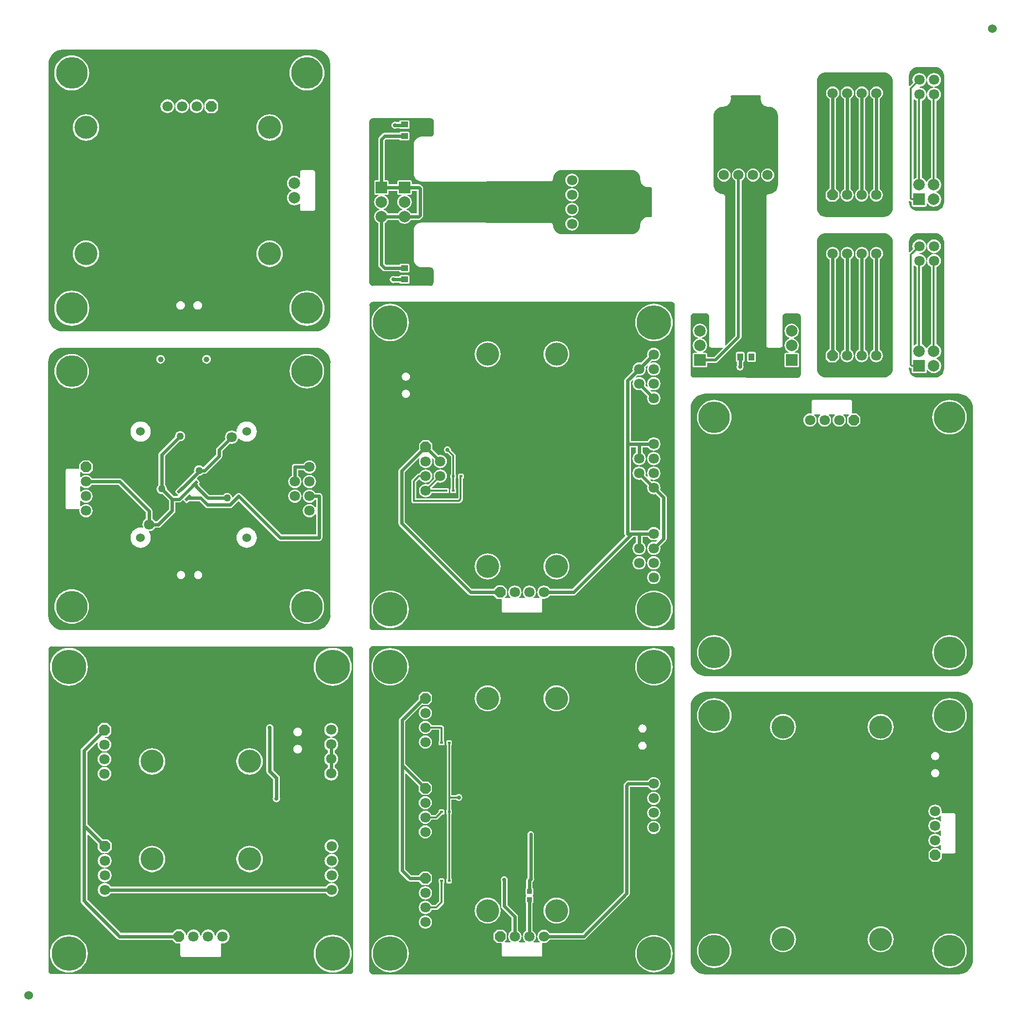
<source format=gbl>
G04 Layer_Physical_Order=2*
G04 Layer_Color=16711680*
%FSLAX44Y44*%
%MOMM*%
G71*
G01*
G75*
%ADD13C,0.5000*%
%ADD18R,0.8500X0.8500*%
%ADD19R,1.2500X1.0000*%
%ADD20C,0.3000*%
%ADD21C,0.6000*%
%ADD31R,1.0000X1.2500*%
%ADD34C,1.5240*%
%ADD35P,1.9483X8X202.5*%
%ADD36C,1.8000*%
%ADD37C,5.5000*%
%ADD38P,1.9483X8X112.5*%
%ADD39C,4.0000*%
%ADD40C,6.0000*%
%ADD41C,0.7000*%
%ADD42C,1.0000*%
%ADD43C,1.2700*%
%ADD44C,2.0000*%
%ADD45R,2.0000X2.0000*%
%ADD46R,2.0000X2.0000*%
%ADD47R,0.5000X0.4000*%
G04:AMPARAMS|DCode=48|XSize=1.2mm|YSize=0.55mm|CornerRadius=0mm|HoleSize=0mm|Usage=FLASHONLY|Rotation=45.000|XOffset=0mm|YOffset=0mm|HoleType=Round|Shape=Rectangle|*
%AMROTATEDRECTD48*
4,1,4,-0.2298,-0.6187,-0.6187,-0.2298,0.2298,0.6187,0.6187,0.2298,-0.2298,-0.6187,0.0*
%
%ADD48ROTATEDRECTD48*%

%ADD49R,1.2500X1.0000*%
G36*
X525019Y1665233D02*
X529845Y1663768D01*
X534293Y1661391D01*
X538192Y1658192D01*
X541391Y1654293D01*
X543769Y1649845D01*
X545233Y1645019D01*
X545700Y1640271D01*
X545646Y1640000D01*
X545646Y1200000D01*
X545700Y1199729D01*
X545233Y1194981D01*
X543769Y1190155D01*
X541391Y1185707D01*
X538192Y1181808D01*
X534293Y1178609D01*
X529845Y1176231D01*
X525019Y1174767D01*
X520271Y1174300D01*
X520000Y1174354D01*
X80000Y1174354D01*
X79729Y1174300D01*
X74981Y1174767D01*
X70155Y1176231D01*
X65707Y1178609D01*
X61808Y1181808D01*
X58609Y1185707D01*
X56231Y1190155D01*
X54767Y1194981D01*
X54397Y1198748D01*
X54354Y1200000D01*
X54354Y1200000D01*
X54354Y1201270D01*
X54354Y1638731D01*
X54354Y1640000D01*
X54397Y1641252D01*
X54767Y1645019D01*
X56231Y1649845D01*
X58609Y1654293D01*
X61808Y1658192D01*
X65707Y1661391D01*
X70155Y1663768D01*
X74981Y1665233D01*
X78748Y1665603D01*
X80000Y1665646D01*
X80000Y1665646D01*
X81252Y1665646D01*
X520000Y1665646D01*
X520271Y1665700D01*
X525019Y1665233D01*
D02*
G37*
G36*
X1603059Y1635377D02*
X1606000Y1634485D01*
X1608710Y1633036D01*
X1611086Y1631086D01*
X1613036Y1628711D01*
X1614485Y1626000D01*
X1615377Y1623059D01*
X1615557Y1621233D01*
X1615646Y1620000D01*
X1615646D01*
Y1400000D01*
X1615668Y1399892D01*
X1615377Y1396941D01*
X1614485Y1394000D01*
X1613036Y1391290D01*
X1611086Y1388914D01*
X1608710Y1386964D01*
X1606000Y1385515D01*
X1603059Y1384623D01*
X1600108Y1384332D01*
X1600000Y1384354D01*
X1570000D01*
X1569892Y1384332D01*
X1566941Y1384623D01*
X1564000Y1385515D01*
X1561290Y1386964D01*
X1558914Y1388914D01*
X1556964Y1391290D01*
X1555515Y1394000D01*
X1554623Y1396941D01*
X1554332Y1399892D01*
X1554354Y1400000D01*
Y1401362D01*
X1555624Y1401888D01*
X1555956Y1401556D01*
X1557444Y1400561D01*
X1559200Y1400212D01*
X1559241D01*
Y1394800D01*
X1559474Y1393629D01*
X1560137Y1392637D01*
X1561129Y1391974D01*
X1562300Y1391741D01*
X1582300D01*
X1583470Y1391974D01*
X1584463Y1392637D01*
X1585126Y1393629D01*
X1585359Y1394800D01*
Y1397442D01*
X1586629Y1397874D01*
X1588428Y1395528D01*
X1591144Y1393445D01*
X1594306Y1392135D01*
X1597700Y1391688D01*
X1601094Y1392135D01*
X1604256Y1393445D01*
X1606972Y1395528D01*
X1609055Y1398244D01*
X1610365Y1401406D01*
X1610812Y1404800D01*
X1610365Y1408194D01*
X1609055Y1411356D01*
X1606972Y1414072D01*
X1604256Y1416156D01*
X1602669Y1416813D01*
Y1418187D01*
X1604256Y1418844D01*
X1606972Y1420928D01*
X1609055Y1423644D01*
X1610365Y1426806D01*
X1610812Y1430200D01*
X1610365Y1433594D01*
X1609055Y1436756D01*
X1606972Y1439472D01*
X1604256Y1441555D01*
X1602288Y1442371D01*
Y1576329D01*
X1603952Y1577018D01*
X1606458Y1578941D01*
X1608382Y1581448D01*
X1609591Y1584367D01*
X1610004Y1587500D01*
X1609591Y1590633D01*
X1608382Y1593552D01*
X1606458Y1596059D01*
X1603952Y1597982D01*
X1601033Y1599191D01*
X1598234Y1599559D01*
Y1600840D01*
X1601033Y1601209D01*
X1603952Y1602418D01*
X1606458Y1604341D01*
X1608382Y1606848D01*
X1609591Y1609767D01*
X1610004Y1612900D01*
X1609591Y1616033D01*
X1608382Y1618952D01*
X1606458Y1621458D01*
X1603952Y1623382D01*
X1601033Y1624591D01*
X1597900Y1625004D01*
X1594767Y1624591D01*
X1591848Y1623382D01*
X1589342Y1621458D01*
X1587418Y1618952D01*
X1586209Y1616033D01*
X1585840Y1613234D01*
X1584559D01*
X1584191Y1616033D01*
X1582982Y1618952D01*
X1581059Y1621458D01*
X1578552Y1623382D01*
X1575633Y1624591D01*
X1572500Y1625004D01*
X1569367Y1624591D01*
X1566448Y1623382D01*
X1563942Y1621458D01*
X1562018Y1618952D01*
X1560809Y1616033D01*
X1560397Y1612900D01*
X1560809Y1609767D01*
X1561415Y1608304D01*
X1555624Y1602512D01*
X1554354Y1603038D01*
Y1620000D01*
X1554332Y1620108D01*
X1554623Y1623059D01*
X1555515Y1626000D01*
X1556964Y1628711D01*
X1558914Y1631086D01*
X1561290Y1633036D01*
X1564000Y1634485D01*
X1566941Y1635377D01*
X1569892Y1635668D01*
X1570000Y1635646D01*
X1600000D01*
X1600108Y1635668D01*
X1603059Y1635377D01*
D02*
G37*
G36*
X1513149Y1625831D02*
X1516177Y1624912D01*
X1518967Y1623421D01*
X1521413Y1621413D01*
X1523421Y1618967D01*
X1524912Y1616177D01*
X1525831Y1613149D01*
X1526132Y1610085D01*
X1526115Y1610000D01*
Y1390000D01*
X1526132Y1389915D01*
X1525831Y1386851D01*
X1524912Y1383823D01*
X1523421Y1381033D01*
X1521413Y1378587D01*
X1518967Y1376579D01*
X1516177Y1375088D01*
X1513149Y1374169D01*
X1510085Y1373868D01*
X1510000Y1373885D01*
X1410000D01*
X1409915Y1373868D01*
X1406851Y1374169D01*
X1403823Y1375088D01*
X1401033Y1376579D01*
X1398587Y1378587D01*
X1396579Y1381033D01*
X1395088Y1383823D01*
X1394169Y1386851D01*
X1393868Y1389915D01*
X1393885Y1390000D01*
Y1610000D01*
X1393868Y1610085D01*
X1394169Y1613149D01*
X1395088Y1616177D01*
X1396579Y1618967D01*
X1398587Y1621413D01*
X1401033Y1623421D01*
X1403823Y1624912D01*
X1406851Y1625831D01*
X1409915Y1626132D01*
X1410000Y1626115D01*
X1510000D01*
X1510085Y1626132D01*
X1513149Y1625831D01*
D02*
G37*
G36*
X1586209Y1609767D02*
X1587418Y1606848D01*
X1589342Y1604341D01*
X1591848Y1602418D01*
X1594767Y1601209D01*
X1597566Y1600840D01*
Y1599559D01*
X1594767Y1599191D01*
X1591848Y1597982D01*
X1589342Y1596059D01*
X1587418Y1593552D01*
X1586209Y1590633D01*
X1585840Y1587834D01*
X1584559D01*
X1584191Y1590633D01*
X1582982Y1593552D01*
X1581059Y1596059D01*
X1578552Y1597982D01*
X1575633Y1599191D01*
X1572834Y1599559D01*
Y1600840D01*
X1575633Y1601209D01*
X1578552Y1602418D01*
X1581059Y1604341D01*
X1582982Y1606848D01*
X1584191Y1609767D01*
X1584559Y1612566D01*
X1585840D01*
X1586209Y1609767D01*
D02*
G37*
G36*
X1291942Y1586106D02*
X1293179Y1586091D01*
X1293934Y1585985D01*
X1294427Y1585913D01*
X1294388Y1585921D01*
X1293934Y1585985D01*
X1293243Y1586085D01*
X1294388Y1585921D01*
X1294578Y1585883D01*
X1295604Y1585198D01*
X1296207Y1584295D01*
X1296141Y1581231D01*
X1296071Y1579990D01*
Y1579990D01*
X1296071Y1579990D01*
X1296545Y1576385D01*
X1297937Y1573026D01*
X1300150Y1570141D01*
X1303035Y1567927D01*
X1306395Y1566536D01*
X1308778Y1566222D01*
X1310000Y1566061D01*
X1311248Y1566008D01*
X1313149Y1565821D01*
X1316177Y1564902D01*
X1318967Y1563411D01*
X1321413Y1561404D01*
X1323420Y1558958D01*
X1324912Y1556167D01*
X1325830Y1553139D01*
X1326132Y1550076D01*
X1326115Y1549990D01*
Y1429990D01*
X1326132Y1429905D01*
X1325830Y1426841D01*
X1324912Y1423814D01*
X1323420Y1421023D01*
X1321413Y1418577D01*
X1318967Y1416570D01*
X1316177Y1415078D01*
X1313149Y1414160D01*
X1311230Y1413971D01*
X1310000Y1413875D01*
X1309259Y1413728D01*
X1308519Y1413582D01*
X1308517Y1413580D01*
X1308513Y1413579D01*
X1307887Y1413161D01*
X1307258Y1412742D01*
X1307256Y1412739D01*
X1307253Y1412737D01*
X1306833Y1412109D01*
X1306413Y1411483D01*
X1306413Y1411480D01*
X1306411Y1411477D01*
X1306263Y1410736D01*
X1306115Y1409997D01*
X1305757Y1194835D01*
X1305760Y1194819D01*
X1305757Y1194804D01*
X1306032Y1149967D01*
X1306182Y1149236D01*
X1306328Y1148504D01*
X1306335Y1148494D01*
X1306337Y1148482D01*
X1306755Y1147864D01*
X1307170Y1147244D01*
X1307180Y1147237D01*
X1307187Y1147227D01*
X1307810Y1146816D01*
X1308430Y1146402D01*
X1308442Y1146399D01*
X1308452Y1146392D01*
X1309185Y1146251D01*
X1309917Y1146106D01*
X1330000D01*
X1331486Y1146402D01*
X1332747Y1147244D01*
X1333589Y1148504D01*
X1333884Y1149990D01*
X1333885Y1184905D01*
X1333885Y1198635D01*
X1333885Y1199905D01*
X1334057Y1201104D01*
X1334289Y1202271D01*
X1335629Y1204276D01*
X1337634Y1205616D01*
X1338801Y1205848D01*
X1340000Y1206020D01*
Y1206021D01*
X1360000Y1206020D01*
X1360167Y1206054D01*
X1362366Y1205616D01*
X1364371Y1204276D01*
X1365711Y1202271D01*
X1366149Y1200072D01*
X1366115Y1199905D01*
Y1099905D01*
X1366149Y1099738D01*
X1365711Y1097540D01*
X1364371Y1095534D01*
X1362366Y1094194D01*
X1360168Y1093757D01*
X1360002Y1093790D01*
X1181270Y1093875D01*
X1180000Y1093875D01*
X1178801Y1094047D01*
X1177634Y1094279D01*
X1175629Y1095619D01*
X1174289Y1097625D01*
X1173851Y1099824D01*
X1173885Y1099990D01*
Y1199990D01*
X1173851Y1200157D01*
X1174289Y1202356D01*
X1175629Y1204362D01*
X1177634Y1205702D01*
X1179833Y1206139D01*
X1180000Y1206106D01*
X1200000Y1206106D01*
X1200000Y1206106D01*
X1200000Y1206106D01*
X1201199Y1205934D01*
X1202365Y1205702D01*
X1204371Y1204362D01*
X1205711Y1202356D01*
X1206148Y1200157D01*
X1206115Y1199990D01*
X1206115Y1184990D01*
X1206115Y1149990D01*
X1206411Y1148504D01*
X1207253Y1147244D01*
X1208513Y1146402D01*
X1210000Y1146106D01*
X1229552D01*
X1230078Y1144836D01*
X1214971Y1129729D01*
X1202590D01*
Y1134590D01*
X1202393Y1135582D01*
X1201831Y1136422D01*
X1200991Y1136983D01*
X1200000Y1137180D01*
X1195161D01*
X1194908Y1138450D01*
X1196324Y1139037D01*
X1198943Y1141047D01*
X1200954Y1143666D01*
X1202217Y1146717D01*
X1202648Y1149990D01*
X1202217Y1153264D01*
X1200954Y1156314D01*
X1198943Y1158934D01*
X1196324Y1160944D01*
X1193767Y1162003D01*
Y1163378D01*
X1196324Y1164437D01*
X1198943Y1166447D01*
X1200954Y1169066D01*
X1202217Y1172117D01*
X1202648Y1175390D01*
X1202217Y1178664D01*
X1200954Y1181714D01*
X1198943Y1184334D01*
X1196324Y1186344D01*
X1193273Y1187608D01*
X1190000Y1188039D01*
X1186726Y1187608D01*
X1183676Y1186344D01*
X1181056Y1184334D01*
X1179046Y1181714D01*
X1177783Y1178664D01*
X1177352Y1175390D01*
X1177783Y1172117D01*
X1179046Y1169066D01*
X1181056Y1166447D01*
X1183676Y1164437D01*
X1186232Y1163378D01*
Y1162003D01*
X1183676Y1160944D01*
X1181056Y1158934D01*
X1179046Y1156314D01*
X1177783Y1153264D01*
X1177352Y1149990D01*
X1177783Y1146717D01*
X1179046Y1143666D01*
X1181056Y1141047D01*
X1183676Y1139037D01*
X1185092Y1138450D01*
X1184839Y1137180D01*
X1180000D01*
X1179009Y1136983D01*
X1178169Y1136422D01*
X1177607Y1135582D01*
X1177410Y1134590D01*
Y1114590D01*
X1177607Y1113599D01*
X1178169Y1112759D01*
X1179009Y1112198D01*
X1180000Y1112001D01*
X1200000D01*
X1200991Y1112198D01*
X1201831Y1112759D01*
X1202393Y1113599D01*
X1202590Y1114590D01*
Y1119452D01*
X1217100D01*
X1219066Y1119843D01*
X1220733Y1120957D01*
X1260934Y1161157D01*
X1262047Y1162824D01*
X1262439Y1164790D01*
Y1436628D01*
X1263120Y1436910D01*
X1265530Y1438760D01*
X1267380Y1441171D01*
X1268543Y1443978D01*
X1268939Y1446990D01*
X1268543Y1450003D01*
X1267380Y1452810D01*
X1265530Y1455221D01*
X1263120Y1457071D01*
X1260312Y1458233D01*
X1257300Y1458630D01*
X1254287Y1458233D01*
X1251480Y1457071D01*
X1249069Y1455221D01*
X1247220Y1452810D01*
X1246057Y1450003D01*
X1245660Y1446990D01*
X1246057Y1443978D01*
X1247220Y1441171D01*
X1249069Y1438760D01*
X1251480Y1436910D01*
X1252161Y1436628D01*
Y1166919D01*
X1235304Y1150061D01*
X1234033Y1150587D01*
X1233885Y1409993D01*
X1233738Y1410728D01*
X1233589Y1411477D01*
X1233588Y1411478D01*
X1233588Y1411479D01*
X1233171Y1412102D01*
X1232747Y1412737D01*
X1232746Y1412738D01*
X1232745Y1412739D01*
X1232108Y1413164D01*
X1231486Y1413579D01*
X1231485Y1413580D01*
X1231484Y1413580D01*
X1230733Y1413729D01*
X1230000Y1413875D01*
X1228770Y1413971D01*
X1226851Y1414160D01*
X1223823Y1415078D01*
X1221032Y1416570D01*
X1218587Y1418577D01*
X1216579Y1421023D01*
X1215088Y1423814D01*
X1214169Y1426841D01*
X1213867Y1429905D01*
X1213885Y1429990D01*
X1213885Y1549990D01*
X1213867Y1550076D01*
X1214169Y1553139D01*
X1215088Y1556167D01*
X1216579Y1558958D01*
X1218587Y1561404D01*
X1221032Y1563411D01*
X1223823Y1564902D01*
X1226851Y1565821D01*
X1228752Y1566008D01*
X1230000Y1566061D01*
Y1566061D01*
X1233605Y1566536D01*
X1236964Y1567927D01*
X1239849Y1570141D01*
X1242063Y1573026D01*
X1243454Y1576385D01*
X1243929Y1579990D01*
X1243929D01*
X1243859Y1581231D01*
X1243793Y1584295D01*
X1244396Y1585198D01*
X1245422Y1585883D01*
X1245611Y1585921D01*
X1246756Y1586085D01*
X1246066Y1585985D01*
X1245611Y1585921D01*
X1245573Y1585913D01*
X1246066Y1585985D01*
X1246821Y1586091D01*
X1248058Y1586106D01*
X1248236Y1586106D01*
X1291763D01*
X1291942Y1586106D01*
D02*
G37*
G36*
X722356Y1545711D02*
X724361Y1544371D01*
X725702Y1542366D01*
X726139Y1540167D01*
X726106Y1540000D01*
X726106Y1520000D01*
X726106Y1520000D01*
X726106Y1520000D01*
X725934Y1518801D01*
X725702Y1517635D01*
X724362Y1515629D01*
X722356Y1514289D01*
X720157Y1513852D01*
X719990Y1513885D01*
X706206Y1513885D01*
X704951Y1513911D01*
X704951D01*
X704951Y1513911D01*
X701509Y1513458D01*
X698174Y1512076D01*
X695309Y1509878D01*
X693111Y1507014D01*
X691729Y1503678D01*
X691401Y1501186D01*
X691258Y1500098D01*
X691276Y1499961D01*
X691299Y1498696D01*
X691192Y1450219D01*
X691106Y1449785D01*
X691061D01*
X691536Y1446180D01*
X692927Y1442821D01*
X695141Y1439936D01*
X698026Y1437722D01*
X701385Y1436331D01*
X704990Y1435856D01*
X704994Y1435901D01*
X929994Y1436116D01*
X930736Y1436264D01*
X931477Y1436411D01*
X931479Y1436412D01*
X931480Y1436413D01*
X932110Y1436835D01*
X932737Y1437253D01*
X932738Y1437255D01*
X932740Y1437256D01*
X933160Y1437886D01*
X933579Y1438514D01*
X933580Y1438515D01*
X933581Y1438517D01*
X933728Y1439262D01*
X933875Y1440000D01*
X933971Y1441230D01*
X934160Y1443149D01*
X935078Y1446177D01*
X936570Y1448967D01*
X938577Y1451413D01*
X941023Y1453421D01*
X943814Y1454912D01*
X946842Y1455831D01*
X949905Y1456133D01*
X949990Y1456116D01*
X1069990Y1456116D01*
X1070076Y1456133D01*
X1073139Y1455831D01*
X1076167Y1454912D01*
X1078958Y1453421D01*
X1081404Y1451413D01*
X1083411Y1448967D01*
X1084902Y1446177D01*
X1085821Y1443149D01*
X1086008Y1441248D01*
X1086061Y1440000D01*
X1086061D01*
X1086536Y1436395D01*
X1087927Y1433036D01*
X1090141Y1430151D01*
X1093026Y1427937D01*
X1096385Y1426546D01*
X1099990Y1426071D01*
Y1426071D01*
X1101231Y1426141D01*
X1104295Y1426207D01*
X1105198Y1425604D01*
X1105883Y1424578D01*
X1105921Y1424389D01*
X1106085Y1423244D01*
X1105985Y1423934D01*
X1105921Y1424389D01*
X1105913Y1424427D01*
X1105985Y1423934D01*
X1106091Y1423180D01*
X1106106Y1421942D01*
X1106106Y1421764D01*
Y1378237D01*
X1106106Y1378058D01*
X1106091Y1376821D01*
X1105985Y1376066D01*
X1105913Y1375573D01*
X1105921Y1375612D01*
X1105985Y1376066D01*
X1106085Y1376757D01*
X1105921Y1375612D01*
X1105883Y1375422D01*
X1105198Y1374396D01*
X1104295Y1373793D01*
X1101231Y1373859D01*
X1099990Y1373929D01*
X1099990D01*
X1099990Y1373929D01*
X1096385Y1373455D01*
X1093026Y1372063D01*
X1090141Y1369850D01*
X1087927Y1366965D01*
X1086536Y1363605D01*
X1086222Y1361222D01*
X1086061Y1360000D01*
X1086008Y1358752D01*
X1085821Y1356851D01*
X1084902Y1353823D01*
X1083411Y1351033D01*
X1081404Y1348587D01*
X1078958Y1346580D01*
X1076167Y1345088D01*
X1073139Y1344170D01*
X1070076Y1343868D01*
X1069990Y1343885D01*
X949990D01*
X949905Y1343868D01*
X946842Y1344170D01*
X943814Y1345088D01*
X941023Y1346580D01*
X938577Y1348587D01*
X936570Y1351033D01*
X935078Y1353823D01*
X934160Y1356851D01*
X933971Y1358770D01*
X933875Y1360000D01*
X933728Y1360739D01*
X933581Y1361483D01*
X933580Y1361485D01*
X933579Y1361487D01*
X933160Y1362114D01*
X932740Y1362744D01*
X932738Y1362746D01*
X932737Y1362747D01*
X932110Y1363166D01*
X931480Y1363588D01*
X931479Y1363588D01*
X931477Y1363589D01*
X930736Y1363737D01*
X929994Y1363885D01*
X704994Y1364100D01*
X704990Y1364144D01*
X701385Y1363670D01*
X698026Y1362278D01*
X695141Y1360065D01*
X692927Y1357180D01*
X691536Y1353820D01*
X691061Y1350215D01*
X691106Y1350206D01*
X691214Y1301305D01*
X691191Y1300039D01*
X691173Y1299902D01*
X691315Y1298824D01*
X691644Y1296322D01*
X693026Y1292987D01*
X695224Y1290122D01*
X698088Y1287924D01*
X701424Y1286543D01*
X704866Y1286089D01*
Y1286089D01*
X706121Y1286115D01*
X718635Y1286115D01*
X719905Y1286115D01*
X721104Y1285943D01*
X722271Y1285711D01*
X724276Y1284371D01*
X725616Y1282366D01*
X725848Y1281199D01*
X726020Y1280000D01*
X726020D01*
X726020Y1260000D01*
X726054Y1259833D01*
X725616Y1257634D01*
X724276Y1255629D01*
X722271Y1254289D01*
X720072Y1253851D01*
X719905Y1253885D01*
X619905D01*
X619738Y1253851D01*
X617539Y1254289D01*
X615534Y1255629D01*
X614194Y1257634D01*
X613799Y1259619D01*
X613875Y1260000D01*
X613875Y1400000D01*
X613875Y1540000D01*
X613842Y1540167D01*
X614279Y1542366D01*
X615619Y1544371D01*
X617625Y1545711D01*
X619823Y1546149D01*
X619990Y1546116D01*
X719990D01*
X720157Y1546149D01*
X722356Y1545711D01*
D02*
G37*
G36*
X1563942Y1578941D02*
X1566448Y1577018D01*
X1567712Y1576495D01*
Y1442371D01*
X1565744Y1441555D01*
X1563658Y1439955D01*
X1562388Y1440581D01*
Y1578990D01*
X1563591Y1579399D01*
X1563942Y1578941D01*
D02*
G37*
G36*
X1586209Y1584367D02*
X1587418Y1581448D01*
X1589342Y1578941D01*
X1591848Y1577018D01*
X1593112Y1576495D01*
Y1442371D01*
X1591144Y1441555D01*
X1588428Y1439472D01*
X1586344Y1436756D01*
X1585687Y1435170D01*
X1584313D01*
X1583656Y1436756D01*
X1581572Y1439472D01*
X1578856Y1441555D01*
X1576888Y1442371D01*
Y1576329D01*
X1578552Y1577018D01*
X1581059Y1578941D01*
X1582982Y1581448D01*
X1584191Y1584367D01*
X1584559Y1587166D01*
X1585840D01*
X1586209Y1584367D01*
D02*
G37*
G36*
X1513149Y1345831D02*
X1516177Y1344912D01*
X1518967Y1343421D01*
X1521413Y1341413D01*
X1523421Y1338967D01*
X1524912Y1336177D01*
X1525831Y1333149D01*
X1526132Y1330085D01*
X1526115Y1330000D01*
Y1110000D01*
X1526132Y1109915D01*
X1525831Y1106851D01*
X1524912Y1103823D01*
X1523421Y1101033D01*
X1521413Y1098587D01*
X1518967Y1096580D01*
X1516177Y1095088D01*
X1513149Y1094169D01*
X1510085Y1093868D01*
X1510000Y1093885D01*
X1410000D01*
X1409915Y1093868D01*
X1406851Y1094169D01*
X1403823Y1095088D01*
X1401033Y1096580D01*
X1398587Y1098587D01*
X1396579Y1101033D01*
X1395088Y1103823D01*
X1394169Y1106851D01*
X1393868Y1109915D01*
X1393885Y1110000D01*
Y1330000D01*
X1393868Y1330085D01*
X1394169Y1333149D01*
X1395088Y1336177D01*
X1396579Y1338967D01*
X1398587Y1341413D01*
X1401033Y1343421D01*
X1403823Y1344912D01*
X1406851Y1345831D01*
X1409915Y1346132D01*
X1410000Y1346115D01*
X1510000D01*
X1510085Y1346132D01*
X1513149Y1345831D01*
D02*
G37*
G36*
X1603059Y1345377D02*
X1606000Y1344485D01*
X1608710Y1343036D01*
X1611086Y1341086D01*
X1613036Y1338711D01*
X1614485Y1336000D01*
X1615377Y1333059D01*
X1615557Y1331233D01*
X1615646Y1330000D01*
X1615646D01*
Y1110000D01*
X1615668Y1109892D01*
X1615377Y1106941D01*
X1614485Y1104000D01*
X1613036Y1101290D01*
X1611086Y1098914D01*
X1608710Y1096964D01*
X1606000Y1095515D01*
X1603059Y1094623D01*
X1600108Y1094332D01*
X1600000Y1094354D01*
X1570000D01*
X1569892Y1094332D01*
X1566941Y1094623D01*
X1564000Y1095515D01*
X1561290Y1096964D01*
X1558914Y1098914D01*
X1556964Y1101290D01*
X1555515Y1104000D01*
X1554623Y1106941D01*
X1554332Y1109892D01*
X1554354Y1110000D01*
Y1111362D01*
X1555624Y1111888D01*
X1555956Y1111556D01*
X1557444Y1110561D01*
X1559200Y1110212D01*
X1559241D01*
Y1104800D01*
X1559474Y1103630D01*
X1560137Y1102637D01*
X1561129Y1101974D01*
X1562300Y1101741D01*
X1582300D01*
X1583470Y1101974D01*
X1584463Y1102637D01*
X1585126Y1103630D01*
X1585359Y1104800D01*
Y1107442D01*
X1586629Y1107874D01*
X1588428Y1105528D01*
X1591144Y1103445D01*
X1594306Y1102135D01*
X1597700Y1101688D01*
X1601094Y1102135D01*
X1604256Y1103445D01*
X1606972Y1105528D01*
X1609055Y1108244D01*
X1610365Y1111406D01*
X1610812Y1114800D01*
X1610365Y1118194D01*
X1609055Y1121356D01*
X1606972Y1124072D01*
X1604256Y1126155D01*
X1602669Y1126813D01*
Y1128187D01*
X1604256Y1128845D01*
X1606972Y1130928D01*
X1609055Y1133644D01*
X1610365Y1136806D01*
X1610812Y1140200D01*
X1610365Y1143594D01*
X1609055Y1146756D01*
X1606972Y1149472D01*
X1604256Y1151555D01*
X1602288Y1152371D01*
Y1286329D01*
X1603952Y1287018D01*
X1606458Y1288941D01*
X1608382Y1291448D01*
X1609591Y1294367D01*
X1610004Y1297500D01*
X1609591Y1300633D01*
X1608382Y1303552D01*
X1606458Y1306059D01*
X1603952Y1307982D01*
X1601033Y1309191D01*
X1598234Y1309559D01*
Y1310840D01*
X1601033Y1311209D01*
X1603952Y1312418D01*
X1606458Y1314341D01*
X1608382Y1316848D01*
X1609591Y1319767D01*
X1610004Y1322900D01*
X1609591Y1326033D01*
X1608382Y1328952D01*
X1606458Y1331458D01*
X1603952Y1333382D01*
X1601033Y1334591D01*
X1597900Y1335004D01*
X1594767Y1334591D01*
X1591848Y1333382D01*
X1589342Y1331458D01*
X1587418Y1328952D01*
X1586209Y1326033D01*
X1585840Y1323234D01*
X1584559D01*
X1584191Y1326033D01*
X1582982Y1328952D01*
X1581059Y1331458D01*
X1578552Y1333382D01*
X1575633Y1334591D01*
X1572500Y1335004D01*
X1569367Y1334591D01*
X1566448Y1333382D01*
X1563942Y1331458D01*
X1562018Y1328952D01*
X1560809Y1326033D01*
X1560397Y1322900D01*
X1560809Y1319767D01*
X1561415Y1318304D01*
X1555624Y1312512D01*
X1554354Y1313038D01*
Y1330000D01*
X1554332Y1330108D01*
X1554623Y1333059D01*
X1555515Y1336000D01*
X1556964Y1338711D01*
X1558914Y1341086D01*
X1561290Y1343036D01*
X1564000Y1344485D01*
X1566941Y1345377D01*
X1569892Y1345668D01*
X1570000Y1345646D01*
X1600000D01*
X1600108Y1345668D01*
X1603059Y1345377D01*
D02*
G37*
G36*
X1586209Y1319767D02*
X1587418Y1316848D01*
X1589342Y1314341D01*
X1591848Y1312418D01*
X1594767Y1311209D01*
X1597566Y1310840D01*
Y1309559D01*
X1594767Y1309191D01*
X1591848Y1307982D01*
X1589342Y1306059D01*
X1587418Y1303552D01*
X1586209Y1300633D01*
X1585840Y1297834D01*
X1584559D01*
X1584191Y1300633D01*
X1582982Y1303552D01*
X1581059Y1306059D01*
X1578552Y1307982D01*
X1575633Y1309191D01*
X1572834Y1309559D01*
Y1310840D01*
X1575633Y1311209D01*
X1578552Y1312418D01*
X1581059Y1314341D01*
X1582982Y1316848D01*
X1584191Y1319767D01*
X1584559Y1322566D01*
X1585840D01*
X1586209Y1319767D01*
D02*
G37*
G36*
X1142366Y1225711D02*
X1144371Y1224371D01*
X1145711Y1222366D01*
X1146149Y1220167D01*
X1146115Y1220000D01*
Y660000D01*
X1146149Y659833D01*
X1145711Y657634D01*
X1144371Y655629D01*
X1142366Y654289D01*
X1141199Y654057D01*
X1140000Y653885D01*
Y653885D01*
X620000D01*
X619833Y653851D01*
X617634Y654289D01*
X615629Y655629D01*
X614289Y657634D01*
X614057Y658801D01*
X613885Y660000D01*
X613885D01*
Y1220000D01*
X613851Y1220167D01*
X614289Y1222366D01*
X615629Y1224371D01*
X617634Y1225711D01*
X619833Y1226149D01*
X620000Y1226115D01*
X1140000D01*
X1140167Y1226149D01*
X1142366Y1225711D01*
D02*
G37*
G36*
X1563942Y1288941D02*
X1566448Y1287018D01*
X1567712Y1286495D01*
Y1152371D01*
X1565744Y1151555D01*
X1563658Y1149955D01*
X1562388Y1150581D01*
Y1288990D01*
X1563591Y1289399D01*
X1563942Y1288941D01*
D02*
G37*
G36*
X525109Y1145686D02*
X530022Y1144196D01*
X534550Y1141775D01*
X538518Y1138519D01*
X541775Y1134550D01*
X544196Y1130022D01*
X545686Y1125109D01*
X546165Y1120248D01*
X546115Y1120000D01*
X546115Y680000D01*
X546165Y679752D01*
X545686Y674891D01*
X544196Y669978D01*
X541775Y665450D01*
X538518Y661481D01*
X534550Y658224D01*
X530022Y655804D01*
X525109Y654314D01*
X520248Y653835D01*
X520000Y653885D01*
X80000Y653885D01*
X79752Y653835D01*
X74891Y654314D01*
X69978Y655804D01*
X65450Y658224D01*
X61481Y661481D01*
X58225Y665450D01*
X55804Y669978D01*
X54314Y674891D01*
X53934Y678750D01*
X53885Y680000D01*
X53885Y680000D01*
X53885Y681252D01*
X53885Y1120000D01*
X53835Y1120248D01*
X54314Y1125109D01*
X55804Y1130022D01*
X58225Y1134550D01*
X61481Y1138519D01*
X65450Y1141775D01*
X69978Y1144196D01*
X74891Y1145686D01*
X79752Y1146165D01*
X80000Y1146115D01*
X520000Y1146115D01*
X520248Y1146165D01*
X525109Y1145686D01*
D02*
G37*
G36*
X1586209Y1294367D02*
X1587418Y1291448D01*
X1589342Y1288941D01*
X1591848Y1287018D01*
X1593112Y1286495D01*
Y1152371D01*
X1591144Y1151555D01*
X1588428Y1149472D01*
X1586344Y1146756D01*
X1585687Y1145170D01*
X1584313D01*
X1583656Y1146756D01*
X1581572Y1149472D01*
X1578856Y1151555D01*
X1576888Y1152371D01*
Y1286329D01*
X1578552Y1287018D01*
X1581059Y1288941D01*
X1582982Y1291448D01*
X1584191Y1294367D01*
X1584559Y1297166D01*
X1585840D01*
X1586209Y1294367D01*
D02*
G37*
G36*
X1645109Y1065686D02*
X1650022Y1064196D01*
X1654550Y1061776D01*
X1658519Y1058519D01*
X1661776Y1054550D01*
X1664196Y1050022D01*
X1665686Y1045109D01*
X1666165Y1040248D01*
X1666115Y1040000D01*
X1666115Y600000D01*
X1666165Y599752D01*
X1665686Y594891D01*
X1664196Y589978D01*
X1661776Y585450D01*
X1658519Y581482D01*
X1654550Y578225D01*
X1650022Y575804D01*
X1645109Y574314D01*
X1641250Y573934D01*
X1640000Y573885D01*
X1640000Y573885D01*
X1638730Y573885D01*
X1201269Y573885D01*
X1200000Y573885D01*
X1198751Y573934D01*
X1194891Y574314D01*
X1189978Y575804D01*
X1185450Y578225D01*
X1181482Y581482D01*
X1178225Y585450D01*
X1175805Y589978D01*
X1174314Y594891D01*
X1173934Y598750D01*
X1173885Y600000D01*
X1173885Y600000D01*
X1173885Y601252D01*
X1173885Y1040000D01*
X1173835Y1040248D01*
X1174314Y1045109D01*
X1175805Y1050022D01*
X1178225Y1054550D01*
X1181482Y1058519D01*
X1185450Y1061776D01*
X1189978Y1064196D01*
X1194891Y1065686D01*
X1199752Y1066165D01*
X1200000Y1066115D01*
X1640000Y1066115D01*
X1640248Y1066165D01*
X1645109Y1065686D01*
D02*
G37*
G36*
X1142381Y625749D02*
X1144400Y624400D01*
X1145749Y622381D01*
X1146189Y620167D01*
X1146156Y620000D01*
Y60000D01*
X1146189Y59833D01*
X1145749Y57619D01*
X1144400Y55600D01*
X1142381Y54251D01*
X1141199Y54016D01*
X1140000Y53844D01*
Y53844D01*
X620000D01*
X619833Y53811D01*
X617619Y54251D01*
X615600Y55600D01*
X614251Y57619D01*
X614016Y58801D01*
X613844Y60000D01*
X613844D01*
Y620000D01*
X613811Y620167D01*
X614251Y622381D01*
X615600Y624400D01*
X617619Y625749D01*
X619833Y626189D01*
X620000Y626156D01*
X1140000D01*
X1140167Y626189D01*
X1142381Y625749D01*
D02*
G37*
G36*
X582186Y625278D02*
X584039Y624040D01*
X585278Y622186D01*
X585680Y620167D01*
X585646Y620000D01*
Y60000D01*
X585680Y59833D01*
X585278Y57814D01*
X584040Y55960D01*
X582186Y54722D01*
X581199Y54526D01*
X580000Y54354D01*
Y54354D01*
X60000D01*
X59833Y54320D01*
X57814Y54722D01*
X55960Y55960D01*
X54722Y57814D01*
X54526Y58801D01*
X54354Y60000D01*
X54354D01*
Y620000D01*
X54320Y620167D01*
X54722Y622186D01*
X55960Y624040D01*
X57814Y625278D01*
X59833Y625680D01*
X60000Y625646D01*
X580000D01*
X580167Y625680D01*
X582186Y625278D01*
D02*
G37*
G36*
X1645109Y545686D02*
X1650022Y544196D01*
X1654550Y541776D01*
X1658519Y538518D01*
X1661776Y534550D01*
X1664196Y530022D01*
X1665686Y525109D01*
X1666165Y520248D01*
X1666115Y520000D01*
X1666115Y80000D01*
X1666165Y79752D01*
X1665686Y74891D01*
X1664196Y69978D01*
X1661776Y65450D01*
X1658519Y61482D01*
X1654550Y58225D01*
X1650022Y55805D01*
X1645109Y54314D01*
X1641250Y53934D01*
X1640000Y53885D01*
X1640000Y53885D01*
X1638730Y53885D01*
X1201269Y53885D01*
X1200000Y53885D01*
X1198750Y53934D01*
X1194891Y54314D01*
X1189978Y55805D01*
X1185450Y58225D01*
X1181481Y61482D01*
X1178225Y65450D01*
X1175804Y69978D01*
X1174314Y74891D01*
X1173934Y78751D01*
X1173885Y80000D01*
X1173885Y80000D01*
X1173885Y81252D01*
X1173885Y520000D01*
X1173835Y520248D01*
X1174314Y525109D01*
X1175804Y530022D01*
X1178225Y534550D01*
X1181481Y538518D01*
X1185450Y541776D01*
X1189978Y544196D01*
X1194891Y545686D01*
X1199752Y546165D01*
X1200000Y546115D01*
X1640000Y546115D01*
X1640248Y546165D01*
X1645109Y545686D01*
D02*
G37*
%LPC*%
G36*
X505000Y1655594D02*
X500214Y1655218D01*
X495546Y1654097D01*
X491110Y1652260D01*
X487017Y1649751D01*
X483367Y1646633D01*
X480249Y1642983D01*
X477740Y1638889D01*
X475903Y1634454D01*
X474782Y1629786D01*
X474406Y1625000D01*
X474782Y1620214D01*
X475903Y1615546D01*
X477740Y1611110D01*
X480249Y1607017D01*
X483367Y1603367D01*
X487017Y1600249D01*
X491110Y1597740D01*
X495546Y1595903D01*
X500214Y1594782D01*
X505000Y1594406D01*
X509786Y1594782D01*
X514454Y1595903D01*
X518890Y1597740D01*
X522983Y1600249D01*
X526633Y1603367D01*
X529751Y1607017D01*
X532260Y1611110D01*
X534097Y1615546D01*
X535218Y1620214D01*
X535594Y1625000D01*
X535218Y1629786D01*
X534097Y1634454D01*
X532260Y1638889D01*
X529751Y1642983D01*
X526633Y1646633D01*
X522983Y1649751D01*
X518890Y1652260D01*
X514454Y1654097D01*
X509786Y1655218D01*
X505000Y1655594D01*
D02*
G37*
G36*
X95000D02*
X90214Y1655218D01*
X85546Y1654097D01*
X81110Y1652260D01*
X77017Y1649751D01*
X73367Y1646633D01*
X70249Y1642983D01*
X67740Y1638889D01*
X65903Y1634454D01*
X64782Y1629786D01*
X64406Y1625000D01*
X64782Y1620214D01*
X65903Y1615546D01*
X67740Y1611110D01*
X70249Y1607017D01*
X73367Y1603367D01*
X77017Y1600249D01*
X81110Y1597740D01*
X85546Y1595903D01*
X90214Y1594782D01*
X95000Y1594406D01*
X99786Y1594782D01*
X104454Y1595903D01*
X108890Y1597740D01*
X112983Y1600249D01*
X116634Y1603367D01*
X119751Y1607017D01*
X122260Y1611110D01*
X124097Y1615546D01*
X125218Y1620214D01*
X125594Y1625000D01*
X125218Y1629786D01*
X124097Y1634454D01*
X122260Y1638889D01*
X119751Y1642983D01*
X116634Y1646633D01*
X112983Y1649751D01*
X108890Y1652260D01*
X104454Y1654097D01*
X99786Y1655218D01*
X95000Y1655594D01*
D02*
G37*
G36*
X312700Y1579104D02*
X309567Y1578691D01*
X306648Y1577482D01*
X304142Y1575558D01*
X302218Y1573052D01*
X301009Y1570133D01*
X300716Y1567904D01*
X300641Y1567334D01*
X299360D01*
X299285Y1567904D01*
X298991Y1570133D01*
X297782Y1573052D01*
X295859Y1575558D01*
X293352Y1577482D01*
X290433Y1578691D01*
X287300Y1579104D01*
X284167Y1578691D01*
X281248Y1577482D01*
X278742Y1575558D01*
X276818Y1573052D01*
X275609Y1570133D01*
X275316Y1567905D01*
X275240Y1567334D01*
X273960D01*
X273885Y1567905D01*
X273591Y1570133D01*
X272382Y1573052D01*
X270459Y1575558D01*
X267952Y1577482D01*
X265033Y1578691D01*
X261900Y1579104D01*
X258768Y1578691D01*
X255848Y1577482D01*
X253342Y1575558D01*
X251418Y1573052D01*
X250209Y1570133D01*
X249797Y1567000D01*
X250209Y1563867D01*
X251418Y1560948D01*
X253342Y1558441D01*
X255848Y1556518D01*
X258768Y1555309D01*
X261900Y1554897D01*
X265033Y1555309D01*
X267952Y1556518D01*
X270459Y1558441D01*
X272382Y1560948D01*
X273591Y1563867D01*
X273885Y1566095D01*
X273960Y1566666D01*
X275240D01*
X275316Y1566095D01*
X275609Y1563867D01*
X276818Y1560948D01*
X278742Y1558441D01*
X281248Y1556518D01*
X284167Y1555309D01*
X287300Y1554897D01*
X290433Y1555309D01*
X293352Y1556518D01*
X295859Y1558441D01*
X297782Y1560948D01*
X298991Y1563867D01*
X299285Y1566095D01*
X299360Y1566665D01*
X300641D01*
X300716Y1566096D01*
X301009Y1563867D01*
X302218Y1560948D01*
X304142Y1558441D01*
X306648Y1556518D01*
X309567Y1555309D01*
X312700Y1554897D01*
X315833Y1555309D01*
X318752Y1556518D01*
X321259Y1558441D01*
X323182Y1560948D01*
X324391Y1563867D01*
X324677Y1566038D01*
X324771Y1566755D01*
X326041Y1566672D01*
Y1562500D01*
X326041Y1562500D01*
X326274Y1561329D01*
X326937Y1560337D01*
X331437Y1555837D01*
X332430Y1555174D01*
X333600Y1554941D01*
X342600D01*
X342600Y1554941D01*
X343771Y1555174D01*
X344763Y1555837D01*
X349263Y1560337D01*
X349926Y1561329D01*
X350159Y1562500D01*
Y1571500D01*
X350159Y1571500D01*
X349926Y1572670D01*
X349263Y1573663D01*
X344763Y1578163D01*
X343771Y1578826D01*
X342600Y1579059D01*
X333600D01*
X333600Y1579059D01*
X332430Y1578826D01*
X331437Y1578163D01*
X326937Y1573663D01*
X326274Y1572670D01*
X326041Y1571500D01*
Y1567328D01*
X324771Y1567245D01*
X324677Y1567962D01*
X324391Y1570133D01*
X323182Y1573052D01*
X321259Y1575558D01*
X318752Y1577482D01*
X315833Y1578691D01*
X312700Y1579104D01*
D02*
G37*
G36*
X440000Y1553111D02*
X435491Y1552667D01*
X431156Y1551352D01*
X427160Y1549216D01*
X423658Y1546342D01*
X420784Y1542840D01*
X418648Y1538844D01*
X417333Y1534509D01*
X416889Y1530000D01*
X417333Y1525491D01*
X418648Y1521156D01*
X420784Y1517160D01*
X423658Y1513658D01*
X427160Y1510784D01*
X431156Y1508648D01*
X435491Y1507333D01*
X440000Y1506889D01*
X444509Y1507333D01*
X448844Y1508648D01*
X452840Y1510784D01*
X456342Y1513658D01*
X459216Y1517160D01*
X461352Y1521156D01*
X462667Y1525491D01*
X463111Y1530000D01*
X462667Y1534509D01*
X461352Y1538844D01*
X459216Y1542840D01*
X456342Y1546342D01*
X452840Y1549216D01*
X448844Y1551352D01*
X444509Y1552667D01*
X440000Y1553111D01*
D02*
G37*
G36*
X120000D02*
X115491Y1552667D01*
X111156Y1551352D01*
X107160Y1549216D01*
X103658Y1546342D01*
X100784Y1542840D01*
X98648Y1538844D01*
X97333Y1534509D01*
X96889Y1530000D01*
X97333Y1525491D01*
X98648Y1521156D01*
X100784Y1517160D01*
X103658Y1513658D01*
X107160Y1510784D01*
X111156Y1508648D01*
X115491Y1507333D01*
X120000Y1506889D01*
X124509Y1507333D01*
X128844Y1508648D01*
X132840Y1510784D01*
X136342Y1513658D01*
X139216Y1517160D01*
X141352Y1521156D01*
X142667Y1525491D01*
X143111Y1530000D01*
X142667Y1534509D01*
X141352Y1538844D01*
X139216Y1542840D01*
X136342Y1546342D01*
X132840Y1549216D01*
X128844Y1551352D01*
X124509Y1552667D01*
X120000Y1553111D01*
D02*
G37*
G36*
X516000Y1455559D02*
X496000D01*
X494829Y1455326D01*
X493837Y1454663D01*
X493174Y1453671D01*
X492941Y1452500D01*
Y1443212D01*
X491671Y1442586D01*
X489756Y1444055D01*
X486594Y1445365D01*
X483200Y1445812D01*
X479806Y1445365D01*
X476644Y1444055D01*
X473928Y1441972D01*
X471845Y1439256D01*
X470535Y1436094D01*
X470088Y1432700D01*
X470535Y1429306D01*
X471845Y1426144D01*
X473928Y1423428D01*
X476644Y1421344D01*
X478231Y1420687D01*
Y1419313D01*
X476644Y1418656D01*
X473928Y1416572D01*
X471845Y1413856D01*
X470535Y1410694D01*
X470088Y1407300D01*
X470535Y1403906D01*
X471845Y1400744D01*
X473928Y1398028D01*
X476644Y1395945D01*
X479806Y1394635D01*
X483200Y1394188D01*
X486594Y1394635D01*
X489756Y1395945D01*
X491671Y1397414D01*
X492941Y1396788D01*
Y1387500D01*
X493174Y1386329D01*
X493837Y1385337D01*
X494829Y1384674D01*
X496000Y1384441D01*
X516000D01*
X517171Y1384674D01*
X518163Y1385337D01*
X518826Y1386329D01*
X519059Y1387500D01*
Y1452500D01*
X518826Y1453671D01*
X518163Y1454663D01*
X517171Y1455326D01*
X516000Y1455559D01*
D02*
G37*
G36*
X440000Y1333111D02*
X435491Y1332667D01*
X431156Y1331352D01*
X427160Y1329216D01*
X423658Y1326342D01*
X420784Y1322840D01*
X418648Y1318844D01*
X417333Y1314509D01*
X416889Y1310000D01*
X417333Y1305491D01*
X418648Y1301156D01*
X420784Y1297160D01*
X423658Y1293658D01*
X427160Y1290784D01*
X431156Y1288648D01*
X435491Y1287333D01*
X440000Y1286889D01*
X444509Y1287333D01*
X448844Y1288648D01*
X452840Y1290784D01*
X456342Y1293658D01*
X459216Y1297160D01*
X461352Y1301156D01*
X462667Y1305491D01*
X463111Y1310000D01*
X462667Y1314509D01*
X461352Y1318844D01*
X459216Y1322840D01*
X456342Y1326342D01*
X452840Y1329216D01*
X448844Y1331352D01*
X444509Y1332667D01*
X440000Y1333111D01*
D02*
G37*
G36*
X120000D02*
X115491Y1332667D01*
X111156Y1331352D01*
X107160Y1329216D01*
X103658Y1326342D01*
X100784Y1322840D01*
X98648Y1318844D01*
X97333Y1314509D01*
X96889Y1310000D01*
X97333Y1305491D01*
X98648Y1301156D01*
X100784Y1297160D01*
X103658Y1293658D01*
X107160Y1290784D01*
X111156Y1288648D01*
X115491Y1287333D01*
X120000Y1286889D01*
X124509Y1287333D01*
X128844Y1288648D01*
X132840Y1290784D01*
X136342Y1293658D01*
X139216Y1297160D01*
X141352Y1301156D01*
X142667Y1305491D01*
X143111Y1310000D01*
X142667Y1314509D01*
X141352Y1318844D01*
X139216Y1322840D01*
X136342Y1326342D01*
X132840Y1329216D01*
X128844Y1331352D01*
X124509Y1332667D01*
X120000Y1333111D01*
D02*
G37*
G36*
X314605Y1227647D02*
X314310Y1227588D01*
X314009D01*
X312253Y1227239D01*
X311150Y1226782D01*
X309662Y1225788D01*
X308818Y1224944D01*
X307823Y1223455D01*
X307366Y1222353D01*
X307017Y1220597D01*
Y1219403D01*
X307366Y1217647D01*
X307823Y1216545D01*
X308818Y1215056D01*
X309662Y1214212D01*
X311150Y1213218D01*
X312253Y1212761D01*
X314009Y1212412D01*
X314310D01*
X314605Y1212353D01*
X314901Y1212412D01*
X315202D01*
X316958Y1212761D01*
X318060Y1213218D01*
X319549Y1214212D01*
X320393Y1215056D01*
X321387Y1216545D01*
X321844Y1217647D01*
X322193Y1219403D01*
Y1220597D01*
X321844Y1222353D01*
X321387Y1223455D01*
X320393Y1224944D01*
X319549Y1225788D01*
X318060Y1226782D01*
X316958Y1227239D01*
X315202Y1227588D01*
X314901D01*
X314605Y1227647D01*
D02*
G37*
G36*
X284605D02*
X284310Y1227588D01*
X284009D01*
X282253Y1227239D01*
X281150Y1226782D01*
X279662Y1225788D01*
X278818Y1224944D01*
X277823Y1223455D01*
X277366Y1222353D01*
X277017Y1220597D01*
Y1219403D01*
X277366Y1217647D01*
X277823Y1216545D01*
X278818Y1215056D01*
X279662Y1214212D01*
X281150Y1213218D01*
X282253Y1212761D01*
X284009Y1212412D01*
X284310D01*
X284605Y1212353D01*
X284901Y1212412D01*
X285202D01*
X286958Y1212761D01*
X288060Y1213218D01*
X289549Y1214212D01*
X290393Y1215056D01*
X291388Y1216545D01*
X291844Y1217647D01*
X292193Y1219403D01*
Y1220597D01*
X291844Y1222353D01*
X291388Y1223455D01*
X290393Y1224944D01*
X289549Y1225788D01*
X288060Y1226782D01*
X286958Y1227239D01*
X285202Y1227588D01*
X284901D01*
X284605Y1227647D01*
D02*
G37*
G36*
X505000Y1245594D02*
X500214Y1245218D01*
X495546Y1244097D01*
X491110Y1242260D01*
X487017Y1239751D01*
X483367Y1236633D01*
X480249Y1232983D01*
X477740Y1228889D01*
X475903Y1224454D01*
X474782Y1219786D01*
X474406Y1215000D01*
X474782Y1210214D01*
X475903Y1205546D01*
X477740Y1201110D01*
X480249Y1197017D01*
X483367Y1193366D01*
X487017Y1190249D01*
X491110Y1187740D01*
X495546Y1185903D01*
X500214Y1184782D01*
X505000Y1184406D01*
X509786Y1184782D01*
X514454Y1185903D01*
X518890Y1187740D01*
X522983Y1190249D01*
X526633Y1193366D01*
X529751Y1197017D01*
X532260Y1201110D01*
X534097Y1205546D01*
X535218Y1210214D01*
X535594Y1215000D01*
X535218Y1219786D01*
X534097Y1224454D01*
X532260Y1228889D01*
X529751Y1232983D01*
X526633Y1236633D01*
X522983Y1239751D01*
X518890Y1242260D01*
X514454Y1244097D01*
X509786Y1245218D01*
X505000Y1245594D01*
D02*
G37*
G36*
X95000D02*
X90214Y1245218D01*
X85546Y1244097D01*
X81110Y1242260D01*
X77017Y1239751D01*
X73367Y1236633D01*
X70249Y1232983D01*
X67740Y1228889D01*
X65903Y1224454D01*
X64782Y1219786D01*
X64406Y1215000D01*
X64782Y1210214D01*
X65903Y1205546D01*
X67740Y1201110D01*
X70249Y1197017D01*
X73367Y1193366D01*
X77017Y1190249D01*
X81110Y1187740D01*
X85546Y1185903D01*
X90214Y1184782D01*
X95000Y1184406D01*
X99786Y1184782D01*
X104454Y1185903D01*
X108890Y1187740D01*
X112983Y1190249D01*
X116634Y1193366D01*
X119751Y1197017D01*
X122260Y1201110D01*
X124097Y1205546D01*
X125218Y1210214D01*
X125594Y1215000D01*
X125218Y1219786D01*
X124097Y1224454D01*
X122260Y1228889D01*
X119751Y1232983D01*
X116634Y1236633D01*
X112983Y1239751D01*
X108890Y1242260D01*
X104454Y1244097D01*
X99786Y1245218D01*
X95000Y1245594D01*
D02*
G37*
G36*
X1421400Y1601640D02*
X1418387Y1601243D01*
X1415580Y1600080D01*
X1413170Y1598230D01*
X1411320Y1595820D01*
X1410157Y1593013D01*
X1409760Y1590000D01*
X1410157Y1586987D01*
X1411320Y1584180D01*
X1413170Y1581770D01*
X1415580Y1579920D01*
X1415751Y1579849D01*
Y1423671D01*
X1415609Y1423643D01*
X1414769Y1423081D01*
X1410269Y1418581D01*
X1409707Y1417741D01*
X1409510Y1416750D01*
Y1407750D01*
X1409707Y1406759D01*
X1410269Y1405919D01*
X1414769Y1401419D01*
X1415609Y1400857D01*
X1416600Y1400660D01*
X1425600D01*
X1426591Y1400857D01*
X1427431Y1401419D01*
X1431931Y1405919D01*
X1432493Y1406759D01*
X1432690Y1407750D01*
Y1416750D01*
X1432493Y1417741D01*
X1431931Y1418581D01*
X1427431Y1423081D01*
X1427048Y1423337D01*
Y1579849D01*
X1427220Y1579920D01*
X1429630Y1581770D01*
X1431480Y1584180D01*
X1432643Y1586987D01*
X1433040Y1590000D01*
X1432643Y1593013D01*
X1431480Y1595820D01*
X1429630Y1598230D01*
X1427220Y1600080D01*
X1424413Y1601243D01*
X1421400Y1601640D01*
D02*
G37*
G36*
X1497600D02*
X1494587Y1601243D01*
X1491780Y1600080D01*
X1489370Y1598230D01*
X1487520Y1595820D01*
X1486357Y1593013D01*
X1485960Y1590000D01*
X1486357Y1586987D01*
X1487520Y1584180D01*
X1489370Y1581770D01*
X1491780Y1579920D01*
X1491951Y1579849D01*
Y1422525D01*
X1491480Y1422330D01*
X1489070Y1420480D01*
X1487220Y1418070D01*
X1486057Y1415262D01*
X1485660Y1412250D01*
X1486057Y1409238D01*
X1487220Y1406430D01*
X1489070Y1404020D01*
X1491480Y1402170D01*
X1494287Y1401007D01*
X1497300Y1400611D01*
X1500312Y1401007D01*
X1503120Y1402170D01*
X1505530Y1404020D01*
X1507380Y1406430D01*
X1508543Y1409238D01*
X1508940Y1412250D01*
X1508543Y1415262D01*
X1507380Y1418070D01*
X1505530Y1420480D01*
X1503248Y1422231D01*
Y1579849D01*
X1503420Y1579920D01*
X1505830Y1581770D01*
X1507680Y1584180D01*
X1508843Y1586987D01*
X1509240Y1590000D01*
X1508843Y1593013D01*
X1507680Y1595820D01*
X1505830Y1598230D01*
X1503420Y1600080D01*
X1500612Y1601243D01*
X1497600Y1601640D01*
D02*
G37*
G36*
X1472200D02*
X1469187Y1601243D01*
X1466380Y1600080D01*
X1463970Y1598230D01*
X1462120Y1595820D01*
X1460957Y1593013D01*
X1460560Y1590000D01*
X1460957Y1586987D01*
X1462120Y1584180D01*
X1463970Y1581770D01*
X1466380Y1579920D01*
X1466551Y1579849D01*
Y1422525D01*
X1466080Y1422330D01*
X1463670Y1420480D01*
X1461820Y1418070D01*
X1460657Y1415262D01*
X1460260Y1412250D01*
X1460657Y1409238D01*
X1461820Y1406430D01*
X1463670Y1404020D01*
X1466080Y1402170D01*
X1468887Y1401007D01*
X1471900Y1400611D01*
X1474913Y1401007D01*
X1477720Y1402170D01*
X1480130Y1404020D01*
X1481980Y1406430D01*
X1483143Y1409238D01*
X1483539Y1412250D01*
X1483143Y1415262D01*
X1481980Y1418070D01*
X1480130Y1420480D01*
X1477849Y1422231D01*
Y1579849D01*
X1478020Y1579920D01*
X1480430Y1581770D01*
X1482280Y1584180D01*
X1483443Y1586987D01*
X1483840Y1590000D01*
X1483443Y1593013D01*
X1482280Y1595820D01*
X1480430Y1598230D01*
X1478020Y1600080D01*
X1475213Y1601243D01*
X1472200Y1601640D01*
D02*
G37*
G36*
X1446800D02*
X1443787Y1601243D01*
X1440980Y1600080D01*
X1438570Y1598230D01*
X1436720Y1595820D01*
X1435557Y1593013D01*
X1435160Y1590000D01*
X1435557Y1586987D01*
X1436720Y1584180D01*
X1438570Y1581770D01*
X1440980Y1579920D01*
X1441151Y1579849D01*
Y1422525D01*
X1440680Y1422330D01*
X1438270Y1420480D01*
X1436420Y1418070D01*
X1435257Y1415262D01*
X1434860Y1412250D01*
X1435257Y1409238D01*
X1436420Y1406430D01*
X1438270Y1404020D01*
X1440680Y1402170D01*
X1443487Y1401007D01*
X1446500Y1400611D01*
X1449512Y1401007D01*
X1452320Y1402170D01*
X1454730Y1404020D01*
X1456580Y1406430D01*
X1457743Y1409238D01*
X1458139Y1412250D01*
X1457743Y1415262D01*
X1456580Y1418070D01*
X1454730Y1420480D01*
X1452448Y1422231D01*
Y1579849D01*
X1452620Y1579920D01*
X1455030Y1581770D01*
X1456880Y1584180D01*
X1458043Y1586987D01*
X1458439Y1590000D01*
X1458043Y1593013D01*
X1456880Y1595820D01*
X1455030Y1598230D01*
X1452620Y1600080D01*
X1449812Y1601243D01*
X1446800Y1601640D01*
D02*
G37*
G36*
X1308100Y1458630D02*
X1305087Y1458233D01*
X1302280Y1457071D01*
X1299869Y1455221D01*
X1298020Y1452810D01*
X1296857Y1450003D01*
X1296460Y1446990D01*
X1296857Y1443978D01*
X1298020Y1441171D01*
X1299869Y1438760D01*
X1302280Y1436910D01*
X1305087Y1435748D01*
X1308100Y1435351D01*
X1311112Y1435748D01*
X1313920Y1436910D01*
X1316330Y1438760D01*
X1318180Y1441171D01*
X1319343Y1443978D01*
X1319739Y1446990D01*
X1319343Y1450003D01*
X1318180Y1452810D01*
X1316330Y1455221D01*
X1313920Y1457071D01*
X1311112Y1458233D01*
X1308100Y1458630D01*
D02*
G37*
G36*
X1282700D02*
X1279687Y1458233D01*
X1276880Y1457071D01*
X1274469Y1455221D01*
X1272620Y1452810D01*
X1271457Y1450003D01*
X1271060Y1446990D01*
X1271457Y1443978D01*
X1272620Y1441171D01*
X1274469Y1438760D01*
X1276880Y1436910D01*
X1279687Y1435748D01*
X1282700Y1435351D01*
X1285712Y1435748D01*
X1288520Y1436910D01*
X1290930Y1438760D01*
X1292780Y1441171D01*
X1293943Y1443978D01*
X1294339Y1446990D01*
X1293943Y1450003D01*
X1292780Y1452810D01*
X1290930Y1455221D01*
X1288520Y1457071D01*
X1285712Y1458233D01*
X1282700Y1458630D01*
D02*
G37*
G36*
X1231900D02*
X1228887Y1458233D01*
X1226080Y1457071D01*
X1223669Y1455221D01*
X1221820Y1452810D01*
X1220657Y1450003D01*
X1220260Y1446990D01*
X1220657Y1443978D01*
X1221820Y1441171D01*
X1223669Y1438760D01*
X1226080Y1436910D01*
X1228887Y1435748D01*
X1231900Y1435351D01*
X1234912Y1435748D01*
X1237720Y1436910D01*
X1240130Y1438760D01*
X1241980Y1441171D01*
X1243143Y1443978D01*
X1243539Y1446990D01*
X1243143Y1450003D01*
X1241980Y1452810D01*
X1240130Y1455221D01*
X1237720Y1457071D01*
X1234912Y1458233D01*
X1231900Y1458630D01*
D02*
G37*
G36*
X1285000Y1138830D02*
X1275000D01*
X1274009Y1138633D01*
X1273169Y1138072D01*
X1272607Y1137232D01*
X1272410Y1136240D01*
Y1123740D01*
X1272607Y1122749D01*
X1273169Y1121909D01*
X1274009Y1121348D01*
X1275000Y1121151D01*
X1285000D01*
X1285991Y1121348D01*
X1286831Y1121909D01*
X1287392Y1122749D01*
X1287590Y1123740D01*
Y1136240D01*
X1287392Y1137232D01*
X1286831Y1138072D01*
X1285991Y1138633D01*
X1285000Y1138830D01*
D02*
G37*
G36*
X1350000Y1188039D02*
X1346726Y1187608D01*
X1343676Y1186344D01*
X1341056Y1184334D01*
X1339046Y1181714D01*
X1337783Y1178664D01*
X1337352Y1175390D01*
X1337783Y1172117D01*
X1339046Y1169066D01*
X1341056Y1166447D01*
X1343676Y1164437D01*
X1346232Y1163378D01*
Y1162003D01*
X1343676Y1160944D01*
X1341056Y1158934D01*
X1339046Y1156314D01*
X1337783Y1153264D01*
X1337352Y1149990D01*
X1337783Y1146717D01*
X1339046Y1143666D01*
X1341056Y1141047D01*
X1343676Y1139037D01*
X1345092Y1138450D01*
X1344839Y1137180D01*
X1340000D01*
X1339009Y1136983D01*
X1338169Y1136422D01*
X1337607Y1135582D01*
X1337410Y1134590D01*
Y1114590D01*
X1337607Y1113599D01*
X1338169Y1112759D01*
X1339009Y1112198D01*
X1340000Y1112001D01*
X1360000D01*
X1360991Y1112198D01*
X1361831Y1112759D01*
X1362392Y1113599D01*
X1362590Y1114590D01*
Y1134590D01*
X1362392Y1135582D01*
X1361831Y1136422D01*
X1360991Y1136983D01*
X1360000Y1137180D01*
X1355161D01*
X1354908Y1138450D01*
X1356324Y1139037D01*
X1358943Y1141047D01*
X1360954Y1143666D01*
X1362217Y1146717D01*
X1362648Y1149990D01*
X1362217Y1153264D01*
X1360954Y1156314D01*
X1358943Y1158934D01*
X1356324Y1160944D01*
X1353767Y1162003D01*
Y1163378D01*
X1356324Y1164437D01*
X1358943Y1166447D01*
X1360954Y1169066D01*
X1362217Y1172117D01*
X1362648Y1175390D01*
X1362217Y1178664D01*
X1360954Y1181714D01*
X1358943Y1184334D01*
X1356324Y1186344D01*
X1353273Y1187608D01*
X1350000Y1188039D01*
D02*
G37*
G36*
X1265000Y1138830D02*
X1255000D01*
X1254009Y1138633D01*
X1253169Y1138072D01*
X1252607Y1137232D01*
X1252410Y1136240D01*
Y1123740D01*
X1252607Y1122749D01*
X1253169Y1121909D01*
X1254009Y1121348D01*
X1254351Y1121280D01*
Y1114909D01*
X1254310Y1114847D01*
X1253841Y1112490D01*
X1254310Y1110134D01*
X1255645Y1108136D01*
X1257643Y1106801D01*
X1260000Y1106332D01*
X1262356Y1106801D01*
X1264354Y1108136D01*
X1265689Y1110134D01*
X1266158Y1112490D01*
X1265689Y1114847D01*
X1265648Y1114909D01*
Y1121280D01*
X1265991Y1121348D01*
X1266831Y1121909D01*
X1267393Y1122749D01*
X1267590Y1123740D01*
Y1136240D01*
X1267393Y1137232D01*
X1266831Y1138072D01*
X1265991Y1138633D01*
X1265000Y1138830D01*
D02*
G37*
G36*
X681240Y1542590D02*
X668740D01*
X667749Y1542393D01*
X666909Y1541831D01*
X666348Y1540991D01*
X666151Y1540000D01*
Y1539649D01*
X660658D01*
X660597Y1539690D01*
X658240Y1540159D01*
X655884Y1539690D01*
X653886Y1538355D01*
X652551Y1536357D01*
X652082Y1534000D01*
X652551Y1531644D01*
X653886Y1529646D01*
X655884Y1528311D01*
X658240Y1527842D01*
X660597Y1528311D01*
X660658Y1528352D01*
X666787D01*
X666909Y1528169D01*
X667749Y1527608D01*
X668740Y1527410D01*
X681240D01*
X682232Y1527608D01*
X683072Y1528169D01*
X683633Y1529009D01*
X683830Y1530000D01*
Y1540000D01*
X683633Y1540991D01*
X683072Y1541831D01*
X682232Y1542393D01*
X681240Y1542590D01*
D02*
G37*
G36*
Y1522590D02*
X668740D01*
X667749Y1522393D01*
X666909Y1521831D01*
X666348Y1520991D01*
X666280Y1520649D01*
X640490D01*
X640490Y1520649D01*
X638329Y1520219D01*
X636496Y1518994D01*
X636496Y1518994D01*
X630996Y1513494D01*
X629772Y1511662D01*
X629342Y1509500D01*
X629342Y1509500D01*
Y1437990D01*
X624990D01*
X623999Y1437793D01*
X623159Y1437231D01*
X622598Y1436391D01*
X622401Y1435400D01*
Y1415400D01*
X622598Y1414409D01*
X623159Y1413569D01*
X623999Y1413008D01*
X624990Y1412810D01*
X629830D01*
X630082Y1411540D01*
X628666Y1410954D01*
X626047Y1408944D01*
X624037Y1406324D01*
X622773Y1403274D01*
X622342Y1400000D01*
X622773Y1396727D01*
X624037Y1393676D01*
X626047Y1391057D01*
X628666Y1389046D01*
X631223Y1387988D01*
Y1386613D01*
X628666Y1385554D01*
X626047Y1383544D01*
X624037Y1380924D01*
X622773Y1377874D01*
X622342Y1374600D01*
X622773Y1371327D01*
X624037Y1368276D01*
X626047Y1365657D01*
X628666Y1363647D01*
X629342Y1363367D01*
Y1290500D01*
X629342Y1290500D01*
X629772Y1288339D01*
X630996Y1286506D01*
X630996Y1286506D01*
X636496Y1281006D01*
X638329Y1279782D01*
X640490Y1279352D01*
X640490Y1279352D01*
X666280D01*
X666348Y1279009D01*
X666909Y1278169D01*
X667749Y1277608D01*
X668740Y1277410D01*
X681240D01*
X682232Y1277608D01*
X683072Y1278169D01*
X683633Y1279009D01*
X683830Y1280000D01*
Y1290000D01*
X683633Y1290991D01*
X683072Y1291831D01*
X682232Y1292393D01*
X681240Y1292590D01*
X668740D01*
X667749Y1292393D01*
X666909Y1291831D01*
X666348Y1290991D01*
X666280Y1290649D01*
X642830D01*
X640639Y1292840D01*
Y1363367D01*
X641314Y1363647D01*
X643934Y1365657D01*
X645944Y1368276D01*
X646224Y1368952D01*
X663757D01*
X664037Y1368276D01*
X666047Y1365657D01*
X668666Y1363647D01*
X671717Y1362383D01*
X674990Y1361952D01*
X678264Y1362383D01*
X681314Y1363647D01*
X683934Y1365657D01*
X685944Y1368276D01*
X686224Y1368952D01*
X699840D01*
X699840Y1368952D01*
X702002Y1369382D01*
X703835Y1370606D01*
X705984Y1372756D01*
X705984Y1372756D01*
X707209Y1374589D01*
X707639Y1376750D01*
X707639Y1376750D01*
Y1423500D01*
X707639Y1423500D01*
X707209Y1425662D01*
X705984Y1427494D01*
X704085Y1429394D01*
X704084Y1429394D01*
X702252Y1430619D01*
X700090Y1431049D01*
X687580D01*
Y1435400D01*
X687383Y1436391D01*
X686822Y1437231D01*
X685982Y1437793D01*
X684990Y1437990D01*
X664990D01*
X663999Y1437793D01*
X663159Y1437231D01*
X662598Y1436391D01*
X662401Y1435400D01*
Y1431049D01*
X647580D01*
Y1435400D01*
X647383Y1436391D01*
X646822Y1437231D01*
X645982Y1437793D01*
X644990Y1437990D01*
X640639D01*
Y1507160D01*
X642830Y1509352D01*
X666280D01*
X666348Y1509009D01*
X666909Y1508169D01*
X667749Y1507608D01*
X668740Y1507410D01*
X681240D01*
X682232Y1507608D01*
X683072Y1508169D01*
X683633Y1509009D01*
X683830Y1510000D01*
Y1520000D01*
X683633Y1520991D01*
X683072Y1521831D01*
X682232Y1522393D01*
X681240Y1522590D01*
D02*
G37*
G36*
X966990Y1449740D02*
X963978Y1449343D01*
X961171Y1448180D01*
X958760Y1446331D01*
X956910Y1443920D01*
X955747Y1441113D01*
X955351Y1438100D01*
X955747Y1435088D01*
X956910Y1432280D01*
X958760Y1429870D01*
X961171Y1428020D01*
X963978Y1426857D01*
X966990Y1426461D01*
X970003Y1426857D01*
X972810Y1428020D01*
X975221Y1429870D01*
X977070Y1432280D01*
X978233Y1435088D01*
X978630Y1438100D01*
X978233Y1441113D01*
X977070Y1443920D01*
X975221Y1446331D01*
X972810Y1448180D01*
X970003Y1449343D01*
X966990Y1449740D01*
D02*
G37*
G36*
Y1424340D02*
X963978Y1423943D01*
X961171Y1422780D01*
X958760Y1420931D01*
X956910Y1418520D01*
X955747Y1415713D01*
X955351Y1412700D01*
X955747Y1409688D01*
X956910Y1406880D01*
X958760Y1404470D01*
X961171Y1402620D01*
X963978Y1401457D01*
X966990Y1401061D01*
X970003Y1401457D01*
X972810Y1402620D01*
X975221Y1404470D01*
X977070Y1406880D01*
X978233Y1409688D01*
X978630Y1412700D01*
X978233Y1415713D01*
X977070Y1418520D01*
X975221Y1420931D01*
X972810Y1422780D01*
X970003Y1423943D01*
X966990Y1424340D01*
D02*
G37*
G36*
Y1398940D02*
X963978Y1398543D01*
X961171Y1397380D01*
X958760Y1395531D01*
X956910Y1393120D01*
X955747Y1390313D01*
X955351Y1387300D01*
X955747Y1384288D01*
X956910Y1381480D01*
X958760Y1379070D01*
X961171Y1377220D01*
X963978Y1376057D01*
X966990Y1375661D01*
X970003Y1376057D01*
X972810Y1377220D01*
X975221Y1379070D01*
X977070Y1381480D01*
X978233Y1384288D01*
X978630Y1387300D01*
X978233Y1390313D01*
X977070Y1393120D01*
X975221Y1395531D01*
X972810Y1397380D01*
X970003Y1398543D01*
X966990Y1398940D01*
D02*
G37*
G36*
Y1373540D02*
X963978Y1373143D01*
X961171Y1371980D01*
X958760Y1370131D01*
X956910Y1367720D01*
X955747Y1364913D01*
X955351Y1361900D01*
X955747Y1358888D01*
X956910Y1356080D01*
X958760Y1353670D01*
X961171Y1351820D01*
X963978Y1350657D01*
X966990Y1350261D01*
X970003Y1350657D01*
X972810Y1351820D01*
X975221Y1353670D01*
X977070Y1356080D01*
X978233Y1358888D01*
X978630Y1361900D01*
X978233Y1364913D01*
X977070Y1367720D01*
X975221Y1370131D01*
X972810Y1371980D01*
X970003Y1373143D01*
X966990Y1373540D01*
D02*
G37*
G36*
X681240Y1272590D02*
X668740D01*
X667749Y1272393D01*
X666909Y1271831D01*
X666348Y1270991D01*
X666280Y1270649D01*
X657908D01*
X657847Y1270690D01*
X655490Y1271159D01*
X653134Y1270690D01*
X651136Y1269355D01*
X649801Y1267357D01*
X649332Y1265000D01*
X649801Y1262644D01*
X651136Y1260646D01*
X653134Y1259311D01*
X655490Y1258842D01*
X657847Y1259311D01*
X657908Y1259352D01*
X666280D01*
X666348Y1259009D01*
X666909Y1258169D01*
X667749Y1257608D01*
X668740Y1257410D01*
X681240D01*
X682232Y1257608D01*
X683072Y1258169D01*
X683633Y1259009D01*
X683830Y1260000D01*
Y1270000D01*
X683633Y1270991D01*
X683072Y1271831D01*
X682232Y1272393D01*
X681240Y1272590D01*
D02*
G37*
%LPD*%
G36*
X696342Y1380249D02*
X686224D01*
X685944Y1380924D01*
X683934Y1383544D01*
X681314Y1385554D01*
X678758Y1386613D01*
Y1387988D01*
X681314Y1389046D01*
X683934Y1391057D01*
X685944Y1393676D01*
X687208Y1396727D01*
X687639Y1400000D01*
X687208Y1403274D01*
X685944Y1406324D01*
X683934Y1408944D01*
X681314Y1410954D01*
X679898Y1411540D01*
X680151Y1412810D01*
X684990D01*
X685982Y1413008D01*
X686822Y1413569D01*
X687383Y1414409D01*
X687580Y1415400D01*
Y1419752D01*
X696342D01*
Y1380249D01*
D02*
G37*
G36*
X662401Y1415400D02*
X662598Y1414409D01*
X663159Y1413569D01*
X663999Y1413008D01*
X664990Y1412810D01*
X669830D01*
X670082Y1411540D01*
X668666Y1410954D01*
X666047Y1408944D01*
X664037Y1406324D01*
X662773Y1403274D01*
X662342Y1400000D01*
X662773Y1396727D01*
X664037Y1393676D01*
X666047Y1391057D01*
X668666Y1389046D01*
X671223Y1387988D01*
Y1386613D01*
X668666Y1385554D01*
X666047Y1383544D01*
X664037Y1380924D01*
X663757Y1380249D01*
X646224D01*
X645944Y1380924D01*
X643934Y1383544D01*
X641314Y1385554D01*
X638758Y1386613D01*
Y1387988D01*
X641314Y1389046D01*
X643934Y1391057D01*
X645944Y1393676D01*
X647208Y1396727D01*
X647639Y1400000D01*
X647208Y1403274D01*
X645944Y1406324D01*
X643934Y1408944D01*
X641314Y1410954D01*
X639898Y1411540D01*
X640151Y1412810D01*
X644990D01*
X645982Y1413008D01*
X646822Y1413569D01*
X647383Y1414409D01*
X647580Y1415400D01*
Y1419752D01*
X662401D01*
Y1415400D01*
D02*
G37*
%LPC*%
G36*
X1421400Y1321640D02*
X1418387Y1321243D01*
X1415580Y1320080D01*
X1413170Y1318230D01*
X1411320Y1315820D01*
X1410157Y1313013D01*
X1409760Y1310000D01*
X1410157Y1306987D01*
X1411320Y1304180D01*
X1413170Y1301770D01*
X1415580Y1299920D01*
X1415751Y1299849D01*
Y1143671D01*
X1415609Y1143643D01*
X1414769Y1143081D01*
X1410269Y1138581D01*
X1409707Y1137741D01*
X1409510Y1136750D01*
Y1127750D01*
X1409707Y1126759D01*
X1410269Y1125919D01*
X1414769Y1121419D01*
X1415609Y1120857D01*
X1416600Y1120660D01*
X1425600D01*
X1426591Y1120857D01*
X1427431Y1121419D01*
X1431931Y1125919D01*
X1432493Y1126759D01*
X1432690Y1127750D01*
Y1136750D01*
X1432493Y1137741D01*
X1431931Y1138581D01*
X1427431Y1143081D01*
X1427048Y1143337D01*
Y1299849D01*
X1427220Y1299920D01*
X1429630Y1301770D01*
X1431480Y1304180D01*
X1432643Y1306987D01*
X1433040Y1310000D01*
X1432643Y1313013D01*
X1431480Y1315820D01*
X1429630Y1318230D01*
X1427220Y1320080D01*
X1424413Y1321243D01*
X1421400Y1321640D01*
D02*
G37*
G36*
X1497600D02*
X1494587Y1321243D01*
X1491780Y1320080D01*
X1489370Y1318230D01*
X1487520Y1315820D01*
X1486357Y1313013D01*
X1485960Y1310000D01*
X1486357Y1306987D01*
X1487520Y1304180D01*
X1489370Y1301770D01*
X1491780Y1299920D01*
X1491951Y1299849D01*
Y1142525D01*
X1491480Y1142330D01*
X1489070Y1140480D01*
X1487220Y1138070D01*
X1486057Y1135263D01*
X1485660Y1132250D01*
X1486057Y1129238D01*
X1487220Y1126430D01*
X1489070Y1124020D01*
X1491480Y1122170D01*
X1494287Y1121007D01*
X1497300Y1120611D01*
X1500312Y1121007D01*
X1503120Y1122170D01*
X1505530Y1124020D01*
X1507380Y1126430D01*
X1508543Y1129238D01*
X1508940Y1132250D01*
X1508543Y1135263D01*
X1507380Y1138070D01*
X1505530Y1140480D01*
X1503248Y1142231D01*
Y1299849D01*
X1503420Y1299920D01*
X1505830Y1301770D01*
X1507680Y1304180D01*
X1508843Y1306987D01*
X1509240Y1310000D01*
X1508843Y1313013D01*
X1507680Y1315820D01*
X1505830Y1318230D01*
X1503420Y1320080D01*
X1500612Y1321243D01*
X1497600Y1321640D01*
D02*
G37*
G36*
X1472200D02*
X1469187Y1321243D01*
X1466380Y1320080D01*
X1463970Y1318230D01*
X1462120Y1315820D01*
X1460957Y1313013D01*
X1460560Y1310000D01*
X1460957Y1306987D01*
X1462120Y1304180D01*
X1463970Y1301770D01*
X1466380Y1299920D01*
X1466551Y1299849D01*
Y1142525D01*
X1466080Y1142330D01*
X1463670Y1140480D01*
X1461820Y1138070D01*
X1460657Y1135263D01*
X1460260Y1132250D01*
X1460657Y1129238D01*
X1461820Y1126430D01*
X1463670Y1124020D01*
X1466080Y1122170D01*
X1468887Y1121007D01*
X1471900Y1120611D01*
X1474913Y1121007D01*
X1477720Y1122170D01*
X1480130Y1124020D01*
X1481980Y1126430D01*
X1483143Y1129238D01*
X1483539Y1132250D01*
X1483143Y1135263D01*
X1481980Y1138070D01*
X1480130Y1140480D01*
X1477849Y1142231D01*
Y1299849D01*
X1478020Y1299920D01*
X1480430Y1301770D01*
X1482280Y1304180D01*
X1483443Y1306987D01*
X1483840Y1310000D01*
X1483443Y1313013D01*
X1482280Y1315820D01*
X1480430Y1318230D01*
X1478020Y1320080D01*
X1475213Y1321243D01*
X1472200Y1321640D01*
D02*
G37*
G36*
X1446800D02*
X1443787Y1321243D01*
X1440980Y1320080D01*
X1438570Y1318230D01*
X1436720Y1315820D01*
X1435557Y1313013D01*
X1435160Y1310000D01*
X1435557Y1306987D01*
X1436720Y1304180D01*
X1438570Y1301770D01*
X1440980Y1299920D01*
X1441151Y1299849D01*
Y1142525D01*
X1440680Y1142330D01*
X1438270Y1140480D01*
X1436420Y1138070D01*
X1435257Y1135263D01*
X1434860Y1132250D01*
X1435257Y1129238D01*
X1436420Y1126430D01*
X1438270Y1124020D01*
X1440680Y1122170D01*
X1443487Y1121007D01*
X1446500Y1120611D01*
X1449512Y1121007D01*
X1452320Y1122170D01*
X1454730Y1124020D01*
X1456580Y1126430D01*
X1457743Y1129238D01*
X1458139Y1132250D01*
X1457743Y1135263D01*
X1456580Y1138070D01*
X1454730Y1140480D01*
X1452448Y1142231D01*
Y1299849D01*
X1452620Y1299920D01*
X1455030Y1301770D01*
X1456880Y1304180D01*
X1458043Y1306987D01*
X1458439Y1310000D01*
X1458043Y1313013D01*
X1456880Y1315820D01*
X1455030Y1318230D01*
X1452620Y1320080D01*
X1449812Y1321243D01*
X1446800Y1321640D01*
D02*
G37*
G36*
X1110000Y1222641D02*
X1104894Y1222239D01*
X1099913Y1221043D01*
X1095182Y1219083D01*
X1090814Y1216407D01*
X1086920Y1213080D01*
X1083593Y1209186D01*
X1080917Y1204818D01*
X1078957Y1200086D01*
X1077761Y1195106D01*
X1077359Y1190000D01*
X1077761Y1184894D01*
X1078957Y1179913D01*
X1080917Y1175181D01*
X1083593Y1170814D01*
X1086920Y1166920D01*
X1090814Y1163593D01*
X1095182Y1160917D01*
X1099913Y1158957D01*
X1104894Y1157761D01*
X1110000Y1157359D01*
X1115106Y1157761D01*
X1120087Y1158957D01*
X1124818Y1160917D01*
X1129186Y1163593D01*
X1133080Y1166920D01*
X1136407Y1170814D01*
X1139083Y1175181D01*
X1141043Y1179913D01*
X1142239Y1184894D01*
X1142641Y1190000D01*
X1142239Y1195106D01*
X1141043Y1200086D01*
X1139083Y1204818D01*
X1136407Y1209186D01*
X1133080Y1213080D01*
X1129186Y1216407D01*
X1124818Y1219083D01*
X1120087Y1221043D01*
X1115106Y1222239D01*
X1110000Y1222641D01*
D02*
G37*
G36*
X650000D02*
X644894Y1222239D01*
X639913Y1221043D01*
X635182Y1219083D01*
X630814Y1216407D01*
X626920Y1213080D01*
X623593Y1209186D01*
X620917Y1204818D01*
X618957Y1200086D01*
X617761Y1195106D01*
X617359Y1190000D01*
X617761Y1184894D01*
X618957Y1179913D01*
X620917Y1175181D01*
X623593Y1170814D01*
X626920Y1166920D01*
X630814Y1163593D01*
X635182Y1160917D01*
X639913Y1158957D01*
X644894Y1157761D01*
X650000Y1157359D01*
X655106Y1157761D01*
X660087Y1158957D01*
X664818Y1160917D01*
X669186Y1163593D01*
X673080Y1166920D01*
X676407Y1170814D01*
X679083Y1175181D01*
X681043Y1179913D01*
X682239Y1184894D01*
X682641Y1190000D01*
X682239Y1195106D01*
X681043Y1200086D01*
X679083Y1204818D01*
X676407Y1209186D01*
X673080Y1213080D01*
X669186Y1216407D01*
X664818Y1219083D01*
X660087Y1221043D01*
X655106Y1222239D01*
X650000Y1222641D01*
D02*
G37*
G36*
X1109500Y1145959D02*
X1106487Y1145563D01*
X1103680Y1144400D01*
X1101270Y1142550D01*
X1099420Y1140140D01*
X1098257Y1137333D01*
X1097860Y1134320D01*
X1098257Y1131307D01*
X1098328Y1131136D01*
X1087284Y1120092D01*
X1087113Y1120163D01*
X1084100Y1120560D01*
X1081087Y1120163D01*
X1078280Y1119000D01*
X1075870Y1117150D01*
X1074020Y1114740D01*
X1072857Y1111933D01*
X1072460Y1108920D01*
X1072857Y1105908D01*
X1072928Y1105736D01*
X1060006Y1092814D01*
X1058781Y1090982D01*
X1058351Y1088820D01*
X1058351Y1088820D01*
Y978130D01*
Y821870D01*
X1058781Y819708D01*
X1059958Y817947D01*
X967660Y725648D01*
X928251D01*
X928180Y725820D01*
X926330Y728230D01*
X923920Y730080D01*
X921113Y731243D01*
X918100Y731639D01*
X915087Y731243D01*
X912280Y730080D01*
X909870Y728230D01*
X908020Y725820D01*
X906857Y723012D01*
X906460Y720000D01*
X906857Y716987D01*
X908020Y714180D01*
X909870Y711769D01*
X910795Y711060D01*
X910363Y709790D01*
X900436D01*
X900005Y711060D01*
X900930Y711769D01*
X902780Y714180D01*
X903943Y716987D01*
X904340Y720000D01*
X903943Y723012D01*
X902780Y725820D01*
X900930Y728230D01*
X898520Y730080D01*
X895713Y731243D01*
X892700Y731639D01*
X889687Y731243D01*
X886880Y730080D01*
X884470Y728230D01*
X882620Y725820D01*
X881457Y723012D01*
X881060Y720000D01*
X881457Y716987D01*
X882620Y714180D01*
X884470Y711769D01*
X885395Y711060D01*
X884964Y709790D01*
X875036D01*
X874605Y711060D01*
X875530Y711769D01*
X877380Y714180D01*
X878543Y716987D01*
X878940Y720000D01*
X878543Y723012D01*
X877380Y725820D01*
X875530Y728230D01*
X873120Y730080D01*
X870312Y731243D01*
X867300Y731639D01*
X864287Y731243D01*
X861480Y730080D01*
X859070Y728230D01*
X857220Y725820D01*
X856057Y723012D01*
X855660Y720000D01*
X856057Y716987D01*
X857220Y714180D01*
X859070Y711769D01*
X859995Y711060D01*
X859564Y709790D01*
X850511D01*
X850025Y710963D01*
X852731Y713669D01*
X853293Y714509D01*
X853490Y715500D01*
Y724500D01*
X853293Y725491D01*
X852731Y726331D01*
X848231Y730831D01*
X847391Y731393D01*
X846400Y731590D01*
X837400D01*
X836409Y731393D01*
X835569Y730831D01*
X831069Y726331D01*
X830613Y725648D01*
X792340D01*
X675648Y842340D01*
Y929010D01*
X700642Y954004D01*
X701719Y953285D01*
X700757Y950963D01*
X700360Y947950D01*
X700757Y944937D01*
X701920Y942130D01*
X703770Y939719D01*
X706180Y937870D01*
X708987Y936707D01*
X712000Y936310D01*
X715013Y936707D01*
X717820Y937870D01*
X720230Y939719D01*
X722080Y942130D01*
X723243Y944937D01*
X723640Y947950D01*
X723243Y950963D01*
X722281Y953285D01*
X723358Y954004D01*
X726228Y951134D01*
X726157Y950963D01*
X725760Y947950D01*
X726157Y944938D01*
X727320Y942130D01*
X729170Y939720D01*
X731580Y937870D01*
X734387Y936707D01*
X737400Y936310D01*
X740413Y936707D01*
X743220Y937870D01*
X745630Y939720D01*
X747480Y942130D01*
X748643Y944938D01*
X749040Y947950D01*
X748643Y950963D01*
X747480Y953770D01*
X745630Y956180D01*
X743220Y958030D01*
X740413Y959193D01*
X737400Y959589D01*
X734387Y959193D01*
X734216Y959122D01*
X723590Y969749D01*
Y977850D01*
X723393Y978841D01*
X722831Y979681D01*
X718331Y984181D01*
X717491Y984743D01*
X716500Y984940D01*
X707500D01*
X706509Y984743D01*
X705669Y984181D01*
X701169Y979681D01*
X700607Y978841D01*
X700410Y977850D01*
Y969748D01*
X666006Y935344D01*
X664781Y933512D01*
X664351Y931350D01*
X664351Y931350D01*
Y840000D01*
X664351Y840000D01*
X664781Y837838D01*
X666006Y836006D01*
X786006Y716006D01*
X786006Y716006D01*
X787838Y714781D01*
X790000Y714351D01*
X790000Y714351D01*
X830613D01*
X831069Y713669D01*
X835569Y709169D01*
X836409Y708607D01*
X837400Y708410D01*
X843856D01*
X844910Y707200D01*
Y687200D01*
X845107Y686209D01*
X845669Y685369D01*
X846509Y684807D01*
X847500Y684610D01*
X912500D01*
X913491Y684807D01*
X914331Y685369D01*
X914893Y686209D01*
X915090Y687200D01*
Y707200D01*
X915033Y707483D01*
X916006Y708636D01*
X918100Y708360D01*
X921113Y708757D01*
X923920Y709920D01*
X926330Y711769D01*
X928180Y714180D01*
X928251Y714351D01*
X970000D01*
X970000Y714351D01*
X972162Y714781D01*
X973994Y716006D01*
X1074210Y816221D01*
X1078451D01*
Y806621D01*
X1078280Y806550D01*
X1075870Y804700D01*
X1074020Y802290D01*
X1072857Y799483D01*
X1072460Y796470D01*
X1072857Y793457D01*
X1074020Y790650D01*
X1075870Y788240D01*
X1078280Y786390D01*
X1081087Y785227D01*
X1084100Y784830D01*
X1087113Y785227D01*
X1089920Y786390D01*
X1092330Y788240D01*
X1094180Y790650D01*
X1095343Y793457D01*
X1095740Y796470D01*
X1095343Y799483D01*
X1094180Y802290D01*
X1092330Y804700D01*
X1089920Y806550D01*
X1089749Y806621D01*
Y816221D01*
X1099349D01*
X1099420Y816050D01*
X1101270Y813640D01*
X1103680Y811790D01*
X1106487Y810627D01*
X1109500Y810230D01*
X1112513Y810627D01*
X1114835Y811589D01*
X1115554Y810512D01*
X1112684Y807642D01*
X1112513Y807713D01*
X1109500Y808110D01*
X1106487Y807713D01*
X1103680Y806550D01*
X1101270Y804700D01*
X1099420Y802290D01*
X1098257Y799482D01*
X1097860Y796470D01*
X1098257Y793457D01*
X1099420Y790650D01*
X1101270Y788240D01*
X1103680Y786390D01*
X1106487Y785227D01*
X1109500Y784830D01*
X1112513Y785227D01*
X1115320Y786390D01*
X1117730Y788240D01*
X1119580Y790650D01*
X1120743Y793457D01*
X1121140Y796470D01*
X1120743Y799482D01*
X1120672Y799654D01*
X1130494Y809476D01*
X1130494Y809476D01*
X1131719Y811308D01*
X1132149Y813470D01*
Y884920D01*
X1131719Y887082D01*
X1130494Y888914D01*
X1130494Y888914D01*
X1120672Y898736D01*
X1120743Y898907D01*
X1121140Y901920D01*
X1120743Y904932D01*
X1119580Y907740D01*
X1117730Y910150D01*
X1115320Y912000D01*
X1112513Y913163D01*
X1109500Y913559D01*
X1106487Y913163D01*
X1106316Y913092D01*
X1103446Y915962D01*
X1104165Y917039D01*
X1106487Y916077D01*
X1109500Y915680D01*
X1112513Y916077D01*
X1115320Y917240D01*
X1117730Y919090D01*
X1119580Y921500D01*
X1120743Y924307D01*
X1121140Y927320D01*
X1120743Y930332D01*
X1119580Y933140D01*
X1117730Y935550D01*
X1115320Y937400D01*
X1112513Y938563D01*
X1109500Y938960D01*
X1106487Y938563D01*
X1103680Y937400D01*
X1101270Y935550D01*
X1099420Y933140D01*
X1098257Y930332D01*
X1097860Y927320D01*
X1098257Y924307D01*
X1099219Y921985D01*
X1098142Y921266D01*
X1095272Y924136D01*
X1095343Y924307D01*
X1095740Y927320D01*
X1095343Y930333D01*
X1094180Y933140D01*
X1092330Y935550D01*
X1089920Y937400D01*
X1087113Y938563D01*
X1084100Y938960D01*
X1081087Y938563D01*
X1078280Y937400D01*
X1075870Y935550D01*
X1074020Y933140D01*
X1072857Y930333D01*
X1072460Y927320D01*
X1072857Y924307D01*
X1074020Y921500D01*
X1075870Y919090D01*
X1078280Y917240D01*
X1081087Y916077D01*
X1084100Y915680D01*
X1087113Y916077D01*
X1087284Y916148D01*
X1098328Y905104D01*
X1098257Y904932D01*
X1097860Y901920D01*
X1098257Y898907D01*
X1099420Y896100D01*
X1101270Y893690D01*
X1103680Y891840D01*
X1106487Y890677D01*
X1109500Y890280D01*
X1112513Y890677D01*
X1112684Y890748D01*
X1120851Y882580D01*
Y827939D01*
X1119581Y827687D01*
X1119580Y827690D01*
X1117730Y830100D01*
X1115320Y831950D01*
X1112513Y833113D01*
X1109500Y833510D01*
X1106487Y833113D01*
X1103680Y831950D01*
X1101270Y830100D01*
X1099420Y827690D01*
X1099349Y827518D01*
X1083500D01*
X1083500Y827518D01*
X1083500Y827518D01*
X1071870D01*
X1071870Y827518D01*
X1071870Y827518D01*
X1069649D01*
Y972481D01*
X1078451D01*
Y962871D01*
X1078280Y962800D01*
X1075870Y960950D01*
X1074020Y958540D01*
X1072857Y955733D01*
X1072460Y952720D01*
X1072857Y949707D01*
X1074020Y946900D01*
X1075870Y944490D01*
X1078280Y942640D01*
X1081087Y941477D01*
X1084100Y941080D01*
X1087113Y941477D01*
X1089920Y942640D01*
X1092330Y944490D01*
X1094180Y946900D01*
X1095343Y949707D01*
X1095740Y952720D01*
X1095343Y955733D01*
X1094180Y958540D01*
X1092330Y960950D01*
X1089920Y962800D01*
X1089749Y962871D01*
Y972481D01*
X1099345D01*
X1099420Y972300D01*
X1101270Y969890D01*
X1103680Y968040D01*
X1106487Y966877D01*
X1109500Y966480D01*
X1112513Y966877D01*
X1115320Y968040D01*
X1117730Y969890D01*
X1119580Y972300D01*
X1120743Y975107D01*
X1121140Y978120D01*
X1120743Y981133D01*
X1119580Y983940D01*
X1117730Y986350D01*
X1115320Y988200D01*
X1112513Y989363D01*
X1109500Y989760D01*
X1106487Y989363D01*
X1103680Y988200D01*
X1101270Y986350D01*
X1099420Y983940D01*
X1099353Y983778D01*
X1084250D01*
X1084250Y983779D01*
X1084250Y983778D01*
X1069649D01*
Y1086480D01*
X1072742Y1089574D01*
X1073819Y1088855D01*
X1072857Y1086533D01*
X1072460Y1083520D01*
X1072857Y1080508D01*
X1074020Y1077700D01*
X1075870Y1075290D01*
X1078280Y1073440D01*
X1081087Y1072277D01*
X1084100Y1071880D01*
X1087113Y1072277D01*
X1087284Y1072348D01*
X1098328Y1061304D01*
X1098257Y1061133D01*
X1097860Y1058120D01*
X1098257Y1055107D01*
X1099420Y1052300D01*
X1101270Y1049890D01*
X1103680Y1048040D01*
X1106487Y1046877D01*
X1109500Y1046480D01*
X1112513Y1046877D01*
X1115320Y1048040D01*
X1117730Y1049890D01*
X1119580Y1052300D01*
X1120743Y1055107D01*
X1121140Y1058120D01*
X1120743Y1061133D01*
X1119580Y1063940D01*
X1117730Y1066350D01*
X1115320Y1068200D01*
X1112513Y1069363D01*
X1109500Y1069760D01*
X1106487Y1069363D01*
X1106316Y1069292D01*
X1103446Y1072162D01*
X1104165Y1073239D01*
X1106487Y1072277D01*
X1109500Y1071880D01*
X1112513Y1072277D01*
X1115320Y1073440D01*
X1117730Y1075290D01*
X1119580Y1077700D01*
X1120743Y1080507D01*
X1121140Y1083520D01*
X1120743Y1086533D01*
X1119580Y1089340D01*
X1117730Y1091750D01*
X1115320Y1093600D01*
X1112513Y1094763D01*
X1109500Y1095160D01*
X1106487Y1094763D01*
X1103680Y1093600D01*
X1101270Y1091750D01*
X1099420Y1089340D01*
X1098257Y1086533D01*
X1097860Y1083520D01*
X1098257Y1080507D01*
X1099219Y1078185D01*
X1098142Y1077466D01*
X1095272Y1080336D01*
X1095343Y1080508D01*
X1095740Y1083520D01*
X1095343Y1086533D01*
X1094180Y1089340D01*
X1092330Y1091750D01*
X1089920Y1093600D01*
X1087113Y1094763D01*
X1084100Y1095160D01*
X1081087Y1094763D01*
X1078765Y1093801D01*
X1078046Y1094878D01*
X1080916Y1097748D01*
X1081087Y1097677D01*
X1084100Y1097281D01*
X1087113Y1097677D01*
X1089920Y1098840D01*
X1092330Y1100690D01*
X1094180Y1103100D01*
X1095343Y1105908D01*
X1095740Y1108920D01*
X1095343Y1111933D01*
X1095272Y1112104D01*
X1098142Y1114974D01*
X1099219Y1114255D01*
X1098257Y1111933D01*
X1097860Y1108920D01*
X1098257Y1105907D01*
X1099420Y1103100D01*
X1101270Y1100689D01*
X1103680Y1098840D01*
X1106487Y1097677D01*
X1109500Y1097280D01*
X1112513Y1097677D01*
X1115320Y1098840D01*
X1117730Y1100689D01*
X1119580Y1103100D01*
X1120743Y1105907D01*
X1121140Y1108920D01*
X1120743Y1111933D01*
X1119580Y1114740D01*
X1117730Y1117150D01*
X1115320Y1119000D01*
X1112513Y1120163D01*
X1109500Y1120559D01*
X1106487Y1120163D01*
X1104165Y1119201D01*
X1103446Y1120278D01*
X1106316Y1123148D01*
X1106487Y1123077D01*
X1109500Y1122680D01*
X1112513Y1123077D01*
X1115320Y1124240D01*
X1117730Y1126089D01*
X1119580Y1128500D01*
X1120743Y1131307D01*
X1121140Y1134320D01*
X1120743Y1137333D01*
X1119580Y1140140D01*
X1117730Y1142550D01*
X1115320Y1144400D01*
X1112513Y1145563D01*
X1109500Y1145959D01*
D02*
G37*
G36*
X940000Y1157649D02*
X935581Y1157214D01*
X931332Y1155925D01*
X927417Y1153832D01*
X923985Y1151015D01*
X921168Y1147583D01*
X919075Y1143667D01*
X917786Y1139418D01*
X917351Y1135000D01*
X917786Y1130581D01*
X919075Y1126332D01*
X921168Y1122417D01*
X923985Y1118985D01*
X927417Y1116168D01*
X931332Y1114075D01*
X935581Y1112786D01*
X940000Y1112351D01*
X944419Y1112786D01*
X948667Y1114075D01*
X952583Y1116168D01*
X956015Y1118985D01*
X958832Y1122417D01*
X960925Y1126332D01*
X962214Y1130581D01*
X962649Y1135000D01*
X962214Y1139418D01*
X960925Y1143667D01*
X958832Y1147583D01*
X956015Y1151015D01*
X952583Y1153832D01*
X948667Y1155925D01*
X944419Y1157214D01*
X940000Y1157649D01*
D02*
G37*
G36*
X820000D02*
X815581Y1157214D01*
X811332Y1155925D01*
X807417Y1153832D01*
X803985Y1151015D01*
X801168Y1147583D01*
X799075Y1143667D01*
X797786Y1139418D01*
X797351Y1135000D01*
X797786Y1130581D01*
X799075Y1126332D01*
X801168Y1122417D01*
X803985Y1118985D01*
X807417Y1116168D01*
X811332Y1114075D01*
X815581Y1112786D01*
X820000Y1112351D01*
X824419Y1112786D01*
X828667Y1114075D01*
X832583Y1116168D01*
X836015Y1118985D01*
X838832Y1122417D01*
X840925Y1126332D01*
X842214Y1130581D01*
X842649Y1135000D01*
X842214Y1139418D01*
X840925Y1143667D01*
X838832Y1147583D01*
X836015Y1151015D01*
X832583Y1153832D01*
X828667Y1155925D01*
X824419Y1157214D01*
X820000Y1157649D01*
D02*
G37*
G36*
X677985Y1102978D02*
X676975D01*
X675219Y1102629D01*
X674285Y1102242D01*
X672797Y1101248D01*
X672797Y1101248D01*
X672082Y1100533D01*
X672082Y1100533D01*
X671088Y1099044D01*
X670701Y1098111D01*
X670352Y1096355D01*
Y1096100D01*
X670302Y1095850D01*
X670352Y1095600D01*
Y1095345D01*
X670701Y1093589D01*
X671088Y1092655D01*
X672082Y1091167D01*
X672082Y1091167D01*
X672797Y1090452D01*
X672797Y1090452D01*
X674285Y1089458D01*
X675219Y1089071D01*
X676975Y1088722D01*
X677985D01*
X679741Y1089071D01*
X680675Y1089458D01*
X682163Y1090452D01*
X682163Y1090452D01*
X682878Y1091167D01*
X682878Y1091167D01*
X683872Y1092655D01*
X684259Y1093589D01*
X684608Y1095345D01*
Y1095600D01*
X684658Y1095850D01*
X684608Y1096100D01*
Y1096355D01*
X684259Y1098111D01*
X683872Y1099044D01*
X682878Y1100533D01*
X682878Y1100533D01*
X682163Y1101248D01*
X682163Y1101248D01*
X680675Y1102242D01*
X679741Y1102629D01*
X677985Y1102978D01*
D02*
G37*
G36*
Y1072978D02*
X676975D01*
X675219Y1072629D01*
X674285Y1072242D01*
X672797Y1071248D01*
X672797Y1071248D01*
X672082Y1070533D01*
X672082Y1070533D01*
X671088Y1069044D01*
X670701Y1068111D01*
X670352Y1066355D01*
Y1066100D01*
X670302Y1065850D01*
X670352Y1065600D01*
Y1065345D01*
X670701Y1063589D01*
X671088Y1062655D01*
X672082Y1061167D01*
X672082Y1061167D01*
X672797Y1060452D01*
X672797Y1060452D01*
X674285Y1059458D01*
X675219Y1059071D01*
X676975Y1058722D01*
X677985D01*
X679741Y1059071D01*
X680675Y1059458D01*
X682163Y1060452D01*
X682163Y1060452D01*
X682878Y1061167D01*
X682878Y1061167D01*
X683872Y1062655D01*
X684259Y1063589D01*
X684608Y1065345D01*
Y1065600D01*
X684658Y1065850D01*
X684608Y1066100D01*
Y1066355D01*
X684259Y1068111D01*
X683872Y1069044D01*
X682878Y1070533D01*
X682878Y1070533D01*
X682163Y1071248D01*
X682163Y1071248D01*
X680675Y1072242D01*
X679741Y1072629D01*
X677985Y1072978D01*
D02*
G37*
G36*
X1109500Y964360D02*
X1106487Y963963D01*
X1103680Y962800D01*
X1101270Y960950D01*
X1099420Y958540D01*
X1098257Y955732D01*
X1097860Y952720D01*
X1098257Y949707D01*
X1099420Y946900D01*
X1101270Y944490D01*
X1103680Y942640D01*
X1106487Y941477D01*
X1109500Y941080D01*
X1112513Y941477D01*
X1115320Y942640D01*
X1117730Y944490D01*
X1119580Y946900D01*
X1120743Y949707D01*
X1121140Y952720D01*
X1120743Y955732D01*
X1119580Y958540D01*
X1117730Y960950D01*
X1115320Y962800D01*
X1112513Y963963D01*
X1109500Y964360D01*
D02*
G37*
G36*
X737400Y934190D02*
X734387Y933793D01*
X731580Y932630D01*
X729170Y930780D01*
X727320Y928370D01*
X726157Y925563D01*
X725760Y922550D01*
X726157Y919538D01*
X726861Y917837D01*
X716713Y907689D01*
X715013Y908393D01*
X712000Y908790D01*
X708987Y908393D01*
X706180Y907230D01*
X703770Y905380D01*
X701920Y902970D01*
X700757Y900163D01*
X700360Y897150D01*
X700757Y894137D01*
X701920Y891330D01*
X703770Y888920D01*
X706180Y887070D01*
X708987Y885907D01*
X712000Y885510D01*
X715013Y885907D01*
X717820Y887070D01*
X720230Y888920D01*
X722080Y891330D01*
X722722Y892881D01*
X743100D01*
X743509Y892607D01*
X744500Y892410D01*
X749500D01*
X750491Y892607D01*
X751331Y893169D01*
X751893Y894009D01*
X752090Y895000D01*
Y899000D01*
X751893Y899991D01*
X751331Y900831D01*
X750491Y901393D01*
X749500Y901590D01*
X744500D01*
X743509Y901393D01*
X743100Y901119D01*
X723590D01*
X723064Y902389D01*
X732687Y912011D01*
X734387Y911307D01*
X737400Y910910D01*
X740413Y911307D01*
X743220Y912470D01*
X745630Y914320D01*
X747480Y916730D01*
X748643Y919538D01*
X749040Y922550D01*
X748643Y925563D01*
X747480Y928370D01*
X745630Y930780D01*
X743220Y932630D01*
X740413Y933793D01*
X737400Y934190D01*
D02*
G37*
G36*
X750000Y974158D02*
X747643Y973689D01*
X745645Y972355D01*
X744310Y970357D01*
X743842Y968000D01*
X744310Y965643D01*
X745645Y963645D01*
X747643Y962310D01*
X750000Y961842D01*
X750278Y961897D01*
X756131Y956044D01*
Y926223D01*
X755919Y926081D01*
X755357Y925241D01*
X755160Y924250D01*
Y920250D01*
X755357Y919259D01*
X755881Y918475D01*
Y900973D01*
X755669Y900831D01*
X755107Y899991D01*
X754910Y899000D01*
Y895000D01*
X755107Y894009D01*
X755669Y893169D01*
X756509Y892607D01*
X757500Y892410D01*
X762500D01*
X763491Y892607D01*
X764331Y893169D01*
X764893Y894009D01*
X765090Y895000D01*
Y899000D01*
X764893Y899991D01*
X764331Y900831D01*
X764119Y900973D01*
Y918110D01*
X764581Y918419D01*
X765143Y919259D01*
X765340Y920250D01*
Y924250D01*
X765143Y925241D01*
X764581Y926081D01*
X764369Y926223D01*
Y957750D01*
X764055Y959326D01*
X763163Y960663D01*
X756103Y967722D01*
X756158Y968000D01*
X755689Y970357D01*
X754355Y972355D01*
X752357Y973689D01*
X750000Y974158D01*
D02*
G37*
G36*
X712000Y934190D02*
X708987Y933793D01*
X706180Y932630D01*
X703770Y930780D01*
X701920Y928370D01*
X701215Y926669D01*
X700050D01*
X698474Y926356D01*
X697137Y925463D01*
X688087Y916413D01*
X687194Y915076D01*
X686881Y913500D01*
X687131Y912243D01*
Y879000D01*
X687444Y877424D01*
X688337Y876087D01*
X689674Y875194D01*
X691250Y874881D01*
X769750D01*
X771326Y875194D01*
X772663Y876087D01*
X775913Y879337D01*
X776805Y880674D01*
X777119Y882250D01*
Y918110D01*
X777581Y918419D01*
X778143Y919259D01*
X778340Y920250D01*
Y924250D01*
X778143Y925241D01*
X777581Y926081D01*
X776741Y926643D01*
X775750Y926840D01*
X770750D01*
X769759Y926643D01*
X768919Y926081D01*
X768357Y925241D01*
X768160Y924250D01*
Y920250D01*
X768357Y919259D01*
X768881Y918475D01*
Y883956D01*
X768044Y883119D01*
X695369D01*
Y912044D01*
X700566Y917240D01*
X701811Y916992D01*
X701920Y916730D01*
X703770Y914320D01*
X706180Y912470D01*
X708987Y911307D01*
X712000Y910910D01*
X715013Y911307D01*
X717820Y912470D01*
X720230Y914320D01*
X722080Y916730D01*
X723243Y919537D01*
X723640Y922550D01*
X723243Y925563D01*
X722080Y928370D01*
X720230Y930780D01*
X717820Y932630D01*
X715013Y933793D01*
X712000Y934190D01*
D02*
G37*
G36*
X1084100Y782710D02*
X1081087Y782313D01*
X1078280Y781150D01*
X1075870Y779300D01*
X1074020Y776890D01*
X1072857Y774083D01*
X1072460Y771070D01*
X1072857Y768057D01*
X1074020Y765250D01*
X1075870Y762840D01*
X1078280Y760990D01*
X1081087Y759827D01*
X1084100Y759430D01*
X1087113Y759827D01*
X1089920Y760990D01*
X1092330Y762840D01*
X1094180Y765250D01*
X1095343Y768057D01*
X1095740Y771070D01*
X1095343Y774083D01*
X1094180Y776890D01*
X1092330Y779300D01*
X1089920Y781150D01*
X1087113Y782313D01*
X1084100Y782710D01*
D02*
G37*
G36*
X1109500Y782710D02*
X1106487Y782313D01*
X1103680Y781150D01*
X1101270Y779300D01*
X1099420Y776890D01*
X1098257Y774082D01*
X1097860Y771070D01*
X1098257Y768057D01*
X1099420Y765250D01*
X1101270Y762840D01*
X1103680Y760990D01*
X1106487Y759827D01*
X1109500Y759430D01*
X1112513Y759827D01*
X1115320Y760990D01*
X1117730Y762840D01*
X1119580Y765250D01*
X1120743Y768057D01*
X1121140Y771070D01*
X1120743Y774082D01*
X1119580Y776890D01*
X1117730Y779300D01*
X1115320Y781150D01*
X1112513Y782313D01*
X1109500Y782710D01*
D02*
G37*
G36*
X940000Y787649D02*
X935581Y787214D01*
X931332Y785925D01*
X927417Y783832D01*
X923985Y781015D01*
X921168Y777583D01*
X919075Y773667D01*
X917786Y769419D01*
X917351Y765000D01*
X917786Y760581D01*
X919075Y756332D01*
X921168Y752417D01*
X923985Y748985D01*
X927417Y746168D01*
X931332Y744075D01*
X935581Y742786D01*
X940000Y742351D01*
X944419Y742786D01*
X948667Y744075D01*
X952583Y746168D01*
X956015Y748985D01*
X958832Y752417D01*
X960925Y756332D01*
X962214Y760581D01*
X962649Y765000D01*
X962214Y769419D01*
X960925Y773667D01*
X958832Y777583D01*
X956015Y781015D01*
X952583Y783832D01*
X948667Y785925D01*
X944419Y787214D01*
X940000Y787649D01*
D02*
G37*
G36*
X820000D02*
X815581Y787214D01*
X811332Y785925D01*
X807417Y783832D01*
X803985Y781015D01*
X801168Y777583D01*
X799075Y773667D01*
X797786Y769419D01*
X797351Y765000D01*
X797786Y760581D01*
X799075Y756332D01*
X801168Y752417D01*
X803985Y748985D01*
X807417Y746168D01*
X811332Y744075D01*
X815581Y742786D01*
X820000Y742351D01*
X824419Y742786D01*
X828667Y744075D01*
X832583Y746168D01*
X836015Y748985D01*
X838832Y752417D01*
X840925Y756332D01*
X842214Y760581D01*
X842649Y765000D01*
X842214Y769419D01*
X840925Y773667D01*
X838832Y777583D01*
X836015Y781015D01*
X832583Y783832D01*
X828667Y785925D01*
X824419Y787214D01*
X820000Y787649D01*
D02*
G37*
G36*
X1109500Y757309D02*
X1106487Y756913D01*
X1103680Y755750D01*
X1101270Y753900D01*
X1099420Y751490D01*
X1098257Y748682D01*
X1097860Y745670D01*
X1098257Y742657D01*
X1099420Y739850D01*
X1101270Y737439D01*
X1103680Y735590D01*
X1106487Y734427D01*
X1109500Y734030D01*
X1112513Y734427D01*
X1115320Y735590D01*
X1117730Y737439D01*
X1119580Y739850D01*
X1120743Y742657D01*
X1121140Y745670D01*
X1120743Y748682D01*
X1119580Y751490D01*
X1117730Y753900D01*
X1115320Y755750D01*
X1112513Y756913D01*
X1109500Y757309D01*
D02*
G37*
G36*
X1110000Y722641D02*
X1104894Y722239D01*
X1099913Y721043D01*
X1095182Y719083D01*
X1090814Y716407D01*
X1086920Y713080D01*
X1083593Y709186D01*
X1080917Y704818D01*
X1078957Y700087D01*
X1077761Y695106D01*
X1077359Y690000D01*
X1077761Y684894D01*
X1078957Y679913D01*
X1080917Y675182D01*
X1083593Y670814D01*
X1086920Y666920D01*
X1090814Y663593D01*
X1095182Y660917D01*
X1099913Y658957D01*
X1104894Y657761D01*
X1110000Y657359D01*
X1115106Y657761D01*
X1120087Y658957D01*
X1124818Y660917D01*
X1129186Y663593D01*
X1133080Y666920D01*
X1136407Y670814D01*
X1139083Y675182D01*
X1141043Y679913D01*
X1142239Y684894D01*
X1142641Y690000D01*
X1142239Y695106D01*
X1141043Y700087D01*
X1139083Y704818D01*
X1136407Y709186D01*
X1133080Y713080D01*
X1129186Y716407D01*
X1124818Y719083D01*
X1120087Y721043D01*
X1115106Y722239D01*
X1110000Y722641D01*
D02*
G37*
G36*
X650000D02*
X644894Y722239D01*
X639913Y721043D01*
X635182Y719083D01*
X630814Y716407D01*
X626920Y713080D01*
X623593Y709186D01*
X620917Y704818D01*
X618957Y700087D01*
X617761Y695106D01*
X617359Y690000D01*
X617761Y684894D01*
X618957Y679913D01*
X620917Y675182D01*
X623593Y670814D01*
X626920Y666920D01*
X630814Y663593D01*
X635182Y660917D01*
X639913Y658957D01*
X644894Y657761D01*
X650000Y657359D01*
X655106Y657761D01*
X660087Y658957D01*
X664818Y660917D01*
X669186Y663593D01*
X673080Y666920D01*
X676407Y670814D01*
X679083Y675182D01*
X681043Y679913D01*
X682239Y684894D01*
X682641Y690000D01*
X682239Y695106D01*
X681043Y700087D01*
X679083Y704818D01*
X676407Y709186D01*
X673080Y713080D01*
X669186Y716407D01*
X664818Y719083D01*
X660087Y721043D01*
X655106Y722239D01*
X650000Y722641D01*
D02*
G37*
G36*
X330000Y1133605D02*
X328032Y1133346D01*
X326197Y1132586D01*
X324622Y1131378D01*
X323414Y1129802D01*
X322654Y1127968D01*
X322395Y1126000D01*
X322654Y1124032D01*
X323414Y1122197D01*
X324622Y1120622D01*
X326197Y1119414D01*
X328032Y1118654D01*
X330000Y1118395D01*
X331968Y1118654D01*
X333802Y1119414D01*
X335378Y1120622D01*
X336586Y1122197D01*
X337346Y1124032D01*
X337605Y1126000D01*
X337346Y1127968D01*
X336586Y1129802D01*
X335378Y1131378D01*
X333802Y1132586D01*
X331968Y1133346D01*
X330000Y1133605D01*
D02*
G37*
G36*
X250000D02*
X248032Y1133346D01*
X246197Y1132586D01*
X244622Y1131378D01*
X243414Y1129802D01*
X242654Y1127968D01*
X242395Y1126000D01*
X242654Y1124032D01*
X243414Y1122197D01*
X244622Y1120622D01*
X246197Y1119414D01*
X248032Y1118654D01*
X250000Y1118395D01*
X251968Y1118654D01*
X253803Y1119414D01*
X255378Y1120622D01*
X256586Y1122197D01*
X257346Y1124032D01*
X257605Y1126000D01*
X257346Y1127968D01*
X256586Y1129802D01*
X255378Y1131378D01*
X253803Y1132586D01*
X251968Y1133346D01*
X250000Y1133605D01*
D02*
G37*
G36*
X505000Y1135133D02*
X500286Y1134762D01*
X495688Y1133658D01*
X491320Y1131849D01*
X487288Y1129378D01*
X483693Y1126307D01*
X480622Y1122712D01*
X478151Y1118680D01*
X476342Y1114312D01*
X475238Y1109714D01*
X474867Y1105000D01*
X475238Y1100286D01*
X476342Y1095688D01*
X478151Y1091320D01*
X480622Y1087288D01*
X483693Y1083693D01*
X487288Y1080622D01*
X491320Y1078151D01*
X495688Y1076342D01*
X500286Y1075238D01*
X505000Y1074867D01*
X509714Y1075238D01*
X514312Y1076342D01*
X518680Y1078151D01*
X522712Y1080622D01*
X526307Y1083693D01*
X529378Y1087288D01*
X531849Y1091320D01*
X533658Y1095688D01*
X534762Y1100286D01*
X535133Y1105000D01*
X534762Y1109714D01*
X533658Y1114312D01*
X531849Y1118680D01*
X529378Y1122712D01*
X526307Y1126307D01*
X522712Y1129378D01*
X518680Y1131849D01*
X514312Y1133658D01*
X509714Y1134762D01*
X505000Y1135133D01*
D02*
G37*
G36*
X95000D02*
X90286Y1134762D01*
X85688Y1133658D01*
X81320Y1131849D01*
X77288Y1129378D01*
X73693Y1126307D01*
X70622Y1122712D01*
X68151Y1118680D01*
X66342Y1114312D01*
X65238Y1109714D01*
X64867Y1105000D01*
X65238Y1100286D01*
X66342Y1095688D01*
X68151Y1091320D01*
X70622Y1087288D01*
X73693Y1083693D01*
X77288Y1080622D01*
X81320Y1078151D01*
X85688Y1076342D01*
X90286Y1075238D01*
X95000Y1074867D01*
X99714Y1075238D01*
X104312Y1076342D01*
X108680Y1078151D01*
X112712Y1080622D01*
X116307Y1083693D01*
X119378Y1087288D01*
X121849Y1091320D01*
X123658Y1095688D01*
X124762Y1100286D01*
X125133Y1105000D01*
X124762Y1109714D01*
X123658Y1114312D01*
X121849Y1118680D01*
X119378Y1122712D01*
X116307Y1126307D01*
X112712Y1129378D01*
X108680Y1131849D01*
X104312Y1133658D01*
X99714Y1134762D01*
X95000Y1135133D01*
D02*
G37*
G36*
X400000Y1017662D02*
X399874Y1017637D01*
X399746Y1017650D01*
X396806Y1017360D01*
X396562Y1017286D01*
X396308Y1017261D01*
X393480Y1016404D01*
X393255Y1016283D01*
X393011Y1016209D01*
X390405Y1014816D01*
X390208Y1014654D01*
X389983Y1014534D01*
X387699Y1012660D01*
X387537Y1012463D01*
X387340Y1012301D01*
X385466Y1010017D01*
X385345Y1009792D01*
X385184Y1009595D01*
X383791Y1006989D01*
X383717Y1006745D01*
X383596Y1006520D01*
X382739Y1003692D01*
X382714Y1003438D01*
X382640Y1003194D01*
X382350Y1000254D01*
X382375Y1000000D01*
X382350Y999746D01*
X382351Y999739D01*
X381141Y999066D01*
X379820Y1000080D01*
X377012Y1001243D01*
X374000Y1001640D01*
X370987Y1001243D01*
X368180Y1000080D01*
X365770Y998230D01*
X363920Y995820D01*
X362757Y993012D01*
X362360Y990000D01*
X362757Y986988D01*
X362828Y986816D01*
X348096Y972084D01*
X346871Y970252D01*
X346441Y968090D01*
X346441Y968090D01*
Y959865D01*
X324849Y938272D01*
X323270Y938340D01*
X321413Y939765D01*
X319251Y940661D01*
X316930Y940967D01*
X314609Y940661D01*
X312447Y939765D01*
X310590Y938340D01*
X309165Y936483D01*
X308269Y934321D01*
X307963Y932000D01*
X308267Y929691D01*
X280096Y901519D01*
X279217Y900203D01*
X276072Y897058D01*
X275510Y896218D01*
X275313Y895227D01*
X275510Y894236D01*
X276072Y893396D01*
X279842Y889626D01*
X279962Y889392D01*
X279969Y888791D01*
X278839Y887648D01*
X272340D01*
X260853Y899135D01*
X260967Y900000D01*
X260661Y902321D01*
X259765Y904483D01*
X258340Y906340D01*
X257649Y906871D01*
Y957660D01*
X283135Y983147D01*
X284000Y983033D01*
X286321Y983339D01*
X288483Y984235D01*
X290340Y985660D01*
X291765Y987517D01*
X292661Y989679D01*
X292967Y992000D01*
X292661Y994321D01*
X291765Y996483D01*
X290340Y998340D01*
X288483Y999765D01*
X286321Y1000661D01*
X284000Y1000967D01*
X281679Y1000661D01*
X279517Y999765D01*
X277659Y998340D01*
X276235Y996483D01*
X275339Y994321D01*
X275033Y992000D01*
X275147Y991135D01*
X248006Y963994D01*
X246781Y962162D01*
X246351Y960000D01*
X246352Y960000D01*
Y906871D01*
X245660Y906340D01*
X244235Y904483D01*
X243339Y902321D01*
X243033Y900000D01*
X243339Y897679D01*
X244235Y895517D01*
X245660Y893660D01*
X247517Y892235D01*
X249679Y891339D01*
X252000Y891033D01*
X252865Y891147D01*
X264352Y879660D01*
Y872000D01*
X264351Y872000D01*
X264351Y872000D01*
Y864340D01*
X243660Y843649D01*
X240151D01*
X240080Y843820D01*
X238230Y846230D01*
X235820Y848080D01*
X235648Y848151D01*
Y861300D01*
X235648Y861300D01*
X235219Y863462D01*
X233994Y865294D01*
X233994Y865294D01*
X182594Y916694D01*
X180762Y917918D01*
X178600Y918348D01*
X178600Y918348D01*
X130151D01*
X130080Y918520D01*
X128230Y920930D01*
X125820Y922780D01*
X123013Y923943D01*
X120000Y924340D01*
X116987Y923943D01*
X114180Y922780D01*
X111770Y920930D01*
X111060Y920005D01*
X109790Y920436D01*
Y929488D01*
X110963Y929975D01*
X113669Y927269D01*
X114509Y926707D01*
X115500Y926510D01*
X124500D01*
X125491Y926707D01*
X126331Y927269D01*
X130831Y931769D01*
X131393Y932609D01*
X131590Y933600D01*
Y942600D01*
X131393Y943591D01*
X130831Y944431D01*
X126331Y948931D01*
X125491Y949493D01*
X124500Y949690D01*
X115500D01*
X114509Y949493D01*
X113669Y948931D01*
X109169Y944431D01*
X108607Y943591D01*
X108410Y942600D01*
Y936144D01*
X107200Y935090D01*
X87200D01*
X86209Y934893D01*
X85369Y934331D01*
X84807Y933491D01*
X84610Y932500D01*
Y867500D01*
X84807Y866509D01*
X85369Y865669D01*
X86209Y865107D01*
X87200Y864910D01*
X107200D01*
X107483Y864967D01*
X108636Y863994D01*
X108360Y861900D01*
X108757Y858887D01*
X109920Y856080D01*
X111770Y853670D01*
X114180Y851820D01*
X116987Y850657D01*
X120000Y850260D01*
X123013Y850657D01*
X125820Y851820D01*
X128230Y853670D01*
X130080Y856080D01*
X131243Y858887D01*
X131639Y861900D01*
X131243Y864912D01*
X130080Y867720D01*
X128230Y870130D01*
X125820Y871980D01*
X123013Y873143D01*
X120000Y873540D01*
X116987Y873143D01*
X114180Y871980D01*
X111770Y870130D01*
X111060Y869205D01*
X109790Y869637D01*
Y879564D01*
X111060Y879995D01*
X111770Y879070D01*
X114180Y877220D01*
X116987Y876057D01*
X120000Y875660D01*
X123013Y876057D01*
X125820Y877220D01*
X128230Y879070D01*
X130080Y881480D01*
X131243Y884287D01*
X131639Y887300D01*
X131243Y890313D01*
X130080Y893120D01*
X128230Y895530D01*
X125820Y897380D01*
X123013Y898543D01*
X120000Y898940D01*
X116987Y898543D01*
X114180Y897380D01*
X111770Y895530D01*
X111060Y894605D01*
X109790Y895036D01*
Y904964D01*
X111060Y905395D01*
X111770Y904470D01*
X114180Y902620D01*
X116987Y901457D01*
X120000Y901060D01*
X123013Y901457D01*
X125820Y902620D01*
X128230Y904470D01*
X130080Y906880D01*
X130151Y907051D01*
X176260D01*
X224351Y858960D01*
Y848151D01*
X224180Y848080D01*
X221770Y846230D01*
X219920Y843820D01*
X218757Y841012D01*
X218360Y838000D01*
X218757Y834987D01*
X219429Y833365D01*
X218974Y832683D01*
X218504Y832280D01*
X218438Y832286D01*
X218194Y832360D01*
X215254Y832650D01*
X215126Y832637D01*
X215000Y832662D01*
X214874Y832637D01*
X214746Y832650D01*
X211806Y832360D01*
X211562Y832286D01*
X211308Y832261D01*
X208480Y831404D01*
X208255Y831283D01*
X208011Y831209D01*
X205405Y829816D01*
X205208Y829654D01*
X204983Y829534D01*
X202699Y827660D01*
X202537Y827463D01*
X202340Y827301D01*
X200466Y825017D01*
X200345Y824792D01*
X200184Y824595D01*
X198791Y821989D01*
X198717Y821745D01*
X198596Y821520D01*
X197739Y818692D01*
X197714Y818438D01*
X197640Y818194D01*
X197350Y815254D01*
X197375Y815000D01*
X197350Y814746D01*
X197640Y811806D01*
X197714Y811562D01*
X197739Y811308D01*
X198596Y808480D01*
X198717Y808255D01*
X198791Y808011D01*
X200184Y805405D01*
X200345Y805208D01*
X200466Y804983D01*
X202340Y802699D01*
X202537Y802537D01*
X202699Y802340D01*
X204983Y800466D01*
X205208Y800346D01*
X205405Y800184D01*
X208011Y798791D01*
X208255Y798717D01*
X208480Y798596D01*
X211308Y797739D01*
X211562Y797714D01*
X211806Y797640D01*
X214746Y797350D01*
X214874Y797363D01*
X215000Y797338D01*
X215126Y797363D01*
X215254Y797350D01*
X218194Y797640D01*
X218438Y797714D01*
X218692Y797739D01*
X221520Y798596D01*
X221745Y798717D01*
X221989Y798791D01*
X224595Y800184D01*
X224792Y800346D01*
X225017Y800466D01*
X227301Y802340D01*
X227463Y802537D01*
X227660Y802699D01*
X229534Y804983D01*
X229655Y805208D01*
X229816Y805405D01*
X231209Y808011D01*
X231283Y808255D01*
X231404Y808480D01*
X232261Y811308D01*
X232286Y811562D01*
X232360Y811806D01*
X232650Y814746D01*
X232625Y815000D01*
X232650Y815254D01*
X232360Y818194D01*
X232286Y818438D01*
X232261Y818692D01*
X231404Y821520D01*
X231283Y821745D01*
X231209Y821989D01*
X229816Y824595D01*
X229655Y824792D01*
X229534Y825017D01*
X229338Y825256D01*
X229680Y825871D01*
X230067Y826369D01*
X233013Y826757D01*
X235820Y827920D01*
X238230Y829770D01*
X240080Y832180D01*
X240151Y832352D01*
X246000D01*
X246000Y832351D01*
X248162Y832781D01*
X249994Y834006D01*
X273994Y858006D01*
X273994Y858006D01*
X275219Y859838D01*
X275648Y862000D01*
X275648Y862000D01*
Y872000D01*
X275648Y872000D01*
Y876351D01*
X282000D01*
X282000Y876351D01*
X284162Y876781D01*
X285994Y878006D01*
X287967Y879979D01*
X289392Y879962D01*
X289626Y879842D01*
X293396Y876072D01*
X294236Y875510D01*
X295227Y875313D01*
X296218Y875510D01*
X297058Y876072D01*
X299428Y878442D01*
X317493D01*
X327818Y868116D01*
X327818Y868116D01*
X329651Y866891D01*
X331813Y866461D01*
X331813Y866461D01*
X370925D01*
X370925Y866461D01*
X373087Y866891D01*
X374919Y868116D01*
X386115Y879312D01*
X454421Y811006D01*
X454421Y811006D01*
X456253Y809781D01*
X458415Y809351D01*
X458415Y809352D01*
X526400D01*
X528562Y809781D01*
X530394Y811006D01*
X531618Y812838D01*
X532048Y815000D01*
Y887300D01*
X531618Y889462D01*
X530394Y891294D01*
X528562Y892519D01*
X526400Y892949D01*
X519651D01*
X519580Y893120D01*
X517730Y895530D01*
X515320Y897380D01*
X512513Y898543D01*
X509500Y898940D01*
X506487Y898543D01*
X503680Y897380D01*
X501270Y895530D01*
X499420Y893120D01*
X498257Y890313D01*
X497860Y887300D01*
X498257Y884287D01*
X499420Y881480D01*
X501270Y879070D01*
X503680Y877220D01*
X506487Y876057D01*
X509500Y875660D01*
X512513Y876057D01*
X515320Y877220D01*
X517730Y879070D01*
X519482Y881352D01*
X519916Y881340D01*
X520751Y880992D01*
Y868208D01*
X519916Y867860D01*
X519482Y867848D01*
X517730Y870130D01*
X515320Y871980D01*
X512513Y873143D01*
X509500Y873540D01*
X506487Y873143D01*
X503680Y871980D01*
X501270Y870130D01*
X499420Y867720D01*
X498257Y864912D01*
X497860Y861900D01*
X498257Y858887D01*
X499420Y856080D01*
X501270Y853670D01*
X503680Y851820D01*
X506487Y850657D01*
X509500Y850260D01*
X512513Y850657D01*
X515320Y851820D01*
X517730Y853670D01*
X519482Y855952D01*
X519916Y855940D01*
X520751Y855592D01*
Y820648D01*
X460755D01*
X390109Y891294D01*
X388277Y892519D01*
X386115Y892949D01*
X383953Y892519D01*
X382121Y891294D01*
X382121Y891294D01*
X375966Y885139D01*
X374763Y885547D01*
X374661Y886321D01*
X373765Y888483D01*
X372340Y890340D01*
X370483Y891765D01*
X368321Y892661D01*
X366000Y892967D01*
X363679Y892661D01*
X361517Y891765D01*
X359660Y890340D01*
X359129Y889649D01*
X334340D01*
X317649Y906340D01*
Y906385D01*
X317649Y906385D01*
X317218Y908546D01*
X316770Y909218D01*
X317211Y909659D01*
X317772Y910499D01*
X317969Y911490D01*
X317772Y912482D01*
X317211Y913322D01*
X313322Y917211D01*
X313304Y918750D01*
X317686Y923133D01*
X319251Y923339D01*
X321413Y924235D01*
X323270Y925660D01*
X323801Y926351D01*
X326565D01*
X326565Y926351D01*
X328727Y926781D01*
X330559Y928006D01*
X356084Y953531D01*
X357309Y955363D01*
X357739Y957525D01*
X357739Y957525D01*
Y965750D01*
X370816Y978828D01*
X370987Y978757D01*
X374000Y978361D01*
X377012Y978757D01*
X379820Y979920D01*
X382230Y981770D01*
X384080Y984180D01*
X385243Y986988D01*
X385405Y988220D01*
X386626Y988569D01*
X387340Y987699D01*
X387537Y987537D01*
X387699Y987340D01*
X389983Y985466D01*
X390208Y985346D01*
X390405Y985184D01*
X393011Y983791D01*
X393255Y983717D01*
X393480Y983596D01*
X396308Y982739D01*
X396562Y982714D01*
X396806Y982640D01*
X399746Y982350D01*
X399874Y982363D01*
X400000Y982338D01*
X400126Y982363D01*
X400254Y982350D01*
X403194Y982640D01*
X403438Y982714D01*
X403692Y982739D01*
X406520Y983596D01*
X406745Y983717D01*
X406989Y983791D01*
X409595Y985184D01*
X409792Y985346D01*
X410017Y985466D01*
X412301Y987340D01*
X412463Y987537D01*
X412660Y987699D01*
X414534Y989983D01*
X414655Y990208D01*
X414816Y990405D01*
X416209Y993011D01*
X416283Y993255D01*
X416404Y993480D01*
X417261Y996308D01*
X417286Y996562D01*
X417360Y996806D01*
X417650Y999746D01*
X417625Y1000000D01*
X417650Y1000254D01*
X417360Y1003194D01*
X417286Y1003438D01*
X417261Y1003692D01*
X416404Y1006520D01*
X416283Y1006745D01*
X416209Y1006989D01*
X414816Y1009595D01*
X414655Y1009792D01*
X414534Y1010017D01*
X412660Y1012301D01*
X412463Y1012463D01*
X412301Y1012660D01*
X410017Y1014534D01*
X409792Y1014654D01*
X409595Y1014816D01*
X406989Y1016209D01*
X406745Y1016283D01*
X406520Y1016404D01*
X403692Y1017261D01*
X403438Y1017286D01*
X403194Y1017360D01*
X400254Y1017650D01*
X400126Y1017637D01*
X400000Y1017662D01*
D02*
G37*
G36*
X215000D02*
X214874Y1017637D01*
X214746Y1017650D01*
X211806Y1017360D01*
X211562Y1017286D01*
X211308Y1017261D01*
X208480Y1016404D01*
X208255Y1016283D01*
X208011Y1016209D01*
X205405Y1014816D01*
X205208Y1014654D01*
X204983Y1014534D01*
X202699Y1012660D01*
X202537Y1012463D01*
X202340Y1012301D01*
X200466Y1010017D01*
X200345Y1009792D01*
X200184Y1009595D01*
X198791Y1006989D01*
X198717Y1006745D01*
X198596Y1006520D01*
X197739Y1003692D01*
X197714Y1003438D01*
X197640Y1003194D01*
X197350Y1000254D01*
X197375Y1000000D01*
X197350Y999746D01*
X197640Y996806D01*
X197714Y996562D01*
X197739Y996308D01*
X198596Y993480D01*
X198717Y993255D01*
X198791Y993011D01*
X200184Y990405D01*
X200345Y990208D01*
X200466Y989983D01*
X202340Y987699D01*
X202537Y987537D01*
X202699Y987340D01*
X204983Y985466D01*
X205208Y985346D01*
X205405Y985184D01*
X208011Y983791D01*
X208255Y983717D01*
X208480Y983596D01*
X211308Y982739D01*
X211562Y982714D01*
X211806Y982640D01*
X214746Y982350D01*
X214874Y982363D01*
X215000Y982338D01*
X215126Y982363D01*
X215254Y982350D01*
X218194Y982640D01*
X218438Y982714D01*
X218692Y982739D01*
X221520Y983596D01*
X221745Y983717D01*
X221989Y983791D01*
X224595Y985184D01*
X224792Y985346D01*
X225017Y985466D01*
X227301Y987340D01*
X227463Y987537D01*
X227660Y987699D01*
X229534Y989983D01*
X229655Y990208D01*
X229816Y990405D01*
X231209Y993011D01*
X231283Y993255D01*
X231404Y993480D01*
X232261Y996308D01*
X232286Y996562D01*
X232360Y996806D01*
X232650Y999746D01*
X232625Y1000000D01*
X232650Y1000254D01*
X232360Y1003194D01*
X232286Y1003438D01*
X232261Y1003692D01*
X231404Y1006520D01*
X231283Y1006745D01*
X231209Y1006989D01*
X229816Y1009595D01*
X229655Y1009792D01*
X229534Y1010017D01*
X227660Y1012301D01*
X227463Y1012463D01*
X227301Y1012660D01*
X225017Y1014534D01*
X224792Y1014654D01*
X224595Y1014816D01*
X221989Y1016209D01*
X221745Y1016283D01*
X221520Y1016404D01*
X218692Y1017261D01*
X218438Y1017286D01*
X218194Y1017360D01*
X215254Y1017650D01*
X215126Y1017637D01*
X215000Y1017662D01*
D02*
G37*
G36*
X509500Y949740D02*
X506487Y949343D01*
X503680Y948180D01*
X501270Y946330D01*
X499420Y943920D01*
X499349Y943748D01*
X484100D01*
X481938Y943319D01*
X480106Y942094D01*
X478881Y940262D01*
X478451Y938100D01*
Y922851D01*
X478280Y922780D01*
X475870Y920930D01*
X474020Y918520D01*
X472857Y915713D01*
X472460Y912700D01*
X472857Y909688D01*
X474020Y906880D01*
X475870Y904470D01*
X478280Y902620D01*
X481087Y901457D01*
X484100Y901060D01*
X487113Y901457D01*
X489920Y902620D01*
X492330Y904470D01*
X494180Y906880D01*
X495343Y909688D01*
X495740Y912700D01*
X495343Y915713D01*
X494180Y918520D01*
X492330Y920930D01*
X489920Y922780D01*
X489748Y922851D01*
Y932451D01*
X499349D01*
X499420Y932280D01*
X501270Y929870D01*
X503680Y928020D01*
X506487Y926857D01*
X509500Y926460D01*
X512513Y926857D01*
X515320Y928020D01*
X517730Y929870D01*
X519580Y932280D01*
X520743Y935088D01*
X521139Y938100D01*
X520743Y941113D01*
X519580Y943920D01*
X517730Y946330D01*
X515320Y948180D01*
X512513Y949343D01*
X509500Y949740D01*
D02*
G37*
G36*
Y924340D02*
X506487Y923943D01*
X503680Y922780D01*
X501270Y920930D01*
X499420Y918520D01*
X498257Y915713D01*
X497860Y912700D01*
X498257Y909687D01*
X499420Y906880D01*
X501270Y904470D01*
X503680Y902620D01*
X506487Y901457D01*
X509500Y901060D01*
X512513Y901457D01*
X515320Y902620D01*
X517730Y904470D01*
X519580Y906880D01*
X520743Y909687D01*
X521139Y912700D01*
X520743Y915713D01*
X519580Y918520D01*
X517730Y920930D01*
X515320Y922780D01*
X512513Y923943D01*
X509500Y924340D01*
D02*
G37*
G36*
X484100Y898940D02*
X481087Y898543D01*
X478280Y897380D01*
X475870Y895530D01*
X474020Y893120D01*
X472857Y890313D01*
X472460Y887300D01*
X472857Y884287D01*
X474020Y881480D01*
X475870Y879070D01*
X478280Y877220D01*
X481087Y876057D01*
X484100Y875660D01*
X487113Y876057D01*
X489920Y877220D01*
X492330Y879070D01*
X494180Y881480D01*
X495343Y884287D01*
X495740Y887300D01*
X495343Y890313D01*
X494180Y893120D01*
X492330Y895530D01*
X489920Y897380D01*
X487113Y898543D01*
X484100Y898940D01*
D02*
G37*
G36*
X400000Y832662D02*
X399874Y832637D01*
X399746Y832650D01*
X396806Y832360D01*
X396562Y832286D01*
X396308Y832261D01*
X393480Y831404D01*
X393255Y831283D01*
X393011Y831209D01*
X390405Y829816D01*
X390208Y829654D01*
X389983Y829534D01*
X387699Y827660D01*
X387537Y827463D01*
X387340Y827301D01*
X385466Y825017D01*
X385345Y824792D01*
X385184Y824595D01*
X383791Y821989D01*
X383717Y821745D01*
X383596Y821520D01*
X382739Y818692D01*
X382714Y818438D01*
X382640Y818194D01*
X382350Y815254D01*
X382375Y815000D01*
X382350Y814746D01*
X382640Y811806D01*
X382714Y811562D01*
X382739Y811308D01*
X383596Y808480D01*
X383717Y808255D01*
X383791Y808011D01*
X385184Y805405D01*
X385345Y805208D01*
X385466Y804983D01*
X387340Y802699D01*
X387537Y802537D01*
X387699Y802340D01*
X389983Y800466D01*
X390208Y800346D01*
X390405Y800184D01*
X393011Y798791D01*
X393255Y798717D01*
X393480Y798596D01*
X396308Y797739D01*
X396562Y797714D01*
X396806Y797640D01*
X399746Y797350D01*
X399874Y797363D01*
X400000Y797338D01*
X400126Y797363D01*
X400254Y797350D01*
X403194Y797640D01*
X403438Y797714D01*
X403692Y797739D01*
X406520Y798596D01*
X406745Y798717D01*
X406989Y798791D01*
X409595Y800184D01*
X409792Y800346D01*
X410017Y800466D01*
X412301Y802340D01*
X412463Y802537D01*
X412660Y802699D01*
X414534Y804983D01*
X414655Y805208D01*
X414816Y805405D01*
X416209Y808011D01*
X416283Y808255D01*
X416404Y808480D01*
X417261Y811308D01*
X417286Y811562D01*
X417360Y811806D01*
X417650Y814746D01*
X417625Y815000D01*
X417650Y815254D01*
X417360Y818194D01*
X417286Y818438D01*
X417261Y818692D01*
X416404Y821520D01*
X416283Y821745D01*
X416209Y821989D01*
X414816Y824595D01*
X414655Y824792D01*
X414534Y825017D01*
X412660Y827301D01*
X412463Y827463D01*
X412301Y827660D01*
X410017Y829534D01*
X409792Y829654D01*
X409595Y829816D01*
X406989Y831209D01*
X406745Y831283D01*
X406520Y831404D01*
X403692Y832261D01*
X403438Y832286D01*
X403194Y832360D01*
X400254Y832650D01*
X400126Y832637D01*
X400000Y832662D01*
D02*
G37*
G36*
X315395Y757178D02*
X315145Y757128D01*
X314890D01*
X313134Y756779D01*
X312200Y756392D01*
X310712Y755398D01*
X310712Y755398D01*
X309997Y754683D01*
X309997Y754683D01*
X309003Y753195D01*
X308616Y752261D01*
X308267Y750505D01*
Y749495D01*
X308616Y747739D01*
X309003Y746805D01*
X309997Y745317D01*
X309997Y745317D01*
X310712Y744602D01*
X310712Y744602D01*
X312200Y743608D01*
X313134Y743221D01*
X314890Y742872D01*
X315145D01*
X315395Y742822D01*
X315645Y742872D01*
X315900D01*
X317656Y743221D01*
X318589Y743608D01*
X320078Y744602D01*
X320078Y744602D01*
X320792Y745317D01*
X320792Y745317D01*
X321787Y746805D01*
X322174Y747739D01*
X322523Y749495D01*
Y750505D01*
X322174Y752261D01*
X321787Y753195D01*
X320792Y754683D01*
X320792Y754683D01*
X320078Y755398D01*
X320078Y755398D01*
X318589Y756392D01*
X317656Y756779D01*
X315900Y757128D01*
X315645D01*
X315395Y757178D01*
D02*
G37*
G36*
X285395D02*
X285145Y757128D01*
X284890D01*
X283134Y756779D01*
X282200Y756392D01*
X280712Y755398D01*
X280712Y755398D01*
X279997Y754683D01*
X279997Y754683D01*
X279003Y753195D01*
X278616Y752261D01*
X278267Y750505D01*
Y749495D01*
X278616Y747739D01*
X279003Y746805D01*
X279997Y745317D01*
X279997Y745317D01*
X280712Y744602D01*
X280712Y744602D01*
X282200Y743608D01*
X283134Y743221D01*
X284890Y742872D01*
X285145D01*
X285395Y742822D01*
X285645Y742872D01*
X285900D01*
X287656Y743221D01*
X288589Y743608D01*
X290078Y744602D01*
X290078Y744602D01*
X290792Y745317D01*
X290792Y745317D01*
X291787Y746805D01*
X292174Y747739D01*
X292523Y749495D01*
Y750505D01*
X292174Y752261D01*
X291787Y753195D01*
X290792Y754683D01*
X290792Y754683D01*
X290078Y755398D01*
X290078Y755398D01*
X288589Y756392D01*
X287656Y756779D01*
X285900Y757128D01*
X285645D01*
X285395Y757178D01*
D02*
G37*
G36*
X505000Y725133D02*
X500286Y724762D01*
X495688Y723658D01*
X491320Y721849D01*
X487288Y719378D01*
X483693Y716307D01*
X480622Y712712D01*
X478151Y708680D01*
X476342Y704312D01*
X475238Y699714D01*
X474867Y695000D01*
X475238Y690286D01*
X476342Y685688D01*
X478151Y681320D01*
X480622Y677288D01*
X483693Y673693D01*
X487288Y670622D01*
X491320Y668151D01*
X495688Y666342D01*
X500286Y665238D01*
X505000Y664867D01*
X509714Y665238D01*
X514312Y666342D01*
X518680Y668151D01*
X522712Y670622D01*
X526307Y673693D01*
X529378Y677288D01*
X531849Y681320D01*
X533658Y685688D01*
X534762Y690286D01*
X535133Y695000D01*
X534762Y699714D01*
X533658Y704312D01*
X531849Y708680D01*
X529378Y712712D01*
X526307Y716307D01*
X522712Y719378D01*
X518680Y721849D01*
X514312Y723658D01*
X509714Y724762D01*
X505000Y725133D01*
D02*
G37*
G36*
X95000D02*
X90286Y724762D01*
X85688Y723658D01*
X81320Y721849D01*
X77288Y719378D01*
X73693Y716307D01*
X70622Y712712D01*
X68151Y708680D01*
X66342Y704312D01*
X65238Y699714D01*
X64867Y695000D01*
X65238Y690286D01*
X66342Y685688D01*
X68151Y681320D01*
X70622Y677288D01*
X73693Y673693D01*
X77288Y670622D01*
X81320Y668151D01*
X85688Y666342D01*
X90286Y665238D01*
X95000Y664867D01*
X99714Y665238D01*
X104312Y666342D01*
X108680Y668151D01*
X112712Y670622D01*
X116307Y673693D01*
X119378Y677288D01*
X121849Y681320D01*
X123658Y685688D01*
X124762Y690286D01*
X125133Y695000D01*
X124762Y699714D01*
X123658Y704312D01*
X121849Y708680D01*
X119378Y712712D01*
X116307Y716307D01*
X112712Y719378D01*
X108680Y721849D01*
X104312Y723658D01*
X99714Y724762D01*
X95000Y725133D01*
D02*
G37*
G36*
X1452500Y1055390D02*
X1387500D01*
X1386509Y1055193D01*
X1385669Y1054631D01*
X1385107Y1053791D01*
X1384910Y1052800D01*
Y1032800D01*
X1384967Y1032517D01*
X1383994Y1031364D01*
X1381900Y1031640D01*
X1378887Y1031243D01*
X1376080Y1030080D01*
X1373670Y1028231D01*
X1371820Y1025820D01*
X1370657Y1023013D01*
X1370260Y1020000D01*
X1370657Y1016988D01*
X1371820Y1014180D01*
X1373670Y1011770D01*
X1376080Y1009920D01*
X1378887Y1008757D01*
X1381900Y1008361D01*
X1384913Y1008757D01*
X1387720Y1009920D01*
X1390130Y1011770D01*
X1391980Y1014180D01*
X1393143Y1016988D01*
X1393540Y1020000D01*
X1393143Y1023013D01*
X1391980Y1025820D01*
X1390130Y1028231D01*
X1389205Y1028940D01*
X1389637Y1030210D01*
X1399564D01*
X1399995Y1028940D01*
X1399070Y1028231D01*
X1397220Y1025820D01*
X1396057Y1023013D01*
X1395661Y1020000D01*
X1396057Y1016988D01*
X1397220Y1014180D01*
X1399070Y1011770D01*
X1401480Y1009920D01*
X1404288Y1008757D01*
X1407300Y1008361D01*
X1410313Y1008757D01*
X1413120Y1009920D01*
X1415531Y1011770D01*
X1417380Y1014180D01*
X1418543Y1016988D01*
X1418940Y1020000D01*
X1418543Y1023013D01*
X1417380Y1025820D01*
X1415531Y1028231D01*
X1414605Y1028940D01*
X1415036Y1030210D01*
X1424964D01*
X1425395Y1028940D01*
X1424470Y1028231D01*
X1422620Y1025820D01*
X1421457Y1023013D01*
X1421060Y1020000D01*
X1421457Y1016988D01*
X1422620Y1014180D01*
X1424470Y1011770D01*
X1426880Y1009920D01*
X1429688Y1008757D01*
X1432700Y1008361D01*
X1435713Y1008757D01*
X1438520Y1009920D01*
X1440930Y1011770D01*
X1442780Y1014180D01*
X1443943Y1016988D01*
X1444340Y1020000D01*
X1443943Y1023013D01*
X1442780Y1025820D01*
X1440930Y1028231D01*
X1440005Y1028940D01*
X1440437Y1030210D01*
X1449489D01*
X1449975Y1029037D01*
X1447269Y1026331D01*
X1446707Y1025491D01*
X1446510Y1024500D01*
Y1015500D01*
X1446707Y1014509D01*
X1447269Y1013669D01*
X1451769Y1009169D01*
X1452609Y1008607D01*
X1453600Y1008410D01*
X1462600D01*
X1463591Y1008607D01*
X1464431Y1009169D01*
X1468931Y1013669D01*
X1469493Y1014509D01*
X1469690Y1015500D01*
Y1024500D01*
X1469493Y1025491D01*
X1468931Y1026331D01*
X1464431Y1030831D01*
X1463591Y1031393D01*
X1462600Y1031590D01*
X1456144D01*
X1455090Y1032800D01*
Y1052800D01*
X1454893Y1053791D01*
X1454331Y1054631D01*
X1453491Y1055193D01*
X1452500Y1055390D01*
D02*
G37*
G36*
X1625000Y1055133D02*
X1620286Y1054762D01*
X1615688Y1053658D01*
X1611320Y1051849D01*
X1607288Y1049378D01*
X1603693Y1046307D01*
X1600622Y1042712D01*
X1598152Y1038680D01*
X1596342Y1034312D01*
X1595238Y1029714D01*
X1594867Y1025000D01*
X1595238Y1020286D01*
X1596342Y1015688D01*
X1598152Y1011320D01*
X1600622Y1007288D01*
X1603693Y1003693D01*
X1607288Y1000622D01*
X1611320Y998151D01*
X1615688Y996342D01*
X1620286Y995238D01*
X1625000Y994867D01*
X1629714Y995238D01*
X1634312Y996342D01*
X1638680Y998151D01*
X1642712Y1000622D01*
X1646307Y1003693D01*
X1649378Y1007288D01*
X1651849Y1011320D01*
X1653658Y1015688D01*
X1654762Y1020286D01*
X1655133Y1025000D01*
X1654762Y1029714D01*
X1653658Y1034312D01*
X1651849Y1038680D01*
X1649378Y1042712D01*
X1646307Y1046307D01*
X1642712Y1049378D01*
X1638680Y1051849D01*
X1634312Y1053658D01*
X1629714Y1054762D01*
X1625000Y1055133D01*
D02*
G37*
G36*
X1215000D02*
X1210286Y1054762D01*
X1205688Y1053658D01*
X1201320Y1051849D01*
X1197288Y1049378D01*
X1193693Y1046307D01*
X1190622Y1042712D01*
X1188151Y1038680D01*
X1186342Y1034312D01*
X1185238Y1029714D01*
X1184867Y1025000D01*
X1185238Y1020286D01*
X1186342Y1015688D01*
X1188151Y1011320D01*
X1190622Y1007288D01*
X1193693Y1003693D01*
X1197288Y1000622D01*
X1201320Y998151D01*
X1205688Y996342D01*
X1210286Y995238D01*
X1215000Y994867D01*
X1219714Y995238D01*
X1224312Y996342D01*
X1228680Y998151D01*
X1232712Y1000622D01*
X1236307Y1003693D01*
X1239378Y1007288D01*
X1241849Y1011320D01*
X1243658Y1015688D01*
X1244762Y1020286D01*
X1245133Y1025000D01*
X1244762Y1029714D01*
X1243658Y1034312D01*
X1241849Y1038680D01*
X1239378Y1042712D01*
X1236307Y1046307D01*
X1232712Y1049378D01*
X1228680Y1051849D01*
X1224312Y1053658D01*
X1219714Y1054762D01*
X1215000Y1055133D01*
D02*
G37*
G36*
X1625000Y645133D02*
X1620286Y644762D01*
X1615688Y643658D01*
X1611320Y641849D01*
X1607288Y639378D01*
X1603693Y636307D01*
X1600622Y632712D01*
X1598152Y628680D01*
X1596342Y624312D01*
X1595238Y619714D01*
X1594867Y615000D01*
X1595238Y610286D01*
X1596342Y605689D01*
X1598152Y601320D01*
X1600622Y597288D01*
X1603693Y593693D01*
X1607288Y590622D01*
X1611320Y588152D01*
X1615688Y586342D01*
X1620286Y585238D01*
X1625000Y584867D01*
X1629714Y585238D01*
X1634312Y586342D01*
X1638680Y588152D01*
X1642712Y590622D01*
X1646307Y593693D01*
X1649378Y597288D01*
X1651849Y601320D01*
X1653658Y605689D01*
X1654762Y610286D01*
X1655133Y615000D01*
X1654762Y619714D01*
X1653658Y624312D01*
X1651849Y628680D01*
X1649378Y632712D01*
X1646307Y636307D01*
X1642712Y639378D01*
X1638680Y641849D01*
X1634312Y643658D01*
X1629714Y644762D01*
X1625000Y645133D01*
D02*
G37*
G36*
X1215000D02*
X1210286Y644762D01*
X1205688Y643658D01*
X1201320Y641849D01*
X1197288Y639378D01*
X1193693Y636307D01*
X1190622Y632712D01*
X1188151Y628680D01*
X1186342Y624312D01*
X1185238Y619714D01*
X1184867Y615000D01*
X1185238Y610286D01*
X1186342Y605689D01*
X1188151Y601320D01*
X1190622Y597288D01*
X1193693Y593693D01*
X1197288Y590622D01*
X1201320Y588152D01*
X1205688Y586342D01*
X1210286Y585238D01*
X1215000Y584867D01*
X1219714Y585238D01*
X1224312Y586342D01*
X1228680Y588152D01*
X1232712Y590622D01*
X1236307Y593693D01*
X1239378Y597288D01*
X1241849Y601320D01*
X1243658Y605689D01*
X1244762Y610286D01*
X1245133Y615000D01*
X1244762Y619714D01*
X1243658Y624312D01*
X1241849Y628680D01*
X1239378Y632712D01*
X1236307Y636307D01*
X1232712Y639378D01*
X1228680Y641849D01*
X1224312Y643658D01*
X1219714Y644762D01*
X1215000Y645133D01*
D02*
G37*
G36*
X1110000Y622601D02*
X1104900Y622199D01*
X1099926Y621005D01*
X1095200Y619047D01*
X1090838Y616374D01*
X1086948Y613052D01*
X1083626Y609162D01*
X1080953Y604800D01*
X1078995Y600074D01*
X1077801Y595100D01*
X1077400Y590000D01*
X1077801Y584900D01*
X1078995Y579926D01*
X1080953Y575200D01*
X1083626Y570838D01*
X1086948Y566948D01*
X1090838Y563626D01*
X1095200Y560953D01*
X1099926Y558995D01*
X1104900Y557801D01*
X1110000Y557399D01*
X1115100Y557801D01*
X1120074Y558995D01*
X1124800Y560953D01*
X1129162Y563626D01*
X1133052Y566948D01*
X1136374Y570838D01*
X1139047Y575200D01*
X1141005Y579926D01*
X1142199Y584900D01*
X1142600Y590000D01*
X1142199Y595100D01*
X1141005Y600074D01*
X1139047Y604800D01*
X1136374Y609162D01*
X1133052Y613052D01*
X1129162Y616374D01*
X1124800Y619047D01*
X1120074Y621005D01*
X1115100Y622199D01*
X1110000Y622601D01*
D02*
G37*
G36*
X650000D02*
X644900Y622199D01*
X639926Y621005D01*
X635200Y619047D01*
X630838Y616374D01*
X626948Y613052D01*
X623626Y609162D01*
X620953Y604800D01*
X618995Y600074D01*
X617801Y595100D01*
X617399Y590000D01*
X617801Y584900D01*
X618995Y579926D01*
X620953Y575200D01*
X623626Y570838D01*
X626948Y566948D01*
X630838Y563626D01*
X635200Y560953D01*
X639926Y558995D01*
X644900Y557801D01*
X650000Y557399D01*
X655100Y557801D01*
X660074Y558995D01*
X664800Y560953D01*
X669162Y563626D01*
X673052Y566948D01*
X676374Y570838D01*
X679047Y575200D01*
X681005Y579926D01*
X682199Y584900D01*
X682600Y590000D01*
X682199Y595100D01*
X681005Y600074D01*
X679047Y604800D01*
X676374Y609162D01*
X673052Y613052D01*
X669162Y616374D01*
X664800Y619047D01*
X660074Y621005D01*
X655100Y622199D01*
X650000Y622601D01*
D02*
G37*
G36*
X716000Y546599D02*
X707000D01*
X706025Y546405D01*
X705198Y545852D01*
X700698Y541352D01*
X700145Y540526D01*
X699951Y539550D01*
Y534132D01*
X666785Y500965D01*
X665569Y499146D01*
X665142Y497000D01*
Y418850D01*
Y234750D01*
X665569Y232604D01*
X666785Y230785D01*
X680285Y217285D01*
X682104Y216069D01*
X684250Y215642D01*
X700234D01*
X700698Y214948D01*
X705198Y210448D01*
X706025Y209895D01*
X707000Y209701D01*
X716000D01*
X716975Y209895D01*
X717802Y210448D01*
X722302Y214948D01*
X722855Y215774D01*
X723049Y216750D01*
Y225750D01*
X722855Y226726D01*
X722302Y227552D01*
X717802Y232052D01*
X716975Y232605D01*
X716000Y232799D01*
X707000D01*
X706025Y232605D01*
X705198Y232052D01*
X700698Y227552D01*
X700234Y226858D01*
X686573D01*
X676358Y237073D01*
Y403652D01*
X677531Y404138D01*
X699701Y381968D01*
Y373850D01*
X699895Y372875D01*
X700448Y372048D01*
X704948Y367548D01*
X705775Y366995D01*
X706750Y366801D01*
X715750D01*
X716725Y366995D01*
X717552Y367548D01*
X722052Y372048D01*
X722605Y372875D01*
X722799Y373850D01*
Y382850D01*
X722605Y383825D01*
X722052Y384652D01*
X717552Y389152D01*
X716725Y389705D01*
X715750Y389899D01*
X707632D01*
X676358Y421173D01*
Y494677D01*
X705636Y523955D01*
X706025Y523695D01*
X707000Y523501D01*
X716000D01*
X716975Y523695D01*
X717802Y524248D01*
X722302Y528748D01*
X722855Y529575D01*
X723049Y530550D01*
Y539550D01*
X722855Y540526D01*
X722302Y541352D01*
X717802Y545852D01*
X716975Y546405D01*
X716814Y546437D01*
X716000Y546599D01*
D02*
G37*
G36*
X940000Y557609D02*
X935589Y557174D01*
X931348Y555888D01*
X927439Y553799D01*
X924013Y550987D01*
X921201Y547561D01*
X919112Y543652D01*
X917826Y539411D01*
X917391Y535000D01*
X917826Y530589D01*
X919112Y526348D01*
X921201Y522439D01*
X924013Y519013D01*
X927439Y516201D01*
X931348Y514112D01*
X935589Y512826D01*
X940000Y512391D01*
X944411Y512826D01*
X948652Y514112D01*
X952561Y516201D01*
X955987Y519013D01*
X958799Y522439D01*
X960888Y526348D01*
X962174Y530589D01*
X962609Y535000D01*
X962174Y539411D01*
X960888Y543652D01*
X958799Y547561D01*
X955987Y550987D01*
X952561Y553799D01*
X948652Y555888D01*
X944411Y557174D01*
X940000Y557609D01*
D02*
G37*
G36*
X820000D02*
X815589Y557174D01*
X811348Y555888D01*
X807439Y553799D01*
X804013Y550987D01*
X801201Y547561D01*
X799112Y543652D01*
X797826Y539411D01*
X797391Y535000D01*
X797826Y530589D01*
X799112Y526348D01*
X801201Y522439D01*
X804013Y519013D01*
X807439Y516201D01*
X811348Y514112D01*
X815589Y512826D01*
X820000Y512391D01*
X824411Y512826D01*
X828652Y514112D01*
X832561Y516201D01*
X835987Y519013D01*
X838799Y522439D01*
X840888Y526348D01*
X842174Y530589D01*
X842609Y535000D01*
X842174Y539411D01*
X840888Y543652D01*
X838799Y547561D01*
X835987Y550987D01*
X832561Y553799D01*
X828652Y555888D01*
X824411Y557174D01*
X820000Y557609D01*
D02*
G37*
G36*
X711500Y521249D02*
X708498Y520854D01*
X705700Y519695D01*
X703298Y517852D01*
X701455Y515450D01*
X700296Y512652D01*
X699901Y509650D01*
X700296Y506648D01*
X701455Y503850D01*
X703298Y501448D01*
X705700Y499605D01*
X708498Y498446D01*
X711500Y498051D01*
X714502Y498446D01*
X717300Y499605D01*
X719702Y501448D01*
X721545Y503850D01*
X722704Y506648D01*
X723099Y509650D01*
X722704Y512652D01*
X721545Y515450D01*
X719702Y517852D01*
X717300Y519695D01*
X714502Y520854D01*
X711500Y521249D01*
D02*
G37*
G36*
X1090497Y489588D02*
X1089503D01*
X1087747Y489239D01*
X1086828Y488858D01*
X1085340Y487864D01*
X1084636Y487160D01*
X1083642Y485672D01*
X1083261Y484753D01*
X1082912Y482997D01*
Y482746D01*
X1082863Y482500D01*
X1082912Y482254D01*
Y482003D01*
X1083261Y480247D01*
X1083642Y479328D01*
X1084636Y477840D01*
X1085340Y477136D01*
X1086828Y476142D01*
X1087747Y475761D01*
X1089503Y475412D01*
X1090497D01*
X1092253Y475761D01*
X1093172Y476142D01*
X1094660Y477136D01*
X1095364Y477840D01*
X1096358Y479328D01*
X1096739Y480247D01*
X1097088Y482003D01*
Y482254D01*
X1097137Y482500D01*
X1097088Y482746D01*
Y482997D01*
X1096739Y484753D01*
X1096358Y485672D01*
X1095364Y487160D01*
X1094660Y487864D01*
X1093172Y488858D01*
X1092253Y489239D01*
X1090497Y489588D01*
D02*
G37*
G36*
X711500Y495849D02*
X708498Y495454D01*
X705700Y494295D01*
X703298Y492452D01*
X701455Y490050D01*
X700296Y487252D01*
X699901Y484250D01*
X700296Y481248D01*
X701455Y478450D01*
X703298Y476048D01*
X705700Y474205D01*
X708498Y473046D01*
X711500Y472651D01*
X714502Y473046D01*
X717300Y474205D01*
X719702Y476048D01*
X721545Y478450D01*
X722258Y480172D01*
X735672D01*
Y461452D01*
X735448Y461302D01*
X734895Y460475D01*
X734701Y459500D01*
Y455500D01*
X734895Y454525D01*
X735448Y453698D01*
X736275Y453145D01*
X737250Y452951D01*
X742250D01*
X743225Y453145D01*
X744052Y453698D01*
X744605Y454525D01*
X744799Y455500D01*
Y459500D01*
X744605Y460475D01*
X744052Y461302D01*
X743828Y461452D01*
Y483250D01*
X743518Y484811D01*
X742634Y486134D01*
X742634Y486134D01*
X741634Y487134D01*
X740311Y488018D01*
X738750Y488328D01*
X738750Y488328D01*
X722258D01*
X721545Y490050D01*
X719702Y492452D01*
X717300Y494295D01*
X714502Y495454D01*
X711500Y495849D01*
D02*
G37*
G36*
Y470449D02*
X708498Y470054D01*
X705700Y468895D01*
X703298Y467052D01*
X701455Y464650D01*
X700296Y461852D01*
X699901Y458850D01*
X700296Y455848D01*
X701455Y453050D01*
X703298Y450648D01*
X705700Y448805D01*
X708498Y447646D01*
X711500Y447251D01*
X714502Y447646D01*
X717300Y448805D01*
X719702Y450648D01*
X721545Y453050D01*
X722704Y455848D01*
X723099Y458850D01*
X722704Y461852D01*
X721545Y464650D01*
X719702Y467052D01*
X717300Y468895D01*
X714502Y470054D01*
X711500Y470449D01*
D02*
G37*
G36*
X1090497Y459588D02*
X1089503D01*
X1087747Y459239D01*
X1086828Y458858D01*
X1085340Y457864D01*
X1084636Y457160D01*
X1083642Y455672D01*
X1083261Y454753D01*
X1082912Y452997D01*
Y452746D01*
X1082863Y452500D01*
X1082912Y452254D01*
Y452003D01*
X1083261Y450247D01*
X1083642Y449328D01*
X1084636Y447840D01*
X1085340Y447136D01*
X1086828Y446142D01*
X1087747Y445761D01*
X1089503Y445412D01*
X1090497D01*
X1092253Y445761D01*
X1093172Y446142D01*
X1094660Y447136D01*
X1095364Y447840D01*
X1096358Y449328D01*
X1096739Y450247D01*
X1097088Y452003D01*
Y452254D01*
X1097137Y452500D01*
X1097088Y452746D01*
Y452997D01*
X1096739Y454753D01*
X1096358Y455672D01*
X1095364Y457160D01*
X1094660Y457864D01*
X1093172Y458858D01*
X1092253Y459239D01*
X1090497Y459588D01*
D02*
G37*
G36*
X1109500Y397699D02*
X1106498Y397304D01*
X1103700Y396145D01*
X1101298Y394302D01*
X1099455Y391900D01*
X1099375Y391708D01*
X1065100D01*
X1062954Y391281D01*
X1061135Y390065D01*
X1058535Y387465D01*
X1057319Y385646D01*
X1056892Y383500D01*
Y197323D01*
X985177Y125608D01*
X928225D01*
X928145Y125800D01*
X926302Y128202D01*
X923900Y130045D01*
X921102Y131204D01*
X918100Y131599D01*
X915098Y131204D01*
X912300Y130045D01*
X909898Y128202D01*
X908055Y125800D01*
X906896Y123002D01*
X906501Y120000D01*
X906896Y116998D01*
X908055Y114200D01*
X909898Y111798D01*
X910913Y111019D01*
X910482Y109749D01*
X900318D01*
X899886Y111019D01*
X900902Y111798D01*
X902745Y114200D01*
X903904Y116998D01*
X904299Y120000D01*
X903904Y123002D01*
X902745Y125800D01*
X900902Y128202D01*
X898500Y130045D01*
X898308Y130125D01*
Y177867D01*
X898802Y178198D01*
X899355Y179025D01*
X899549Y180000D01*
Y188500D01*
X899355Y189475D01*
X898802Y190302D01*
X898444Y190542D01*
Y191958D01*
X898802Y192198D01*
X899355Y193025D01*
X899549Y194000D01*
Y202500D01*
X899355Y203475D01*
X898802Y204302D01*
X898358Y204599D01*
Y215027D01*
X899326Y215674D01*
X900652Y217659D01*
X901118Y220000D01*
X900652Y222341D01*
X900608Y222407D01*
Y298000D01*
X900181Y300146D01*
X898965Y301965D01*
X897146Y303181D01*
X895000Y303608D01*
X892854Y303181D01*
X891035Y301965D01*
X889819Y300146D01*
X889392Y298000D01*
Y222407D01*
X889348Y222341D01*
X889333Y222263D01*
X888785Y221715D01*
X887569Y219896D01*
X887142Y217750D01*
Y204599D01*
X886698Y204302D01*
X886145Y203475D01*
X885951Y202500D01*
Y194000D01*
X886145Y193025D01*
X886698Y192198D01*
X887056Y191958D01*
Y190542D01*
X886698Y190302D01*
X886145Y189475D01*
X885951Y188500D01*
Y180000D01*
X886145Y179025D01*
X886698Y178198D01*
X887092Y177934D01*
Y130125D01*
X886900Y130045D01*
X884498Y128202D01*
X882655Y125800D01*
X881496Y123002D01*
X881101Y120000D01*
X881496Y116998D01*
X882655Y114200D01*
X884498Y111798D01*
X885514Y111019D01*
X885082Y109749D01*
X874918D01*
X874486Y111019D01*
X875502Y111798D01*
X877345Y114200D01*
X878504Y116998D01*
X878899Y120000D01*
X878504Y123002D01*
X877345Y125800D01*
X875502Y128202D01*
X873100Y130045D01*
X872908Y130125D01*
Y154450D01*
X872481Y156596D01*
X871265Y158415D01*
X854608Y175073D01*
Y216593D01*
X854652Y216659D01*
X855118Y219000D01*
X854652Y221341D01*
X853326Y223326D01*
X851341Y224652D01*
X849000Y225117D01*
X846659Y224652D01*
X844674Y223326D01*
X843348Y221341D01*
X842883Y219000D01*
X843348Y216659D01*
X843392Y216593D01*
Y172750D01*
X843819Y170604D01*
X845035Y168785D01*
X861692Y152127D01*
Y130125D01*
X861500Y130045D01*
X859098Y128202D01*
X857255Y125800D01*
X856096Y123002D01*
X855701Y120000D01*
X856096Y116998D01*
X857255Y114200D01*
X859098Y111798D01*
X860114Y111019D01*
X859682Y109749D01*
X850413D01*
X849927Y110922D01*
X852702Y113698D01*
X853255Y114525D01*
X853449Y115500D01*
Y124500D01*
X853255Y125476D01*
X852702Y126302D01*
X848202Y130802D01*
X847375Y131355D01*
X846400Y131549D01*
X837400D01*
X836425Y131355D01*
X835598Y130802D01*
X831098Y126302D01*
X830545Y125476D01*
X830351Y124500D01*
Y115500D01*
X830545Y114525D01*
X831098Y113698D01*
X835598Y109198D01*
X836425Y108645D01*
X837400Y108451D01*
X843918D01*
X844951Y107200D01*
Y87200D01*
X845145Y86225D01*
X845698Y85398D01*
X846525Y84845D01*
X847500Y84651D01*
X912500D01*
X913475Y84845D01*
X914302Y85398D01*
X914855Y86225D01*
X915049Y87200D01*
Y107200D01*
X914983Y107530D01*
X915904Y108662D01*
X915950Y108684D01*
X918100Y108401D01*
X921102Y108796D01*
X923900Y109955D01*
X926302Y111798D01*
X928145Y114200D01*
X928225Y114392D01*
X987500D01*
X989646Y114819D01*
X991465Y116035D01*
X1066465Y191035D01*
X1067681Y192854D01*
X1068108Y195000D01*
Y380492D01*
X1099375D01*
X1099455Y380300D01*
X1101298Y377898D01*
X1103700Y376055D01*
X1106498Y374896D01*
X1109500Y374501D01*
X1112502Y374896D01*
X1115300Y376055D01*
X1117702Y377898D01*
X1119545Y380300D01*
X1120704Y383098D01*
X1121099Y386100D01*
X1120704Y389102D01*
X1119545Y391900D01*
X1117702Y394302D01*
X1115300Y396145D01*
X1112502Y397304D01*
X1109500Y397699D01*
D02*
G37*
G36*
X755250Y462049D02*
X750250D01*
X749275Y461855D01*
X748448Y461302D01*
X747895Y460475D01*
X747701Y459500D01*
Y455500D01*
X747895Y454525D01*
X748448Y453698D01*
X748672Y453548D01*
Y362000D01*
X748672Y362000D01*
X748672Y362000D01*
Y340952D01*
X748448Y340802D01*
X747895Y339975D01*
X747701Y339000D01*
Y335000D01*
X747895Y334025D01*
X748448Y333198D01*
X748672Y333048D01*
Y220952D01*
X748448Y220802D01*
X747895Y219975D01*
X747701Y219000D01*
Y215000D01*
X747895Y214025D01*
X748448Y213198D01*
X749275Y212645D01*
X750250Y212451D01*
X755250D01*
X756225Y212645D01*
X757052Y213198D01*
X757605Y214025D01*
X757799Y215000D01*
Y219000D01*
X757605Y219975D01*
X757052Y220802D01*
X756828Y220952D01*
Y333048D01*
X757052Y333198D01*
X757605Y334025D01*
X757799Y335000D01*
Y339000D01*
X757605Y339975D01*
X757052Y340802D01*
X756828Y340952D01*
Y358172D01*
X765259D01*
X765424Y357924D01*
X767409Y356598D01*
X769750Y356133D01*
X772091Y356598D01*
X774076Y357924D01*
X775402Y359909D01*
X775868Y362250D01*
X775402Y364591D01*
X774076Y366576D01*
X772091Y367902D01*
X769750Y368368D01*
X767409Y367902D01*
X765424Y366576D01*
X765259Y366328D01*
X756828D01*
Y453548D01*
X757052Y453698D01*
X757605Y454525D01*
X757799Y455500D01*
Y459500D01*
X757605Y460475D01*
X757052Y461302D01*
X756225Y461855D01*
X755250Y462049D01*
D02*
G37*
G36*
X1109500Y372299D02*
X1106498Y371904D01*
X1103700Y370745D01*
X1101298Y368902D01*
X1099455Y366500D01*
X1098296Y363702D01*
X1097901Y360700D01*
X1098296Y357698D01*
X1099455Y354900D01*
X1101298Y352498D01*
X1103700Y350655D01*
X1106498Y349496D01*
X1109500Y349101D01*
X1112502Y349496D01*
X1115300Y350655D01*
X1117702Y352498D01*
X1119545Y354900D01*
X1120704Y357698D01*
X1121099Y360700D01*
X1120704Y363702D01*
X1119545Y366500D01*
X1117702Y368902D01*
X1115300Y370745D01*
X1112502Y371904D01*
X1109500Y372299D01*
D02*
G37*
G36*
X711250Y364549D02*
X708248Y364154D01*
X705450Y362995D01*
X703048Y361152D01*
X701205Y358750D01*
X700046Y355952D01*
X699651Y352950D01*
X700046Y349948D01*
X701205Y347150D01*
X703048Y344748D01*
X705450Y342905D01*
X708248Y341746D01*
X711250Y341351D01*
X714252Y341746D01*
X717050Y342905D01*
X719452Y344748D01*
X721295Y347150D01*
X722454Y349948D01*
X722849Y352950D01*
X722454Y355952D01*
X721295Y358750D01*
X719452Y361152D01*
X717050Y362995D01*
X714252Y364154D01*
X711250Y364549D01*
D02*
G37*
G36*
X742250Y341549D02*
X737250D01*
X736275Y341355D01*
X735448Y340802D01*
X734895Y339975D01*
X734701Y339000D01*
Y337719D01*
X728611Y331628D01*
X722008D01*
X721295Y333350D01*
X719452Y335752D01*
X717050Y337595D01*
X714252Y338754D01*
X711250Y339149D01*
X708248Y338754D01*
X705450Y337595D01*
X703048Y335752D01*
X701205Y333350D01*
X700046Y330552D01*
X699651Y327550D01*
X700046Y324548D01*
X701205Y321750D01*
X703048Y319348D01*
X705450Y317505D01*
X708248Y316346D01*
X711250Y315951D01*
X714252Y316346D01*
X717050Y317505D01*
X719452Y319348D01*
X721295Y321750D01*
X722008Y323472D01*
X730300D01*
X730300Y323472D01*
X731861Y323782D01*
X733184Y324666D01*
X740969Y332451D01*
X742250D01*
X743225Y332645D01*
X744052Y333198D01*
X744605Y334025D01*
X744799Y335000D01*
Y339000D01*
X744605Y339975D01*
X744052Y340802D01*
X743225Y341355D01*
X742250Y341549D01*
D02*
G37*
G36*
X1109500Y346899D02*
X1106498Y346504D01*
X1103700Y345345D01*
X1101298Y343502D01*
X1099455Y341100D01*
X1098296Y338302D01*
X1097901Y335300D01*
X1098296Y332298D01*
X1099455Y329500D01*
X1101298Y327098D01*
X1103700Y325255D01*
X1106498Y324096D01*
X1109500Y323701D01*
X1112502Y324096D01*
X1115300Y325255D01*
X1117702Y327098D01*
X1119545Y329500D01*
X1120704Y332298D01*
X1121099Y335300D01*
X1120704Y338302D01*
X1119545Y341100D01*
X1117702Y343502D01*
X1115300Y345345D01*
X1112502Y346504D01*
X1109500Y346899D01*
D02*
G37*
G36*
Y321499D02*
X1106498Y321104D01*
X1103700Y319945D01*
X1101298Y318102D01*
X1099455Y315700D01*
X1098296Y312902D01*
X1097901Y309900D01*
X1098296Y306898D01*
X1099455Y304100D01*
X1101298Y301698D01*
X1103700Y299855D01*
X1106498Y298696D01*
X1109500Y298301D01*
X1112502Y298696D01*
X1115300Y299855D01*
X1117702Y301698D01*
X1119545Y304100D01*
X1120704Y306898D01*
X1121099Y309900D01*
X1120704Y312902D01*
X1119545Y315700D01*
X1117702Y318102D01*
X1115300Y319945D01*
X1112502Y321104D01*
X1109500Y321499D01*
D02*
G37*
G36*
X711250Y313749D02*
X708248Y313354D01*
X705450Y312195D01*
X703048Y310352D01*
X701205Y307950D01*
X700046Y305152D01*
X699651Y302150D01*
X700046Y299148D01*
X701205Y296350D01*
X703048Y293948D01*
X705450Y292105D01*
X708248Y290946D01*
X711250Y290551D01*
X714252Y290946D01*
X717050Y292105D01*
X719452Y293948D01*
X721295Y296350D01*
X722454Y299148D01*
X722849Y302150D01*
X722454Y305152D01*
X721295Y307950D01*
X719452Y310352D01*
X717050Y312195D01*
X714252Y313354D01*
X711250Y313749D01*
D02*
G37*
G36*
X711500Y207449D02*
X708498Y207054D01*
X705700Y205895D01*
X703298Y204052D01*
X701455Y201650D01*
X700296Y198852D01*
X699901Y195850D01*
X700296Y192848D01*
X701455Y190050D01*
X703298Y187648D01*
X705700Y185805D01*
X708498Y184646D01*
X711500Y184251D01*
X714502Y184646D01*
X717300Y185805D01*
X719702Y187648D01*
X721545Y190050D01*
X722704Y192848D01*
X723099Y195850D01*
X722704Y198852D01*
X721545Y201650D01*
X719702Y204052D01*
X717300Y205895D01*
X714502Y207054D01*
X711500Y207449D01*
D02*
G37*
G36*
X742250Y221549D02*
X737250D01*
X736275Y221355D01*
X735448Y220802D01*
X734895Y219975D01*
X734701Y219000D01*
Y215000D01*
X734895Y214025D01*
X735448Y213198D01*
X735672Y213048D01*
Y181189D01*
X729011Y174528D01*
X722258D01*
X721545Y176250D01*
X719702Y178652D01*
X717300Y180495D01*
X714502Y181654D01*
X711500Y182049D01*
X708498Y181654D01*
X705700Y180495D01*
X703298Y178652D01*
X701455Y176250D01*
X700296Y173452D01*
X699901Y170450D01*
X700296Y167448D01*
X701455Y164650D01*
X703298Y162248D01*
X705700Y160405D01*
X708498Y159246D01*
X711500Y158851D01*
X714502Y159246D01*
X717300Y160405D01*
X719702Y162248D01*
X721545Y164650D01*
X722258Y166372D01*
X730700D01*
X730700Y166372D01*
X732261Y166682D01*
X733584Y167566D01*
X742634Y176616D01*
X743518Y177939D01*
X743828Y179500D01*
X743828Y179500D01*
Y213048D01*
X744052Y213198D01*
X744605Y214025D01*
X744799Y215000D01*
Y219000D01*
X744605Y219975D01*
X744052Y220802D01*
X743225Y221355D01*
X742250Y221549D01*
D02*
G37*
G36*
X940000Y187609D02*
X935589Y187174D01*
X931348Y185888D01*
X927439Y183799D01*
X924013Y180987D01*
X921201Y177561D01*
X919112Y173652D01*
X917826Y169411D01*
X917391Y165000D01*
X917826Y160589D01*
X919112Y156348D01*
X921201Y152439D01*
X924013Y149013D01*
X927439Y146201D01*
X931348Y144112D01*
X935589Y142826D01*
X940000Y142391D01*
X944411Y142826D01*
X948652Y144112D01*
X952561Y146201D01*
X955987Y149013D01*
X958799Y152439D01*
X960888Y156348D01*
X962174Y160589D01*
X962609Y165000D01*
X962174Y169411D01*
X960888Y173652D01*
X958799Y177561D01*
X955987Y180987D01*
X952561Y183799D01*
X948652Y185888D01*
X944411Y187174D01*
X940000Y187609D01*
D02*
G37*
G36*
X820000D02*
X815589Y187174D01*
X811348Y185888D01*
X807439Y183799D01*
X804013Y180987D01*
X801201Y177561D01*
X799112Y173652D01*
X797826Y169411D01*
X797391Y165000D01*
X797826Y160589D01*
X799112Y156348D01*
X801201Y152439D01*
X804013Y149013D01*
X807439Y146201D01*
X811348Y144112D01*
X815589Y142826D01*
X820000Y142391D01*
X824411Y142826D01*
X828652Y144112D01*
X832561Y146201D01*
X835987Y149013D01*
X838799Y152439D01*
X840888Y156348D01*
X842174Y160589D01*
X842609Y165000D01*
X842174Y169411D01*
X840888Y173652D01*
X838799Y177561D01*
X835987Y180987D01*
X832561Y183799D01*
X828652Y185888D01*
X824411Y187174D01*
X820000Y187609D01*
D02*
G37*
G36*
X711500Y156649D02*
X708498Y156254D01*
X705700Y155095D01*
X703298Y153252D01*
X701455Y150850D01*
X700296Y148052D01*
X699901Y145050D01*
X700296Y142048D01*
X701455Y139250D01*
X703298Y136848D01*
X705700Y135005D01*
X708498Y133846D01*
X711500Y133451D01*
X714502Y133846D01*
X717300Y135005D01*
X719702Y136848D01*
X721545Y139250D01*
X722704Y142048D01*
X723099Y145050D01*
X722704Y148052D01*
X721545Y150850D01*
X719702Y153252D01*
X717300Y155095D01*
X714502Y156254D01*
X711500Y156649D01*
D02*
G37*
G36*
X1110000Y122600D02*
X1104900Y122199D01*
X1099926Y121005D01*
X1095200Y119047D01*
X1090838Y116374D01*
X1086948Y113052D01*
X1083626Y109162D01*
X1080953Y104800D01*
X1078995Y100074D01*
X1077801Y95100D01*
X1077400Y90000D01*
X1077801Y84900D01*
X1078995Y79926D01*
X1080953Y75200D01*
X1083626Y70838D01*
X1086948Y66948D01*
X1090838Y63626D01*
X1095200Y60953D01*
X1099926Y58995D01*
X1104900Y57801D01*
X1110000Y57400D01*
X1115100Y57801D01*
X1120074Y58995D01*
X1124800Y60953D01*
X1129162Y63626D01*
X1133052Y66948D01*
X1136374Y70838D01*
X1139047Y75200D01*
X1141005Y79926D01*
X1142199Y84900D01*
X1142600Y90000D01*
X1142199Y95100D01*
X1141005Y100074D01*
X1139047Y104800D01*
X1136374Y109162D01*
X1133052Y113052D01*
X1129162Y116374D01*
X1124800Y119047D01*
X1120074Y121005D01*
X1115100Y122199D01*
X1110000Y122600D01*
D02*
G37*
G36*
X650000D02*
X644900Y122199D01*
X639926Y121005D01*
X635200Y119047D01*
X630838Y116374D01*
X626948Y113052D01*
X623626Y109162D01*
X620953Y104800D01*
X618995Y100074D01*
X617801Y95100D01*
X617399Y90000D01*
X617801Y84900D01*
X618995Y79926D01*
X620953Y75200D01*
X623626Y70838D01*
X626948Y66948D01*
X630838Y63626D01*
X635200Y60953D01*
X639926Y58995D01*
X644900Y57801D01*
X650000Y57400D01*
X655100Y57801D01*
X660074Y58995D01*
X664800Y60953D01*
X669162Y63626D01*
X673052Y66948D01*
X676374Y70838D01*
X679047Y75200D01*
X681005Y79926D01*
X682199Y84900D01*
X682600Y90000D01*
X682199Y95100D01*
X681005Y100074D01*
X679047Y104800D01*
X676374Y109162D01*
X673052Y113052D01*
X669162Y116374D01*
X664800Y119047D01*
X660074Y121005D01*
X655100Y122199D01*
X650000Y122600D01*
D02*
G37*
G36*
X550000Y623102D02*
X544822Y622695D01*
X539771Y621482D01*
X534972Y619494D01*
X530543Y616780D01*
X526593Y613407D01*
X523220Y609457D01*
X520506Y605028D01*
X518518Y600229D01*
X517305Y595178D01*
X516898Y590000D01*
X517305Y584822D01*
X518518Y579771D01*
X520506Y574972D01*
X523220Y570543D01*
X526593Y566593D01*
X530543Y563220D01*
X534972Y560506D01*
X539771Y558518D01*
X544822Y557305D01*
X550000Y556898D01*
X555178Y557305D01*
X560229Y558518D01*
X565028Y560506D01*
X569457Y563220D01*
X573407Y566593D01*
X576780Y570543D01*
X579494Y574972D01*
X581482Y579771D01*
X582695Y584822D01*
X583102Y590000D01*
X582695Y595178D01*
X581482Y600229D01*
X579494Y605028D01*
X576780Y609457D01*
X573407Y613407D01*
X569457Y616780D01*
X565028Y619494D01*
X560229Y621482D01*
X555178Y622695D01*
X550000Y623102D01*
D02*
G37*
G36*
X90000D02*
X84822Y622695D01*
X79771Y621482D01*
X74972Y619494D01*
X70543Y616780D01*
X66593Y613407D01*
X63220Y609457D01*
X60506Y605028D01*
X58518Y600229D01*
X57305Y595178D01*
X56898Y590000D01*
X57305Y584822D01*
X58518Y579771D01*
X60506Y574972D01*
X63220Y570543D01*
X66593Y566593D01*
X70543Y563220D01*
X74972Y560506D01*
X79771Y558518D01*
X84822Y557305D01*
X90000Y556898D01*
X95178Y557305D01*
X100229Y558518D01*
X105028Y560506D01*
X109457Y563220D01*
X113407Y566593D01*
X116780Y570543D01*
X119494Y574972D01*
X121482Y579771D01*
X122695Y584822D01*
X123102Y590000D01*
X122695Y595178D01*
X121482Y600229D01*
X119494Y605028D01*
X116780Y609457D01*
X113407Y613407D01*
X109457Y616780D01*
X105028Y619494D01*
X100229Y621482D01*
X95178Y622695D01*
X90000Y623102D01*
D02*
G37*
G36*
X489347Y484088D02*
X488153D01*
X486398Y483739D01*
X485295Y483282D01*
X483806Y482288D01*
X482962Y481444D01*
X481968Y479955D01*
X481511Y478853D01*
X481162Y477097D01*
Y476796D01*
X481103Y476500D01*
X481162Y476204D01*
Y475903D01*
X481511Y474147D01*
X481968Y473045D01*
X482962Y471556D01*
X483806Y470712D01*
X485295Y469718D01*
X486398Y469261D01*
X488153Y468912D01*
X489347D01*
X491102Y469261D01*
X492205Y469718D01*
X493694Y470712D01*
X494538Y471556D01*
X495532Y473045D01*
X495989Y474147D01*
X496338Y475903D01*
Y476204D01*
X496397Y476500D01*
X496338Y476796D01*
Y477097D01*
X495989Y478853D01*
X495532Y479955D01*
X494538Y481444D01*
X493694Y482288D01*
X492205Y483282D01*
X491103Y483739D01*
X489347Y484088D01*
D02*
G37*
G36*
X147500Y491909D02*
X146329Y491676D01*
X145337Y491013D01*
X140837Y486513D01*
X140174Y485521D01*
X139941Y484350D01*
Y476443D01*
X112174Y448676D01*
X110848Y446691D01*
X110382Y444350D01*
Y313150D01*
Y182000D01*
X110848Y179659D01*
X112174Y177674D01*
X174174Y115674D01*
X176159Y114348D01*
X178500Y113883D01*
X270373D01*
X270737Y113337D01*
X275237Y108837D01*
X276229Y108174D01*
X277400Y107941D01*
X283833D01*
X284441Y107200D01*
Y87200D01*
X284674Y86030D01*
X285337Y85037D01*
X286329Y84374D01*
X287500Y84141D01*
X352500D01*
X353671Y84374D01*
X354663Y85037D01*
X355326Y86030D01*
X355559Y87200D01*
Y106950D01*
X356352Y108046D01*
X356418Y108118D01*
X358100Y107896D01*
X361233Y108309D01*
X364152Y109518D01*
X366659Y111441D01*
X368582Y113948D01*
X369791Y116867D01*
X370204Y120000D01*
X369791Y123133D01*
X368582Y126052D01*
X366659Y128559D01*
X364152Y130482D01*
X361233Y131691D01*
X358100Y132104D01*
X354967Y131691D01*
X352048Y130482D01*
X349542Y128559D01*
X347618Y126052D01*
X346409Y123133D01*
X346116Y120905D01*
X346040Y120334D01*
X344760D01*
X344684Y120905D01*
X344391Y123133D01*
X343182Y126052D01*
X341259Y128559D01*
X338752Y130482D01*
X335833Y131691D01*
X332700Y132104D01*
X329567Y131691D01*
X326648Y130482D01*
X324142Y128559D01*
X322218Y126052D01*
X321009Y123133D01*
X320716Y120905D01*
X320640Y120334D01*
X319360D01*
X319284Y120905D01*
X318991Y123133D01*
X317782Y126052D01*
X315858Y128559D01*
X313352Y130482D01*
X310433Y131691D01*
X307300Y132104D01*
X304167Y131691D01*
X301248Y130482D01*
X298741Y128559D01*
X296818Y126052D01*
X295609Y123133D01*
X295362Y121255D01*
X294656Y120910D01*
X294029Y120862D01*
X293959Y120944D01*
Y124500D01*
X293959Y124500D01*
X293726Y125670D01*
X293063Y126663D01*
X288563Y131163D01*
X287570Y131826D01*
X286400Y132059D01*
X277400D01*
X277400Y132059D01*
X276229Y131826D01*
X275237Y131163D01*
X270737Y126663D01*
X270373Y126118D01*
X181034D01*
X122618Y184534D01*
Y296722D01*
X123791Y297208D01*
X140441Y280557D01*
Y272650D01*
X140441Y272650D01*
X140674Y271479D01*
X141337Y270487D01*
X145837Y265987D01*
X146830Y265324D01*
X148000Y265091D01*
X152171D01*
X152255Y263821D01*
X151538Y263727D01*
X149367Y263441D01*
X146448Y262232D01*
X143941Y260308D01*
X142018Y257802D01*
X140809Y254883D01*
X140396Y251750D01*
X140809Y248617D01*
X142018Y245698D01*
X143941Y243192D01*
X146448Y241268D01*
X149367Y240059D01*
X151595Y239766D01*
X152166Y239690D01*
Y238410D01*
X151595Y238334D01*
X149367Y238041D01*
X146448Y236832D01*
X143941Y234909D01*
X142018Y232402D01*
X140809Y229483D01*
X140396Y226350D01*
X140809Y223217D01*
X142018Y220298D01*
X143941Y217792D01*
X146448Y215868D01*
X149367Y214659D01*
X151595Y214366D01*
X152166Y214291D01*
Y213010D01*
X151595Y212934D01*
X149367Y212641D01*
X146448Y211432D01*
X143941Y209508D01*
X142018Y207002D01*
X140809Y204083D01*
X140396Y200950D01*
X140809Y197817D01*
X142018Y194898D01*
X143941Y192391D01*
X146448Y190468D01*
X149367Y189259D01*
X152500Y188846D01*
X155633Y189259D01*
X158552Y190468D01*
X161059Y192391D01*
X162931Y194832D01*
X537760D01*
X539441Y192642D01*
X541948Y190718D01*
X544867Y189509D01*
X548000Y189097D01*
X551133Y189509D01*
X554052Y190718D01*
X556558Y192642D01*
X558482Y195148D01*
X559691Y198067D01*
X560104Y201200D01*
X559691Y204333D01*
X558482Y207252D01*
X556558Y209758D01*
X554052Y211682D01*
X551133Y212891D01*
X548905Y213184D01*
X548334Y213260D01*
Y214540D01*
X548905Y214616D01*
X551133Y214909D01*
X554052Y216118D01*
X556558Y218041D01*
X558482Y220548D01*
X559691Y223467D01*
X560104Y226600D01*
X559691Y229733D01*
X558482Y232652D01*
X556558Y235159D01*
X554052Y237082D01*
X551133Y238291D01*
X548905Y238584D01*
X548334Y238660D01*
Y239940D01*
X548905Y240016D01*
X551133Y240309D01*
X554052Y241518D01*
X556558Y243442D01*
X558482Y245948D01*
X559691Y248867D01*
X560104Y252000D01*
X559691Y255133D01*
X558482Y258052D01*
X556558Y260558D01*
X554052Y262482D01*
X551133Y263691D01*
X548905Y263984D01*
X548334Y264060D01*
Y265340D01*
X548905Y265416D01*
X551133Y265709D01*
X554052Y266918D01*
X556558Y268841D01*
X558482Y271348D01*
X559691Y274267D01*
X560104Y277400D01*
X559691Y280533D01*
X558482Y283452D01*
X556558Y285958D01*
X554052Y287882D01*
X551133Y289091D01*
X548000Y289503D01*
X544867Y289091D01*
X541948Y287882D01*
X539441Y285958D01*
X537518Y283452D01*
X536309Y280533D01*
X535896Y277400D01*
X536309Y274267D01*
X537518Y271348D01*
X539441Y268841D01*
X541948Y266918D01*
X544867Y265709D01*
X547095Y265416D01*
X547666Y265340D01*
Y264060D01*
X547095Y263984D01*
X544867Y263691D01*
X541948Y262482D01*
X539441Y260558D01*
X537518Y258052D01*
X536309Y255133D01*
X535896Y252000D01*
X536309Y248867D01*
X537518Y245948D01*
X539441Y243442D01*
X541948Y241518D01*
X544867Y240309D01*
X547095Y240016D01*
X547666Y239940D01*
Y238660D01*
X547095Y238584D01*
X544867Y238291D01*
X541948Y237082D01*
X539441Y235159D01*
X537518Y232652D01*
X536309Y229733D01*
X535896Y226600D01*
X536309Y223467D01*
X537518Y220548D01*
X539441Y218041D01*
X541948Y216118D01*
X544867Y214909D01*
X547095Y214616D01*
X547666Y214540D01*
Y213260D01*
X547095Y213184D01*
X544867Y212891D01*
X541948Y211682D01*
X539441Y209758D01*
X537518Y207252D01*
X537442Y207068D01*
X162931D01*
X161059Y209508D01*
X158552Y211432D01*
X155633Y212641D01*
X153405Y212934D01*
X152834Y213010D01*
Y214291D01*
X153405Y214366D01*
X155633Y214659D01*
X158552Y215868D01*
X161059Y217792D01*
X162982Y220298D01*
X164191Y223217D01*
X164604Y226350D01*
X164191Y229483D01*
X162982Y232402D01*
X161059Y234909D01*
X158552Y236832D01*
X155633Y238041D01*
X153405Y238334D01*
X152834Y238410D01*
Y239690D01*
X153405Y239766D01*
X155633Y240059D01*
X158552Y241268D01*
X161059Y243192D01*
X162982Y245698D01*
X164191Y248617D01*
X164604Y251750D01*
X164191Y254883D01*
X162982Y257802D01*
X161059Y260308D01*
X158552Y262232D01*
X155633Y263441D01*
X153462Y263727D01*
X152745Y263821D01*
X152829Y265091D01*
X157000D01*
X157000Y265091D01*
X158170Y265324D01*
X159163Y265987D01*
X163663Y270487D01*
X164326Y271479D01*
X164559Y272650D01*
Y281650D01*
X164559Y281650D01*
X164326Y282820D01*
X163663Y283813D01*
X159163Y288313D01*
X158170Y288976D01*
X157000Y289209D01*
X149093D01*
X122618Y315684D01*
Y441816D01*
X139323Y458522D01*
X140400Y457802D01*
X140309Y457583D01*
X139896Y454450D01*
X140309Y451317D01*
X141518Y448398D01*
X143441Y445891D01*
X145948Y443968D01*
X148867Y442759D01*
X151095Y442466D01*
X151666Y442391D01*
Y441110D01*
X151096Y441034D01*
X148867Y440741D01*
X145948Y439532D01*
X143441Y437608D01*
X141518Y435102D01*
X140309Y432183D01*
X139896Y429050D01*
X140309Y425917D01*
X141518Y422998D01*
X143441Y420491D01*
X145948Y418568D01*
X148867Y417359D01*
X151095Y417066D01*
X151666Y416991D01*
Y415710D01*
X151096Y415634D01*
X148867Y415341D01*
X145948Y414132D01*
X143441Y412209D01*
X141518Y409702D01*
X140309Y406783D01*
X139896Y403650D01*
X140309Y400517D01*
X141518Y397598D01*
X143441Y395092D01*
X145948Y393168D01*
X148867Y391959D01*
X152000Y391547D01*
X155133Y391959D01*
X158052Y393168D01*
X160558Y395092D01*
X162482Y397598D01*
X163691Y400517D01*
X164104Y403650D01*
X163691Y406783D01*
X162482Y409702D01*
X160558Y412209D01*
X158052Y414132D01*
X155133Y415341D01*
X152905Y415634D01*
X152334Y415710D01*
Y416991D01*
X152905Y417066D01*
X155133Y417359D01*
X158052Y418568D01*
X160558Y420491D01*
X162482Y422998D01*
X163691Y425917D01*
X164104Y429050D01*
X163691Y432183D01*
X162482Y435102D01*
X160558Y437608D01*
X158052Y439532D01*
X155133Y440741D01*
X152905Y441034D01*
X152334Y441110D01*
Y442391D01*
X152905Y442466D01*
X155133Y442759D01*
X158052Y443968D01*
X160558Y445891D01*
X162482Y448398D01*
X163691Y451317D01*
X164104Y454450D01*
X163691Y457583D01*
X162482Y460502D01*
X160558Y463008D01*
X158052Y464932D01*
X155133Y466141D01*
X153255Y466388D01*
X152910Y467094D01*
X152862Y467721D01*
X152944Y467791D01*
X156500D01*
X156500Y467791D01*
X157671Y468024D01*
X158663Y468687D01*
X163163Y473187D01*
X163826Y474179D01*
X164059Y475350D01*
Y484350D01*
X164059Y484350D01*
X163826Y485521D01*
X163163Y486513D01*
X158663Y491013D01*
X157671Y491676D01*
X156500Y491909D01*
X147500D01*
X147500Y491909D01*
D02*
G37*
G36*
X489347Y454088D02*
X488153D01*
X486398Y453739D01*
X485295Y453282D01*
X483806Y452288D01*
X482962Y451444D01*
X481968Y449955D01*
X481511Y448853D01*
X481162Y447097D01*
Y446796D01*
X481103Y446500D01*
X481162Y446204D01*
Y445903D01*
X481511Y444147D01*
X481968Y443045D01*
X482962Y441556D01*
X483806Y440712D01*
X485295Y439718D01*
X486398Y439261D01*
X488153Y438912D01*
X489347D01*
X491102Y439261D01*
X492205Y439718D01*
X493694Y440712D01*
X494538Y441556D01*
X495532Y443045D01*
X495989Y444147D01*
X496338Y445903D01*
Y446204D01*
X496397Y446500D01*
X496338Y446796D01*
Y447097D01*
X495989Y448853D01*
X495532Y449955D01*
X494538Y451444D01*
X493694Y452288D01*
X492205Y453282D01*
X491103Y453739D01*
X489347Y454088D01*
D02*
G37*
G36*
X405000Y448111D02*
X400491Y447667D01*
X396156Y446352D01*
X392160Y444216D01*
X388658Y441342D01*
X385784Y437840D01*
X383648Y433844D01*
X382333Y429509D01*
X381889Y425000D01*
X382333Y420491D01*
X383648Y416156D01*
X385784Y412160D01*
X388658Y408658D01*
X392160Y405784D01*
X396156Y403648D01*
X400491Y402333D01*
X405000Y401889D01*
X409509Y402333D01*
X413844Y403648D01*
X417840Y405784D01*
X421342Y408658D01*
X424216Y412160D01*
X426352Y416156D01*
X427667Y420491D01*
X428111Y425000D01*
X427667Y429509D01*
X426352Y433844D01*
X424216Y437840D01*
X421342Y441342D01*
X417840Y444216D01*
X413844Y446352D01*
X409509Y447667D01*
X405000Y448111D01*
D02*
G37*
G36*
X235000D02*
X230491Y447667D01*
X226156Y446352D01*
X222160Y444216D01*
X218658Y441342D01*
X215784Y437840D01*
X213648Y433844D01*
X212333Y429509D01*
X211889Y425000D01*
X212333Y420491D01*
X213648Y416156D01*
X215784Y412160D01*
X218658Y408658D01*
X222160Y405784D01*
X226156Y403648D01*
X230491Y402333D01*
X235000Y401889D01*
X239509Y402333D01*
X243844Y403648D01*
X247840Y405784D01*
X251342Y408658D01*
X254216Y412160D01*
X256352Y416156D01*
X257667Y420491D01*
X258111Y425000D01*
X257667Y429509D01*
X256352Y433844D01*
X254216Y437840D01*
X251342Y441342D01*
X247840Y444216D01*
X243844Y446352D01*
X239509Y447667D01*
X235000Y448111D01*
D02*
G37*
G36*
X547250Y492154D02*
X544117Y491741D01*
X541198Y490532D01*
X538691Y488609D01*
X536768Y486102D01*
X535559Y483183D01*
X535146Y480050D01*
X535559Y476917D01*
X536768Y473998D01*
X538691Y471492D01*
X541198Y469568D01*
X544117Y468359D01*
X546345Y468066D01*
X546916Y467990D01*
Y466710D01*
X546345Y466634D01*
X544117Y466341D01*
X541198Y465132D01*
X538691Y463209D01*
X536768Y460702D01*
X535559Y457783D01*
X535146Y454650D01*
X535559Y451517D01*
X536768Y448598D01*
X538691Y446091D01*
X541133Y444218D01*
Y439682D01*
X538691Y437808D01*
X536768Y435302D01*
X535559Y432383D01*
X535146Y429250D01*
X535559Y426117D01*
X536768Y423198D01*
X538691Y420691D01*
X541133Y418819D01*
Y414282D01*
X538691Y412408D01*
X536768Y409902D01*
X535559Y406983D01*
X535146Y403850D01*
X535559Y400717D01*
X536768Y397798D01*
X538691Y395291D01*
X541198Y393368D01*
X544117Y392159D01*
X547250Y391746D01*
X550383Y392159D01*
X553302Y393368D01*
X555808Y395291D01*
X557732Y397798D01*
X558941Y400717D01*
X559353Y403850D01*
X558941Y406983D01*
X557732Y409902D01*
X555808Y412408D01*
X553368Y414282D01*
Y418819D01*
X555808Y420691D01*
X557732Y423198D01*
X558941Y426117D01*
X559353Y429250D01*
X558941Y432383D01*
X557732Y435302D01*
X555808Y437808D01*
X553368Y439682D01*
Y444218D01*
X555808Y446091D01*
X557732Y448598D01*
X558941Y451517D01*
X559353Y454650D01*
X558941Y457783D01*
X557732Y460702D01*
X555808Y463209D01*
X553302Y465132D01*
X550383Y466341D01*
X548155Y466634D01*
X547584Y466710D01*
Y467990D01*
X548155Y468066D01*
X550383Y468359D01*
X553302Y469568D01*
X555808Y471492D01*
X557732Y473998D01*
X558941Y476917D01*
X559353Y480050D01*
X558941Y483183D01*
X557732Y486102D01*
X555808Y488609D01*
X553302Y490532D01*
X550383Y491741D01*
X547250Y492154D01*
D02*
G37*
G36*
X440250Y490056D02*
X438553Y489833D01*
X436972Y489178D01*
X435614Y488136D01*
X434572Y486778D01*
X433917Y485197D01*
X433694Y483500D01*
X433917Y481803D01*
X434132Y481284D01*
Y408000D01*
X434598Y405659D01*
X435924Y403674D01*
X445633Y393966D01*
Y362466D01*
X445417Y361947D01*
X445194Y360250D01*
X445417Y358553D01*
X446072Y356972D01*
X447114Y355614D01*
X448472Y354572D01*
X450053Y353917D01*
X451750Y353694D01*
X453447Y353917D01*
X455028Y354572D01*
X456386Y355614D01*
X457428Y356972D01*
X458083Y358553D01*
X458306Y360250D01*
X458083Y361947D01*
X457868Y362466D01*
Y396500D01*
X457402Y398841D01*
X456076Y400826D01*
X446368Y410534D01*
Y481284D01*
X446583Y481803D01*
X446806Y483500D01*
X446583Y485197D01*
X445928Y486778D01*
X444886Y488136D01*
X443528Y489178D01*
X441947Y489833D01*
X440250Y490056D01*
D02*
G37*
G36*
X405000Y278111D02*
X400491Y277667D01*
X396156Y276352D01*
X392160Y274216D01*
X388658Y271342D01*
X385784Y267840D01*
X383648Y263844D01*
X382333Y259509D01*
X381889Y255000D01*
X382333Y250491D01*
X383648Y246156D01*
X385784Y242160D01*
X388658Y238658D01*
X392160Y235784D01*
X396156Y233648D01*
X400491Y232333D01*
X405000Y231889D01*
X409509Y232333D01*
X413844Y233648D01*
X417840Y235784D01*
X421342Y238658D01*
X424216Y242160D01*
X426352Y246156D01*
X427667Y250491D01*
X428111Y255000D01*
X427667Y259509D01*
X426352Y263844D01*
X424216Y267840D01*
X421342Y271342D01*
X417840Y274216D01*
X413844Y276352D01*
X409509Y277667D01*
X405000Y278111D01*
D02*
G37*
G36*
X235000D02*
X230491Y277667D01*
X226156Y276352D01*
X222160Y274216D01*
X218658Y271342D01*
X215784Y267840D01*
X213648Y263844D01*
X212333Y259509D01*
X211889Y255000D01*
X212333Y250491D01*
X213648Y246156D01*
X215784Y242160D01*
X218658Y238658D01*
X222160Y235784D01*
X226156Y233648D01*
X230491Y232333D01*
X235000Y231889D01*
X239509Y232333D01*
X243844Y233648D01*
X247840Y235784D01*
X251342Y238658D01*
X254216Y242160D01*
X256352Y246156D01*
X257667Y250491D01*
X258111Y255000D01*
X257667Y259509D01*
X256352Y263844D01*
X254216Y267840D01*
X251342Y271342D01*
X247840Y274216D01*
X243844Y276352D01*
X239509Y277667D01*
X235000Y278111D01*
D02*
G37*
G36*
X550000Y123102D02*
X544822Y122695D01*
X539771Y121482D01*
X534972Y119494D01*
X530543Y116780D01*
X526593Y113407D01*
X523220Y109457D01*
X520506Y105028D01*
X518518Y100229D01*
X517305Y95178D01*
X516898Y90000D01*
X517305Y84822D01*
X518518Y79771D01*
X520506Y74972D01*
X523220Y70543D01*
X526593Y66593D01*
X530543Y63220D01*
X534972Y60506D01*
X539771Y58518D01*
X544822Y57305D01*
X550000Y56898D01*
X555178Y57305D01*
X560229Y58518D01*
X565028Y60506D01*
X569457Y63220D01*
X573407Y66593D01*
X576780Y70543D01*
X579494Y74972D01*
X581482Y79771D01*
X582695Y84822D01*
X583102Y90000D01*
X582695Y95178D01*
X581482Y100229D01*
X579494Y105028D01*
X576780Y109457D01*
X573407Y113407D01*
X569457Y116780D01*
X565028Y119494D01*
X560229Y121482D01*
X555178Y122695D01*
X550000Y123102D01*
D02*
G37*
G36*
X90000D02*
X84822Y122695D01*
X79771Y121482D01*
X74972Y119494D01*
X70543Y116780D01*
X66593Y113407D01*
X63220Y109457D01*
X60506Y105028D01*
X58518Y100229D01*
X57305Y95178D01*
X56898Y90000D01*
X57305Y84822D01*
X58518Y79771D01*
X60506Y74972D01*
X63220Y70543D01*
X66593Y66593D01*
X70543Y63220D01*
X74972Y60506D01*
X79771Y58518D01*
X84822Y57305D01*
X90000Y56898D01*
X95178Y57305D01*
X100229Y58518D01*
X105028Y60506D01*
X109457Y63220D01*
X113407Y66593D01*
X116780Y70543D01*
X119494Y74972D01*
X121482Y79771D01*
X122695Y84822D01*
X123102Y90000D01*
X122695Y95178D01*
X121482Y100229D01*
X119494Y105028D01*
X116780Y109457D01*
X113407Y113407D01*
X109457Y116780D01*
X105028Y119494D01*
X100229Y121482D01*
X95178Y122695D01*
X90000Y123102D01*
D02*
G37*
G36*
X1625000Y535133D02*
X1620286Y534762D01*
X1615688Y533658D01*
X1611320Y531849D01*
X1607288Y529378D01*
X1603693Y526307D01*
X1600622Y522712D01*
X1598151Y518680D01*
X1596342Y514312D01*
X1595238Y509714D01*
X1594867Y505000D01*
X1595238Y500286D01*
X1596342Y495689D01*
X1598151Y491320D01*
X1600622Y487288D01*
X1603693Y483693D01*
X1607288Y480622D01*
X1611320Y478152D01*
X1615688Y476342D01*
X1620286Y475238D01*
X1625000Y474867D01*
X1629714Y475238D01*
X1634312Y476342D01*
X1638680Y478152D01*
X1642712Y480622D01*
X1646307Y483693D01*
X1649378Y487288D01*
X1651849Y491320D01*
X1653658Y495689D01*
X1654762Y500286D01*
X1655133Y505000D01*
X1654762Y509714D01*
X1653658Y514312D01*
X1651849Y518680D01*
X1649378Y522712D01*
X1646307Y526307D01*
X1642712Y529378D01*
X1638680Y531849D01*
X1634312Y533658D01*
X1629714Y534762D01*
X1625000Y535133D01*
D02*
G37*
G36*
X1215000D02*
X1210286Y534762D01*
X1205688Y533658D01*
X1201320Y531849D01*
X1197288Y529378D01*
X1193693Y526307D01*
X1190622Y522712D01*
X1188151Y518680D01*
X1186342Y514312D01*
X1185238Y509714D01*
X1184867Y505000D01*
X1185238Y500286D01*
X1186342Y495689D01*
X1188151Y491320D01*
X1190622Y487288D01*
X1193693Y483693D01*
X1197288Y480622D01*
X1201320Y478152D01*
X1205688Y476342D01*
X1210286Y475238D01*
X1215000Y474867D01*
X1219714Y475238D01*
X1224312Y476342D01*
X1228680Y478152D01*
X1232712Y480622D01*
X1236307Y483693D01*
X1239378Y487288D01*
X1241849Y491320D01*
X1243658Y495689D01*
X1244762Y500286D01*
X1245133Y505000D01*
X1244762Y509714D01*
X1243658Y514312D01*
X1241849Y518680D01*
X1239378Y522712D01*
X1236307Y526307D01*
X1232712Y529378D01*
X1228680Y531849D01*
X1224312Y533658D01*
X1219714Y534762D01*
X1215000Y535133D01*
D02*
G37*
G36*
X1505000Y507649D02*
X1500581Y507214D01*
X1496333Y505925D01*
X1492417Y503832D01*
X1488985Y501015D01*
X1486168Y497583D01*
X1484075Y493667D01*
X1482786Y489419D01*
X1482351Y485000D01*
X1482786Y480581D01*
X1484075Y476333D01*
X1486168Y472417D01*
X1488985Y468985D01*
X1492417Y466168D01*
X1496333Y464075D01*
X1500581Y462786D01*
X1505000Y462351D01*
X1509419Y462786D01*
X1513667Y464075D01*
X1517583Y466168D01*
X1521015Y468985D01*
X1523832Y472417D01*
X1525925Y476333D01*
X1527214Y480581D01*
X1527649Y485000D01*
X1527214Y489419D01*
X1525925Y493667D01*
X1523832Y497583D01*
X1521015Y501015D01*
X1517583Y503832D01*
X1513667Y505925D01*
X1509419Y507214D01*
X1505000Y507649D01*
D02*
G37*
G36*
X1335000D02*
X1330581Y507214D01*
X1326333Y505925D01*
X1322417Y503832D01*
X1318985Y501015D01*
X1316168Y497583D01*
X1314075Y493667D01*
X1312786Y489419D01*
X1312351Y485000D01*
X1312786Y480581D01*
X1314075Y476333D01*
X1316168Y472417D01*
X1318985Y468985D01*
X1322417Y466168D01*
X1326333Y464075D01*
X1330581Y462786D01*
X1335000Y462351D01*
X1339419Y462786D01*
X1343667Y464075D01*
X1347583Y466168D01*
X1351015Y468985D01*
X1353832Y472417D01*
X1355925Y476333D01*
X1357214Y480581D01*
X1357649Y485000D01*
X1357214Y489419D01*
X1355925Y493667D01*
X1353832Y497583D01*
X1351015Y501015D01*
X1347583Y503832D01*
X1343667Y505925D01*
X1339419Y507214D01*
X1335000Y507649D01*
D02*
G37*
G36*
X1600505Y441733D02*
X1599495D01*
X1597739Y441384D01*
X1596805Y440997D01*
X1595317Y440003D01*
X1595317Y440003D01*
X1594602Y439288D01*
X1594602Y439288D01*
X1593608Y437800D01*
X1593221Y436866D01*
X1592872Y435110D01*
Y434855D01*
X1592822Y434605D01*
X1592872Y434355D01*
Y434100D01*
X1593221Y432344D01*
X1593608Y431411D01*
X1594602Y429922D01*
X1594602Y429922D01*
X1595317Y429207D01*
X1595317Y429207D01*
X1596805Y428213D01*
X1597739Y427826D01*
X1599495Y427477D01*
X1600505D01*
X1602261Y427826D01*
X1603195Y428213D01*
X1604683Y429207D01*
X1604683Y429207D01*
X1605398Y429922D01*
X1605398Y429922D01*
X1606392Y431411D01*
X1606779Y432344D01*
X1607128Y434100D01*
Y434355D01*
X1607178Y434605D01*
X1607128Y434855D01*
Y435110D01*
X1606779Y436866D01*
X1606392Y437800D01*
X1605398Y439288D01*
X1605398Y439288D01*
X1604683Y440003D01*
X1604683Y440003D01*
X1603195Y440997D01*
X1602261Y441384D01*
X1600505Y441733D01*
D02*
G37*
G36*
Y411733D02*
X1599495D01*
X1597739Y411384D01*
X1596805Y410997D01*
X1595317Y410003D01*
X1595317Y410003D01*
X1594602Y409288D01*
X1594602Y409288D01*
X1593608Y407800D01*
X1593221Y406866D01*
X1592872Y405110D01*
Y404855D01*
X1592822Y404605D01*
X1592872Y404355D01*
Y404100D01*
X1593221Y402344D01*
X1593608Y401411D01*
X1594602Y399922D01*
X1594602Y399922D01*
X1595317Y399208D01*
X1595317Y399207D01*
X1596805Y398213D01*
X1597739Y397826D01*
X1599495Y397477D01*
X1600505D01*
X1602261Y397826D01*
X1603195Y398213D01*
X1604683Y399207D01*
X1604683Y399208D01*
X1605398Y399922D01*
X1605398Y399922D01*
X1606392Y401411D01*
X1606779Y402344D01*
X1607128Y404100D01*
Y404355D01*
X1607178Y404605D01*
X1607128Y404855D01*
Y405110D01*
X1606779Y406866D01*
X1606392Y407800D01*
X1605398Y409288D01*
X1605398Y409288D01*
X1604683Y410003D01*
X1604683Y410003D01*
X1603195Y410997D01*
X1602261Y411384D01*
X1600505Y411733D01*
D02*
G37*
G36*
X1600000Y349739D02*
X1596987Y349343D01*
X1594180Y348180D01*
X1591770Y346330D01*
X1589920Y343920D01*
X1588757Y341113D01*
X1588360Y338100D01*
X1588757Y335087D01*
X1589920Y332280D01*
X1591770Y329870D01*
X1594180Y328020D01*
X1596987Y326857D01*
X1600000Y326460D01*
X1603013Y326857D01*
X1605820Y328020D01*
X1608230Y329870D01*
X1608940Y330795D01*
X1610210Y330364D01*
Y320436D01*
X1608940Y320005D01*
X1608230Y320930D01*
X1605820Y322780D01*
X1603013Y323943D01*
X1600000Y324339D01*
X1596987Y323943D01*
X1594180Y322780D01*
X1591770Y320930D01*
X1589920Y318520D01*
X1588757Y315713D01*
X1588360Y312700D01*
X1588757Y309687D01*
X1589920Y306880D01*
X1591770Y304470D01*
X1594180Y302620D01*
X1596987Y301457D01*
X1600000Y301060D01*
X1603013Y301457D01*
X1605820Y302620D01*
X1608230Y304470D01*
X1608940Y305395D01*
X1610210Y304963D01*
Y295036D01*
X1608940Y294605D01*
X1608230Y295530D01*
X1605820Y297380D01*
X1603013Y298543D01*
X1600000Y298939D01*
X1596987Y298543D01*
X1594180Y297380D01*
X1591770Y295530D01*
X1589920Y293120D01*
X1588757Y290312D01*
X1588360Y287300D01*
X1588757Y284287D01*
X1589920Y281480D01*
X1591770Y279070D01*
X1594180Y277220D01*
X1596987Y276057D01*
X1600000Y275660D01*
X1603013Y276057D01*
X1605820Y277220D01*
X1608230Y279070D01*
X1608940Y279995D01*
X1610210Y279564D01*
Y270511D01*
X1609037Y270026D01*
X1606331Y272731D01*
X1605491Y273293D01*
X1604500Y273490D01*
X1595500D01*
X1594509Y273293D01*
X1593669Y272731D01*
X1589169Y268231D01*
X1588607Y267391D01*
X1588410Y266400D01*
Y257400D01*
X1588607Y256409D01*
X1589169Y255569D01*
X1593669Y251069D01*
X1594509Y250507D01*
X1595500Y250310D01*
X1604500D01*
X1605491Y250507D01*
X1606331Y251069D01*
X1610831Y255569D01*
X1611393Y256409D01*
X1611590Y257400D01*
Y263856D01*
X1612800Y264910D01*
X1632800D01*
X1633791Y265107D01*
X1634631Y265669D01*
X1635193Y266509D01*
X1635390Y267500D01*
Y332500D01*
X1635193Y333491D01*
X1634631Y334331D01*
X1633791Y334893D01*
X1632800Y335090D01*
X1612800D01*
X1612517Y335033D01*
X1611364Y336006D01*
X1611640Y338100D01*
X1611243Y341113D01*
X1610080Y343920D01*
X1608230Y346330D01*
X1605820Y348180D01*
X1603013Y349343D01*
X1600000Y349739D01*
D02*
G37*
G36*
X1505000Y137649D02*
X1500581Y137214D01*
X1496333Y135925D01*
X1492417Y133832D01*
X1488985Y131015D01*
X1486168Y127583D01*
X1484075Y123667D01*
X1482786Y119419D01*
X1482351Y115000D01*
X1482786Y110581D01*
X1484075Y106333D01*
X1486168Y102417D01*
X1488985Y98985D01*
X1492417Y96168D01*
X1496333Y94075D01*
X1500581Y92786D01*
X1505000Y92351D01*
X1509419Y92786D01*
X1513667Y94075D01*
X1517583Y96168D01*
X1521015Y98985D01*
X1523832Y102417D01*
X1525925Y106333D01*
X1527214Y110581D01*
X1527649Y115000D01*
X1527214Y119419D01*
X1525925Y123667D01*
X1523832Y127583D01*
X1521015Y131015D01*
X1517583Y133832D01*
X1513667Y135925D01*
X1509419Y137214D01*
X1505000Y137649D01*
D02*
G37*
G36*
X1335000D02*
X1330581Y137214D01*
X1326333Y135925D01*
X1322417Y133832D01*
X1318985Y131015D01*
X1316168Y127583D01*
X1314075Y123667D01*
X1312786Y119419D01*
X1312351Y115000D01*
X1312786Y110581D01*
X1314075Y106333D01*
X1316168Y102417D01*
X1318985Y98985D01*
X1322417Y96168D01*
X1326333Y94075D01*
X1330581Y92786D01*
X1335000Y92351D01*
X1339419Y92786D01*
X1343667Y94075D01*
X1347583Y96168D01*
X1351015Y98985D01*
X1353832Y102417D01*
X1355925Y106333D01*
X1357214Y110581D01*
X1357649Y115000D01*
X1357214Y119419D01*
X1355925Y123667D01*
X1353832Y127583D01*
X1351015Y131015D01*
X1347583Y133832D01*
X1343667Y135925D01*
X1339419Y137214D01*
X1335000Y137649D01*
D02*
G37*
G36*
X1625000Y125133D02*
X1620286Y124762D01*
X1615688Y123658D01*
X1611320Y121849D01*
X1607288Y119378D01*
X1603693Y116307D01*
X1600622Y112712D01*
X1598151Y108680D01*
X1596342Y104312D01*
X1595238Y99714D01*
X1594867Y95000D01*
X1595238Y90286D01*
X1596342Y85688D01*
X1598151Y81320D01*
X1600622Y77288D01*
X1603693Y73693D01*
X1607288Y70622D01*
X1611320Y68151D01*
X1615688Y66342D01*
X1620286Y65238D01*
X1625000Y64867D01*
X1629714Y65238D01*
X1634312Y66342D01*
X1638680Y68151D01*
X1642712Y70622D01*
X1646307Y73693D01*
X1649378Y77288D01*
X1651849Y81320D01*
X1653658Y85688D01*
X1654762Y90286D01*
X1655133Y95000D01*
X1654762Y99714D01*
X1653658Y104312D01*
X1651849Y108680D01*
X1649378Y112712D01*
X1646307Y116307D01*
X1642712Y119378D01*
X1638680Y121849D01*
X1634312Y123658D01*
X1629714Y124762D01*
X1625000Y125133D01*
D02*
G37*
G36*
X1215000D02*
X1210286Y124762D01*
X1205688Y123658D01*
X1201320Y121849D01*
X1197288Y119378D01*
X1193693Y116307D01*
X1190622Y112712D01*
X1188151Y108680D01*
X1186342Y104312D01*
X1185238Y99714D01*
X1184867Y95000D01*
X1185238Y90286D01*
X1186342Y85688D01*
X1188151Y81320D01*
X1190622Y77288D01*
X1193693Y73693D01*
X1197288Y70622D01*
X1201320Y68151D01*
X1205688Y66342D01*
X1210286Y65238D01*
X1215000Y64867D01*
X1219714Y65238D01*
X1224312Y66342D01*
X1228680Y68151D01*
X1232712Y70622D01*
X1236307Y73693D01*
X1239378Y77288D01*
X1241849Y81320D01*
X1243658Y85688D01*
X1244762Y90286D01*
X1245133Y95000D01*
X1244762Y99714D01*
X1243658Y104312D01*
X1241849Y108680D01*
X1239378Y112712D01*
X1236307Y116307D01*
X1232712Y119378D01*
X1228680Y121849D01*
X1224312Y123658D01*
X1219714Y124762D01*
X1215000Y125133D01*
D02*
G37*
%LPD*%
D13*
X1257300Y1446990D02*
Y1164790D01*
X1217100Y1124590D01*
X1190000D01*
D18*
X892750Y198250D02*
D03*
Y184250D02*
D03*
D19*
X674990Y1515000D02*
D03*
Y1535000D02*
D03*
D20*
X750000Y968000D02*
X760250Y957750D01*
Y922250D02*
Y957750D01*
X760000Y922000D02*
X760250Y922250D01*
X760000Y897000D02*
Y922000D01*
X712000Y922550D02*
X712300Y922250D01*
X712000Y897150D02*
X712150Y897000D01*
X747000D01*
X700050Y922550D02*
X712000D01*
X691000Y913500D02*
X700050Y922550D01*
X691000Y913500D02*
X691250Y913250D01*
Y879000D02*
Y913250D01*
Y879000D02*
X769750D01*
X773000Y882250D01*
Y922000D01*
X773250Y922250D01*
X737400Y922550D02*
Y922550D01*
X712000Y897150D02*
X737400Y922550D01*
X752750Y362000D02*
Y457500D01*
Y337000D02*
Y362000D01*
X753000Y362250D01*
X769750D01*
X752750Y217000D02*
Y337000D01*
X739750Y179500D02*
Y217000D01*
X730700Y170450D02*
X739750Y179500D01*
X711500Y170450D02*
X730700D01*
X730300Y327550D02*
X739750Y337000D01*
X711250Y327550D02*
X730300D01*
X739750Y457500D02*
Y483250D01*
X738750Y484250D02*
X739750Y483250D01*
X711500Y484250D02*
X738750D01*
X1572300Y1140200D02*
Y1297300D01*
X1572500Y1297500D01*
X1597700Y1140200D02*
Y1297300D01*
X1597900Y1297500D01*
X1572300Y1114800D02*
X1559200D01*
X1557800Y1116200D01*
Y1308200D01*
X1572500Y1322900D01*
X1572300Y1430200D02*
Y1587300D01*
X1572500Y1587500D01*
X1597700Y1430200D02*
Y1587300D01*
X1597900Y1587500D01*
X1572300Y1404800D02*
X1559200D01*
X1557800Y1406200D01*
Y1598200D01*
X1572500Y1612900D01*
D21*
X670000Y931350D02*
X712000Y973350D01*
X670000Y840000D02*
Y931350D01*
Y840000D02*
X790000Y720000D01*
X841900D01*
X1109490Y978130D02*
X1109500Y978120D01*
X970000Y720000D02*
X1071870Y821870D01*
X918100Y720000D02*
X970000D01*
X1064000Y821870D02*
X1071870D01*
X1064000D02*
Y978130D01*
Y1088820D01*
X1084100Y952720D02*
Y977980D01*
X1084250Y978130D01*
X1064000D02*
X1084250D01*
X1109490D01*
X1071870Y821870D02*
X1083500D01*
X1109500D01*
X1084100Y927320D02*
Y927320D01*
Y927320D02*
X1109500Y901920D01*
X1084100Y1083520D02*
Y1083520D01*
Y1083520D02*
X1109500Y1058120D01*
X712000Y973350D02*
X737400Y947950D01*
X712000Y973350D02*
X712000D01*
X1109500Y901920D02*
X1126500Y884920D01*
Y813470D02*
Y884920D01*
X1109500Y796470D02*
X1126500Y813470D01*
X1084100Y796470D02*
Y821270D01*
X1083500Y821870D02*
X1084100Y821270D01*
X1064000Y1088820D02*
X1109500Y1134320D01*
X178600Y912700D02*
X230000Y861300D01*
Y838000D02*
Y861300D01*
X352090Y957525D02*
Y968090D01*
X374000Y990000D01*
X230000Y838000D02*
X246000D01*
X316930Y932000D02*
X326565D01*
X352090Y957525D01*
X252000Y960000D02*
X284000Y992000D01*
X332000Y884000D02*
X366000D01*
X312000Y904000D02*
X332000Y884000D01*
X252000Y900000D02*
Y960000D01*
X246000Y838000D02*
X270000Y862000D01*
Y872000D01*
X270000Y872000D01*
X252000Y900000D02*
X270000Y882000D01*
X270000D01*
X282000D01*
X270000Y872000D02*
Y882000D01*
X312000Y904000D02*
Y906385D01*
X309192Y909192D02*
X312000Y906385D01*
X282000Y882000D02*
X309192Y909192D01*
X284090Y897525D02*
X316930Y930365D01*
Y932000D01*
X297525Y884090D02*
X319832D01*
X331813Y872110D01*
X370925D01*
X386115Y887300D01*
X120000Y912700D02*
X178600D01*
X386115Y887300D02*
X458415Y815000D01*
X526400D01*
Y887300D01*
X509500D02*
X526400D01*
X484100Y912700D02*
Y938100D01*
X509500D01*
X849000Y172750D02*
X867300Y154450D01*
X849000Y172750D02*
Y219000D01*
X892750Y217750D02*
X895000Y220000D01*
X892750Y198250D02*
Y217750D01*
X895000Y220000D02*
Y298000D01*
X1062500Y195000D02*
Y383500D01*
X918100Y120000D02*
X987500D01*
X1062500Y195000D01*
X892700Y184200D02*
X892750Y184250D01*
X867300Y120000D02*
Y154450D01*
X892700Y120000D02*
Y184200D01*
X708800Y535050D02*
X711500D01*
X670750Y497000D02*
X708800Y535050D01*
X670750Y418850D02*
Y497000D01*
Y418850D02*
X711250Y378350D01*
X684250Y221250D02*
X711500D01*
X670750Y234750D02*
X684250Y221250D01*
X670750Y234750D02*
Y418850D01*
X1065100Y386100D02*
X1109500D01*
X1062500Y383500D02*
X1065100Y386100D01*
X116500Y444350D02*
X152000Y479850D01*
X116500Y313150D02*
Y444350D01*
Y313150D02*
X152500Y277150D01*
X116500Y182000D02*
Y313150D01*
Y182000D02*
X178500Y120000D01*
X281900D01*
X451750Y360250D02*
Y396500D01*
X440250Y408000D02*
X451750Y396500D01*
X440250Y408000D02*
Y483500D01*
X152500Y200950D02*
X547750D01*
X548000Y201200D01*
X547250Y403850D02*
Y429250D01*
Y454650D01*
X673990Y1534000D02*
X674990Y1535000D01*
X673990Y1534000D02*
X658240D01*
X674990Y1265000D02*
X655490D01*
X674990Y1285000D02*
X640490D01*
X634990Y1290500D01*
Y1374600D01*
X701990Y1423500D02*
X700090Y1425400D01*
X701990Y1376750D02*
Y1423500D01*
X699840Y1374600D02*
X701990Y1376750D01*
X634990Y1425400D02*
Y1509500D01*
X640490Y1515000D01*
X674990D02*
X640490D01*
X700090Y1425400D02*
X674990D01*
X699840Y1374600D02*
X674990D01*
Y1425400D02*
X634990D01*
X674990Y1374600D02*
X634990D01*
X1260000Y1129990D02*
Y1112490D01*
X1472200Y1132250D02*
Y1310000D01*
X1421400Y1132250D02*
Y1310000D01*
X1497600Y1132250D02*
Y1310000D01*
X1446800Y1132250D02*
Y1310000D01*
X1472200Y1412250D02*
Y1590000D01*
X1421400Y1412250D02*
Y1590000D01*
X1497600Y1412250D02*
Y1590000D01*
X1446800Y1412250D02*
Y1590000D01*
D31*
X1260000Y1129990D02*
D03*
X1280000D02*
D03*
D34*
X20000Y17500D02*
D03*
X1700000Y1702500D02*
D03*
X215000Y815000D02*
D03*
X400000Y1000000D02*
D03*
X215000D02*
D03*
X400000Y815000D02*
D03*
D35*
X1458100Y1020000D02*
D03*
X841900Y720000D02*
D03*
X841900Y120000D02*
D03*
X338100Y1567000D02*
D03*
X281900Y120000D02*
D03*
X1421100Y1132250D02*
D03*
Y1412250D02*
D03*
D36*
X1432700Y1020000D02*
D03*
X1407300D02*
D03*
X1381900D02*
D03*
X1600000Y287300D02*
D03*
Y312700D02*
D03*
Y338100D02*
D03*
X1109500Y1134320D02*
D03*
Y1058120D02*
D03*
Y1083520D02*
D03*
Y1108920D02*
D03*
X712000Y947950D02*
D03*
Y922550D02*
D03*
Y897150D02*
D03*
X1109500Y978120D02*
D03*
Y901920D02*
D03*
Y927320D02*
D03*
Y952720D02*
D03*
Y821870D02*
D03*
Y745670D02*
D03*
Y771070D02*
D03*
Y796470D02*
D03*
X918100Y720000D02*
D03*
X892700D02*
D03*
X867300D02*
D03*
X1084100Y1083520D02*
D03*
Y1108920D02*
D03*
Y927320D02*
D03*
Y952720D02*
D03*
X737400Y922550D02*
D03*
Y947950D02*
D03*
X1084100Y796470D02*
D03*
Y771070D02*
D03*
X120000Y861900D02*
D03*
Y887300D02*
D03*
Y912700D02*
D03*
X509500D02*
D03*
Y887300D02*
D03*
Y861900D02*
D03*
Y938100D02*
D03*
X374000Y990000D02*
D03*
X230000Y838000D02*
D03*
X484100Y912700D02*
D03*
Y887300D02*
D03*
X918100Y120000D02*
D03*
X892700D02*
D03*
X867300D02*
D03*
X711500Y458850D02*
D03*
Y484250D02*
D03*
Y509650D02*
D03*
Y145050D02*
D03*
Y170450D02*
D03*
Y195850D02*
D03*
X711250Y302150D02*
D03*
Y327550D02*
D03*
Y352950D02*
D03*
X1109500Y386100D02*
D03*
Y309900D02*
D03*
Y335300D02*
D03*
Y360700D02*
D03*
X261900Y1567000D02*
D03*
X287300D02*
D03*
X312700D02*
D03*
X547250Y480050D02*
D03*
Y403850D02*
D03*
Y429250D02*
D03*
Y454650D02*
D03*
X358100Y120000D02*
D03*
X332700D02*
D03*
X307300D02*
D03*
X152000Y403650D02*
D03*
Y429050D02*
D03*
Y454450D02*
D03*
X548000Y277400D02*
D03*
Y201200D02*
D03*
Y226600D02*
D03*
Y252000D02*
D03*
X152500Y200950D02*
D03*
Y226350D02*
D03*
Y251750D02*
D03*
X966990Y1412700D02*
D03*
Y1387300D02*
D03*
Y1361900D02*
D03*
Y1438100D02*
D03*
X1231900Y1446990D02*
D03*
X1308100D02*
D03*
X1282700D02*
D03*
X1257300D02*
D03*
X1446500Y1132250D02*
D03*
X1471900D02*
D03*
X1497300D02*
D03*
X1421400Y1310000D02*
D03*
X1497600D02*
D03*
X1472200D02*
D03*
X1446800D02*
D03*
X1446500Y1412250D02*
D03*
X1471900D02*
D03*
X1497300D02*
D03*
X1421400Y1590000D02*
D03*
X1497600D02*
D03*
X1472200D02*
D03*
X1446800D02*
D03*
X1572500Y1297500D02*
D03*
Y1322900D02*
D03*
X1597900Y1297500D02*
D03*
Y1322900D02*
D03*
X1572500Y1587500D02*
D03*
Y1612900D02*
D03*
X1597900Y1587500D02*
D03*
Y1612900D02*
D03*
D37*
X1215000Y615000D02*
D03*
X1625000Y1025000D02*
D03*
X1215000D02*
D03*
X1625000Y615000D02*
D03*
X1625000Y95000D02*
D03*
X1215000D02*
D03*
X1625000Y505000D02*
D03*
X1215000D02*
D03*
X505000Y695000D02*
D03*
X95000D02*
D03*
X505000Y1105000D02*
D03*
X95000D02*
D03*
X95000Y1215000D02*
D03*
Y1625000D02*
D03*
X505000Y1215000D02*
D03*
Y1625000D02*
D03*
D38*
X1600000Y261900D02*
D03*
X712000Y973350D02*
D03*
X120000Y938100D02*
D03*
X711500Y535050D02*
D03*
Y221250D02*
D03*
X711250Y378350D02*
D03*
X152000Y479850D02*
D03*
X152500Y277150D02*
D03*
D39*
X1335000Y485000D02*
D03*
X1505000D02*
D03*
X1335000Y115000D02*
D03*
X1505000D02*
D03*
X820000Y1135000D02*
D03*
X940000D02*
D03*
X820000Y765000D02*
D03*
X940000D02*
D03*
X940000Y165000D02*
D03*
X820000D02*
D03*
X940000Y535000D02*
D03*
X820000D02*
D03*
X440000Y1530000D02*
D03*
Y1310000D02*
D03*
X120000D02*
D03*
Y1530000D02*
D03*
X405000Y425000D02*
D03*
X235000D02*
D03*
Y255000D02*
D03*
X405000D02*
D03*
D40*
X1110000Y1190000D02*
D03*
X650000D02*
D03*
Y690000D02*
D03*
X1110000D02*
D03*
X1110000Y590000D02*
D03*
X650000D02*
D03*
Y90000D02*
D03*
X1110000D02*
D03*
X550000Y590000D02*
D03*
X90000D02*
D03*
Y90000D02*
D03*
X550000D02*
D03*
D41*
X750000Y968000D02*
D03*
X849000Y219000D02*
D03*
X895000Y220000D02*
D03*
X769750Y362250D02*
D03*
X451750Y360250D02*
D03*
X440250Y483500D02*
D03*
X658240Y1534000D02*
D03*
X655490Y1265000D02*
D03*
X1260000Y1112490D02*
D03*
D42*
X330000Y1126000D02*
D03*
X250000D02*
D03*
D43*
X284000Y992000D02*
D03*
X316930Y932000D02*
D03*
X366000Y884000D02*
D03*
X252000Y900000D02*
D03*
D44*
X483200Y1407300D02*
D03*
Y1432700D02*
D03*
X634990Y1374600D02*
D03*
Y1400000D02*
D03*
X674990Y1374600D02*
D03*
Y1400000D02*
D03*
X1190000Y1149990D02*
D03*
Y1175390D02*
D03*
X1350000Y1149990D02*
D03*
Y1175390D02*
D03*
X1572300Y1140200D02*
D03*
X1597700D02*
D03*
Y1114800D02*
D03*
X1572300Y1430200D02*
D03*
X1597700D02*
D03*
Y1404800D02*
D03*
D45*
X634990Y1425400D02*
D03*
X674990D02*
D03*
X1190000Y1124590D02*
D03*
X1350000D02*
D03*
D46*
X1572300Y1114800D02*
D03*
Y1404800D02*
D03*
D47*
X773250Y922250D02*
D03*
X760250D02*
D03*
X747000Y897000D02*
D03*
X760000D02*
D03*
X752750Y217000D02*
D03*
X739750D02*
D03*
X752750Y457500D02*
D03*
X739750D02*
D03*
X752750Y337000D02*
D03*
X739750D02*
D03*
D48*
X309192Y909192D02*
D03*
X284090Y897525D02*
D03*
X297525Y884090D02*
D03*
D49*
X674990Y1285000D02*
D03*
Y1265000D02*
D03*
M02*

</source>
